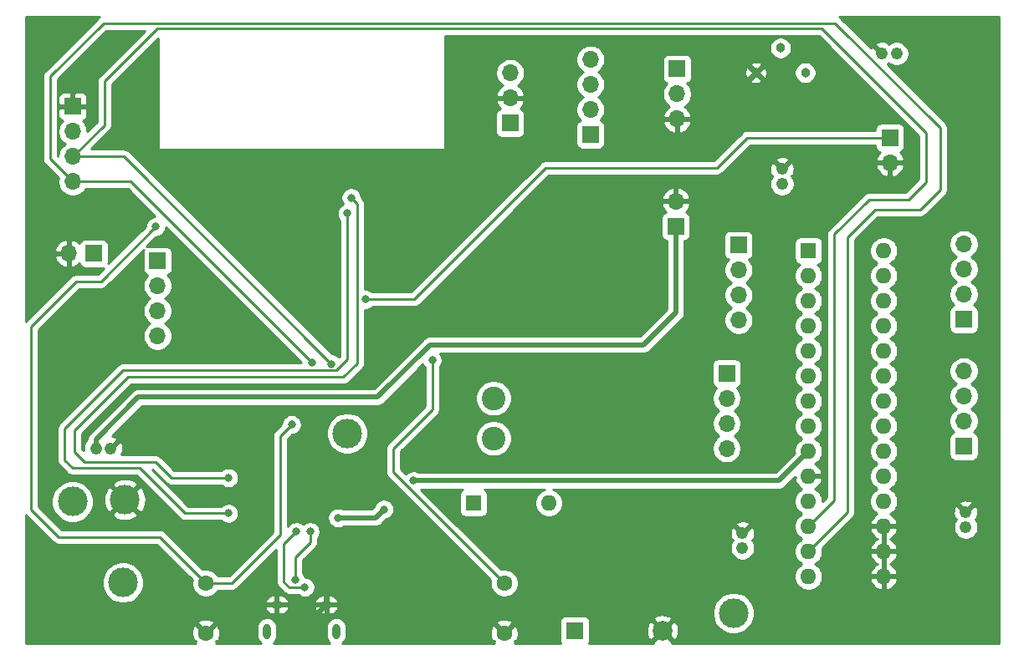
<source format=gbr>
%TF.GenerationSoftware,KiCad,Pcbnew,(5.1.10)-1*%
%TF.CreationDate,2022-02-13T15:12:39-05:00*%
%TF.ProjectId,dispenser,64697370-656e-4736-9572-2e6b69636164,rev?*%
%TF.SameCoordinates,Original*%
%TF.FileFunction,Copper,L2,Bot*%
%TF.FilePolarity,Positive*%
%FSLAX46Y46*%
G04 Gerber Fmt 4.6, Leading zero omitted, Abs format (unit mm)*
G04 Created by KiCad (PCBNEW (5.1.10)-1) date 2022-02-13 15:12:39*
%MOMM*%
%LPD*%
G01*
G04 APERTURE LIST*
%TA.AperFunction,ComponentPad*%
%ADD10O,1.700000X1.700000*%
%TD*%
%TA.AperFunction,ComponentPad*%
%ADD11R,1.700000X1.700000*%
%TD*%
%TA.AperFunction,ComponentPad*%
%ADD12C,3.000000*%
%TD*%
%TA.AperFunction,ComponentPad*%
%ADD13C,2.400000*%
%TD*%
%TA.AperFunction,ComponentPad*%
%ADD14R,1.800000X1.800000*%
%TD*%
%TA.AperFunction,ComponentPad*%
%ADD15C,2.000000*%
%TD*%
%TA.AperFunction,ComponentPad*%
%ADD16O,1.600000X1.600000*%
%TD*%
%TA.AperFunction,ComponentPad*%
%ADD17R,1.600000X1.600000*%
%TD*%
%TA.AperFunction,ComponentPad*%
%ADD18C,1.244600*%
%TD*%
%TA.AperFunction,ComponentPad*%
%ADD19O,0.775000X1.550000*%
%TD*%
%TA.AperFunction,ComponentPad*%
%ADD20O,1.300000X0.650000*%
%TD*%
%TA.AperFunction,ComponentPad*%
%ADD21C,0.965200*%
%TD*%
%TA.AperFunction,ComponentPad*%
%ADD22C,1.600000*%
%TD*%
%TA.AperFunction,ViaPad*%
%ADD23C,0.800000*%
%TD*%
%TA.AperFunction,Conductor*%
%ADD24C,0.500000*%
%TD*%
%TA.AperFunction,Conductor*%
%ADD25C,0.250000*%
%TD*%
%TA.AperFunction,Conductor*%
%ADD26C,0.254000*%
%TD*%
%TA.AperFunction,Conductor*%
%ADD27C,0.100000*%
%TD*%
G04 APERTURE END LIST*
D10*
%TO.P,J3,4*%
%TO.N,STEPPER_1_4*%
X154600000Y-89420000D03*
%TO.P,J3,3*%
%TO.N,STEPPER_1_3*%
X154600000Y-86880000D03*
%TO.P,J3,2*%
%TO.N,STEPPER_1_2*%
X154600000Y-84340000D03*
D11*
%TO.P,J3,1*%
%TO.N,STEPPER_1_1*%
X154600000Y-81800000D03*
%TD*%
D10*
%TO.P,J6,4*%
%TO.N,STEPPER_4_4*%
X177400000Y-81720000D03*
%TO.P,J6,3*%
%TO.N,STEPPER_4_3*%
X177400000Y-84260000D03*
%TO.P,J6,2*%
%TO.N,STEPPER_4_2*%
X177400000Y-86800000D03*
D11*
%TO.P,J6,1*%
%TO.N,STEPPER_4_1*%
X177400000Y-89340000D03*
%TD*%
D10*
%TO.P,J5,4*%
%TO.N,STEPPER_3_4*%
X177400000Y-94580000D03*
%TO.P,J5,3*%
%TO.N,STEPPER_3_3*%
X177400000Y-97120000D03*
%TO.P,J5,2*%
%TO.N,STEPPER_3_2*%
X177400000Y-99660000D03*
D11*
%TO.P,J5,1*%
%TO.N,STEPPER_3_1*%
X177400000Y-102200000D03*
%TD*%
D10*
%TO.P,J4,4*%
%TO.N,STEPPER_2_4*%
X153400000Y-102420000D03*
%TO.P,J4,3*%
%TO.N,STEPPER_2_3*%
X153400000Y-99880000D03*
%TO.P,J4,2*%
%TO.N,STEPPER_2_2*%
X153400000Y-97340000D03*
D11*
%TO.P,J4,1*%
%TO.N,STEPPER_2_1*%
X153400000Y-94800000D03*
%TD*%
D10*
%TO.P,J2,4*%
%TO.N,STEPPER_5_4*%
X95800000Y-91020000D03*
%TO.P,J2,3*%
%TO.N,STEPPER_5_3*%
X95800000Y-88480000D03*
%TO.P,J2,2*%
%TO.N,STEPPER_5_2*%
X95800000Y-85940000D03*
D11*
%TO.P,J2,1*%
%TO.N,STEPPER_5_1*%
X95800000Y-83400000D03*
%TD*%
D12*
%TO.P,TP5,1*%
%TO.N,+BATT*%
X154100000Y-119100000D03*
%TD*%
%TO.P,TP4,1*%
%TO.N,GND*%
X92500000Y-107600000D03*
%TD*%
%TO.P,TP3,1*%
%TO.N,+3V3*%
X92300000Y-116000000D03*
%TD*%
%TO.P,TP2,1*%
%TO.N,POWER*%
X115000000Y-100900000D03*
%TD*%
%TO.P,TP1,1*%
%TO.N,+5V*%
X87200000Y-107800000D03*
%TD*%
D13*
%TO.P,SW3,1*%
%TO.N,Net-(D2-Pad1)*%
X129819400Y-101396800D03*
%TO.P,SW3,2*%
%TO.N,POWER*%
X129819400Y-97332800D03*
%TD*%
D10*
%TO.P,J9,2*%
%TO.N,GND*%
X169926000Y-73456800D03*
D11*
%TO.P,J9,1*%
%TO.N,PB*%
X169926000Y-70916800D03*
%TD*%
D14*
%TO.P,BT1,1*%
%TO.N,Net-(BT1-Pad1)*%
X138023600Y-120878600D03*
D15*
%TO.P,BT1,2*%
%TO.N,GND*%
X146913600Y-120878600D03*
%TD*%
D16*
%TO.P,D2,2*%
%TO.N,/UART/VBUS*%
X135407400Y-107950000D03*
D17*
%TO.P,D2,1*%
%TO.N,Net-(D2-Pad1)*%
X127787400Y-107950000D03*
%TD*%
D10*
%TO.P,J1,2*%
%TO.N,GND*%
X86817200Y-82651600D03*
D11*
%TO.P,J1,1*%
%TO.N,Net-(J1-Pad1)*%
X89357200Y-82651600D03*
%TD*%
D18*
%TO.P,J7,2*%
%TO.N,GND*%
X91060401Y-102412800D03*
%TO.P,J7,1*%
%TO.N,+5V*%
X89560399Y-102412800D03*
%TD*%
%TO.P,J8,2*%
%TO.N,GND*%
X177600000Y-108899999D03*
%TO.P,J8,1*%
%TO.N,+5V*%
X177600000Y-110400001D03*
%TD*%
%TO.P,J10,2*%
%TO.N,GND*%
X169099999Y-62400000D03*
%TO.P,J10,1*%
%TO.N,+5V*%
X170600001Y-62400000D03*
%TD*%
%TO.P,J11,2*%
%TO.N,GND*%
X159000000Y-74099999D03*
%TO.P,J11,1*%
%TO.N,+5V*%
X159000000Y-75600001D03*
%TD*%
%TO.P,J12,2*%
%TO.N,GND*%
X155000000Y-110999999D03*
%TO.P,J12,1*%
%TO.N,+5V*%
X155000000Y-112500001D03*
%TD*%
D10*
%TO.P,J13,3*%
%TO.N,LCD_RS*%
X131495800Y-64363600D03*
%TO.P,J13,2*%
%TO.N,GND*%
X131495800Y-66903600D03*
D11*
%TO.P,J13,1*%
%TO.N,LCD_ENABLE*%
X131495800Y-69443600D03*
%TD*%
D10*
%TO.P,J14,4*%
%TO.N,LCD_D7*%
X139623800Y-62992000D03*
%TO.P,J14,3*%
%TO.N,LCD_D6*%
X139623800Y-65532000D03*
%TO.P,J14,2*%
%TO.N,LCD_D5*%
X139623800Y-68072000D03*
D11*
%TO.P,J14,1*%
%TO.N,LCD_D4*%
X139623800Y-70612000D03*
%TD*%
D10*
%TO.P,J15,2*%
%TO.N,GND*%
X148259800Y-77368400D03*
D11*
%TO.P,J15,1*%
%TO.N,+5V*%
X148259800Y-79908400D03*
%TD*%
D10*
%TO.P,J16,3*%
%TO.N,GND*%
X148386800Y-69037200D03*
%TO.P,J16,2*%
%TO.N,Net-(J16-Pad2)*%
X148386800Y-66497200D03*
D11*
%TO.P,J16,1*%
%TO.N,Net-(J16-Pad1)*%
X148386800Y-63957200D03*
%TD*%
D19*
%TO.P,J17,S6*%
%TO.N,N/C*%
X113888400Y-120954800D03*
%TO.P,J17,S3*%
X106888400Y-120954800D03*
D20*
%TO.P,J17,6*%
%TO.N,GND*%
X112888400Y-118254800D03*
X107888400Y-118254800D03*
%TD*%
D21*
%TO.P,RV1,3*%
%TO.N,+5V*%
X161362400Y-64338200D03*
%TO.P,RV1,2*%
%TO.N,Net-(J16-Pad1)*%
X158862400Y-61838200D03*
%TO.P,RV1,1*%
%TO.N,GND*%
X156362400Y-64338200D03*
%TD*%
D22*
%TO.P,SW1,2*%
%TO.N,IO_0*%
X130900000Y-116060000D03*
%TO.P,SW1,1*%
%TO.N,GND*%
X130900000Y-121140000D03*
%TD*%
%TO.P,SW2,2*%
%TO.N,EN*%
X100700000Y-116060000D03*
%TO.P,SW2,1*%
%TO.N,GND*%
X100700000Y-121140000D03*
%TD*%
D16*
%TO.P,U1,28*%
%TO.N,STEPPER_4_4*%
X169304800Y-82369000D03*
%TO.P,U1,14*%
%TO.N,N/C*%
X161684800Y-115389000D03*
%TO.P,U1,27*%
%TO.N,STEPPER_4_3*%
X169304800Y-84909000D03*
%TO.P,U1,13*%
%TO.N,SDA*%
X161684800Y-112849000D03*
%TO.P,U1,26*%
%TO.N,STEPPER_4_2*%
X169304800Y-87449000D03*
%TO.P,U1,12*%
%TO.N,SCL*%
X161684800Y-110309000D03*
%TO.P,U1,25*%
%TO.N,STEPPER_4_1*%
X169304800Y-89989000D03*
%TO.P,U1,11*%
%TO.N,N/C*%
X161684800Y-107769000D03*
%TO.P,U1,24*%
%TO.N,STEPPER_3_4*%
X169304800Y-92529000D03*
%TO.P,U1,10*%
%TO.N,GND*%
X161684800Y-105229000D03*
%TO.P,U1,23*%
%TO.N,STEPPER_3_3*%
X169304800Y-95069000D03*
%TO.P,U1,9*%
%TO.N,+3V3*%
X161684800Y-102689000D03*
%TO.P,U1,22*%
%TO.N,STEPPER_3_2*%
X169304800Y-97609000D03*
%TO.P,U1,8*%
%TO.N,STEPPER_2_4*%
X161684800Y-100149000D03*
%TO.P,U1,21*%
%TO.N,STEPPER_3_1*%
X169304800Y-100149000D03*
%TO.P,U1,7*%
%TO.N,STEPPER_2_3*%
X161684800Y-97609000D03*
%TO.P,U1,20*%
%TO.N,N/C*%
X169304800Y-102689000D03*
%TO.P,U1,6*%
%TO.N,STEPPER_2_2*%
X161684800Y-95069000D03*
%TO.P,U1,19*%
%TO.N,N/C*%
X169304800Y-105229000D03*
%TO.P,U1,5*%
%TO.N,STEPPER_2_1*%
X161684800Y-92529000D03*
%TO.P,U1,18*%
%TO.N,+3V3*%
X169304800Y-107769000D03*
%TO.P,U1,4*%
%TO.N,STEPPER_1_4*%
X161684800Y-89989000D03*
%TO.P,U1,17*%
%TO.N,GND*%
X169304800Y-110309000D03*
%TO.P,U1,3*%
%TO.N,STEPPER_1_3*%
X161684800Y-87449000D03*
%TO.P,U1,16*%
%TO.N,GND*%
X169304800Y-112849000D03*
%TO.P,U1,2*%
%TO.N,STEPPER_1_2*%
X161684800Y-84909000D03*
%TO.P,U1,15*%
%TO.N,GND*%
X169304800Y-115389000D03*
D17*
%TO.P,U1,1*%
%TO.N,STEPPER_1_1*%
X161684800Y-82369000D03*
%TD*%
D10*
%TO.P,J18,4*%
%TO.N,SDA*%
X87223600Y-75387200D03*
%TO.P,J18,3*%
%TO.N,SCL*%
X87223600Y-72847200D03*
%TO.P,J18,2*%
%TO.N,+3V3*%
X87223600Y-70307200D03*
D11*
%TO.P,J18,1*%
%TO.N,GND*%
X87223600Y-67767200D03*
%TD*%
D23*
%TO.N,TXD*%
X103000000Y-109000000D03*
%TO.N,RXD*%
X103000000Y-105400000D03*
X115400000Y-77000000D03*
%TO.N,TXD*%
X115000000Y-78600000D03*
%TO.N,GND*%
X92202000Y-68402200D03*
X111277400Y-120878600D03*
X111861600Y-105968800D03*
X109855000Y-106934000D03*
X111861600Y-107899200D03*
X110845600Y-106934000D03*
X111861600Y-106934000D03*
X109855000Y-105968800D03*
X109855000Y-107899200D03*
X110845600Y-107899200D03*
X110845600Y-105968800D03*
X135458200Y-87884000D03*
X133451600Y-87884000D03*
X134442200Y-87884000D03*
X140436600Y-87909400D03*
X136448800Y-87884000D03*
X137439400Y-87884000D03*
X141427200Y-87909400D03*
X142417800Y-87909400D03*
X138430000Y-87909400D03*
X139420600Y-87909400D03*
X143383000Y-87909400D03*
X135407400Y-86741000D03*
X133400800Y-86741000D03*
X134391400Y-86741000D03*
X140385800Y-86766400D03*
X136398000Y-86741000D03*
X137388600Y-86741000D03*
X141376400Y-86766400D03*
X142367000Y-86766400D03*
X138379200Y-86766400D03*
X139369800Y-86766400D03*
X143332200Y-86766400D03*
X135432800Y-85775800D03*
X133426200Y-85775800D03*
X134416800Y-85775800D03*
X140411200Y-85801200D03*
X136423400Y-85775800D03*
X137414000Y-85775800D03*
X141401800Y-85801200D03*
X142392400Y-85801200D03*
X138404600Y-85801200D03*
X139395200Y-85801200D03*
X143357600Y-85801200D03*
X135483600Y-84810600D03*
X133477000Y-84810600D03*
X134467600Y-84810600D03*
X140462000Y-84836000D03*
X136474200Y-84810600D03*
X137464800Y-84810600D03*
X141452600Y-84836000D03*
X142443200Y-84836000D03*
X138455400Y-84836000D03*
X139446000Y-84836000D03*
X143408400Y-84836000D03*
X135483600Y-83769200D03*
X133477000Y-83769200D03*
X134467600Y-83769200D03*
X140462000Y-83794600D03*
X136474200Y-83769200D03*
X137464800Y-83769200D03*
X141452600Y-83794600D03*
X142443200Y-83794600D03*
X138455400Y-83794600D03*
X139446000Y-83794600D03*
X143408400Y-83794600D03*
X135509000Y-82702400D03*
X133502400Y-82702400D03*
X134493000Y-82702400D03*
X140487400Y-82727800D03*
X136499600Y-82702400D03*
X137490200Y-82702400D03*
X141478000Y-82727800D03*
X142468600Y-82727800D03*
X138480800Y-82727800D03*
X139471400Y-82727800D03*
X143433800Y-82727800D03*
X135483600Y-81635600D03*
X133477000Y-81635600D03*
X134467600Y-81635600D03*
X140462000Y-81661000D03*
X136474200Y-81635600D03*
X137464800Y-81635600D03*
X141452600Y-81661000D03*
X142443200Y-81661000D03*
X138455400Y-81661000D03*
X139446000Y-81661000D03*
X143408400Y-81661000D03*
X135458200Y-80594200D03*
X133451600Y-80594200D03*
X134442200Y-80594200D03*
X140436600Y-80619600D03*
X136448800Y-80594200D03*
X137439400Y-80594200D03*
X141427200Y-80619600D03*
X142417800Y-80619600D03*
X138430000Y-80619600D03*
X139420600Y-80619600D03*
X143383000Y-80619600D03*
X143383000Y-79654400D03*
X140436600Y-79654400D03*
X141427200Y-79654400D03*
X142417800Y-79654400D03*
X138430000Y-79654400D03*
X139420600Y-79654400D03*
X135458200Y-79629000D03*
X136448800Y-79629000D03*
X137439400Y-79629000D03*
X133451600Y-79629000D03*
X134442200Y-79629000D03*
X109372400Y-82753200D03*
X110363000Y-82753200D03*
X111353600Y-82753200D03*
X107365800Y-82753200D03*
X108356400Y-82753200D03*
X109372400Y-81788000D03*
X110363000Y-81788000D03*
X111353600Y-81788000D03*
X107365800Y-81788000D03*
X108356400Y-81788000D03*
X109372400Y-80822800D03*
X110363000Y-80822800D03*
X111353600Y-80822800D03*
X107365800Y-80822800D03*
X108356400Y-80822800D03*
X109372400Y-79781400D03*
X110363000Y-79781400D03*
X111353600Y-79781400D03*
X107365800Y-79781400D03*
X108356400Y-79781400D03*
X111353600Y-78816200D03*
X109372400Y-78816200D03*
X108356400Y-78816200D03*
X107365800Y-78816200D03*
X110363000Y-78816200D03*
X94437200Y-64312800D03*
X97300000Y-115000000D03*
%TO.N,+3V3*%
X118719600Y-108585000D03*
X114046000Y-109448600D03*
X121713700Y-105686300D03*
%TO.N,IO_0*%
X123596400Y-93472000D03*
%TO.N,EN*%
X95605600Y-79959200D03*
X109372400Y-99999800D03*
%TO.N,PB*%
X116890800Y-87325200D03*
%TO.N,/UART/D-*%
X111252000Y-110845600D03*
X109778800Y-115773200D03*
%TO.N,/UART/D+*%
X109855000Y-110845600D03*
X110718600Y-116484400D03*
%TO.N,SCL*%
X113411000Y-93853000D03*
%TO.N,SDA*%
X111429800Y-93726000D03*
%TD*%
D24*
%TO.N,GND*%
X111277400Y-119865800D02*
X112888400Y-118254800D01*
X111277400Y-120878600D02*
X111277400Y-119865800D01*
X112888400Y-108926000D02*
X111861600Y-107899200D01*
X112888400Y-118254800D02*
X112888400Y-108926000D01*
X94437200Y-66167000D02*
X92202000Y-68402200D01*
X94437200Y-64312800D02*
X94437200Y-66167000D01*
%TO.N,+3V3*%
X117856000Y-109448600D02*
X118719600Y-108585000D01*
X114046000Y-109448600D02*
X117856000Y-109448600D01*
X158687500Y-105686300D02*
X161684800Y-102689000D01*
X121713700Y-105686300D02*
X158687500Y-105686300D01*
%TO.N,+5V*%
X148259800Y-88671400D02*
X148259800Y-79908400D01*
X145008600Y-91922600D02*
X148259800Y-88671400D01*
X123367800Y-91922600D02*
X145008600Y-91922600D01*
X118059200Y-97231200D02*
X123367800Y-91922600D01*
X93861934Y-97231200D02*
X118059200Y-97231200D01*
X89560399Y-101532735D02*
X93861934Y-97231200D01*
X89560399Y-102412800D02*
X89560399Y-101532735D01*
D25*
%TO.N,IO_0*%
X123596400Y-93472000D02*
X123596400Y-98475800D01*
X123596400Y-98475800D02*
X119659400Y-102412800D01*
X119659400Y-104819400D02*
X130900000Y-116060000D01*
X119659400Y-102412800D02*
X119659400Y-104819400D01*
%TO.N,EN*%
X90068400Y-85496400D02*
X95605600Y-79959200D01*
X87579200Y-85496400D02*
X90068400Y-85496400D01*
X83007200Y-108610400D02*
X83007200Y-90068400D01*
X83007200Y-90068400D02*
X87579200Y-85496400D01*
X83007200Y-108610400D02*
X83010400Y-108610400D01*
X83010400Y-108610400D02*
X85800000Y-111400000D01*
X96040000Y-111400000D02*
X100700000Y-116060000D01*
X85800000Y-111400000D02*
X96040000Y-111400000D01*
X108207990Y-101164210D02*
X109372400Y-99999800D01*
X108207990Y-111192010D02*
X108207990Y-101164210D01*
X103340000Y-116060000D02*
X108207990Y-111192010D01*
X100700000Y-116060000D02*
X103340000Y-116060000D01*
%TO.N,PB*%
X116890800Y-87325200D02*
X121767600Y-87325200D01*
X121767600Y-87325200D02*
X135102600Y-73990200D01*
X135102600Y-73990200D02*
X152425400Y-73990200D01*
X155498800Y-70916800D02*
X169926000Y-70916800D01*
X152425400Y-73990200D02*
X155498800Y-70916800D01*
%TO.N,/UART/D-*%
X109778800Y-115773200D02*
X109778800Y-113411000D01*
X111252000Y-111937800D02*
X111252000Y-110845600D01*
X109778800Y-113411000D02*
X111252000Y-111937800D01*
%TO.N,/UART/D+*%
X110718600Y-116484400D02*
X109118400Y-116484400D01*
X109118400Y-116484400D02*
X108585000Y-115951000D01*
X108585000Y-112115600D02*
X109855000Y-110845600D01*
X108585000Y-115951000D02*
X108585000Y-112115600D01*
%TO.N,RXD*%
X103000000Y-105400000D02*
X97200000Y-105400000D01*
X97200000Y-105400000D02*
X95600000Y-103800000D01*
X95600000Y-103800000D02*
X88400000Y-103800000D01*
X88400000Y-103800000D02*
X87400000Y-102800000D01*
X87400000Y-102800000D02*
X87400000Y-100600000D01*
X87400000Y-100600000D02*
X92800000Y-95200000D01*
X92800000Y-95200000D02*
X114600000Y-95200000D01*
X114600000Y-95200000D02*
X116000000Y-93800000D01*
X116000000Y-77600000D02*
X115400000Y-77000000D01*
X116000000Y-93800000D02*
X116000000Y-77600000D01*
%TO.N,TXD*%
X103000000Y-109000000D02*
X98600000Y-109000000D01*
X98600000Y-109000000D02*
X94000000Y-104400000D01*
X94000000Y-104400000D02*
X87200000Y-104400000D01*
X87200000Y-104400000D02*
X86400000Y-103600000D01*
X86400000Y-103600000D02*
X86400000Y-100400000D01*
X92294999Y-94505001D02*
X113894999Y-94505001D01*
X86400000Y-100400000D02*
X92294999Y-94505001D01*
X113894999Y-94505001D02*
X115000000Y-93400000D01*
X115000000Y-93400000D02*
X115000000Y-78600000D01*
%TO.N,SCL*%
X90424000Y-69646800D02*
X87223600Y-72847200D01*
X90424000Y-65227200D02*
X90424000Y-69646800D01*
X95758000Y-59893200D02*
X90424000Y-65227200D01*
X163042600Y-59893200D02*
X95758000Y-59893200D01*
X161684800Y-110309000D02*
X164301000Y-107692800D01*
X87223600Y-72847200D02*
X92405200Y-72847200D01*
X92405200Y-72847200D02*
X113411000Y-93853000D01*
X164301000Y-107692800D02*
X164301000Y-80699000D01*
X164301000Y-80699000D02*
X167800000Y-77200000D01*
X167800000Y-77200000D02*
X171800000Y-77200000D01*
X171800000Y-77200000D02*
X173600000Y-75400000D01*
X173600000Y-70450600D02*
X163042600Y-59893200D01*
X173600000Y-75400000D02*
X173600000Y-70450600D01*
%TO.N,SDA*%
X161684800Y-112849000D02*
X165621800Y-108912000D01*
X90322400Y-59309000D02*
X84937600Y-64693800D01*
X84937600Y-73101200D02*
X87223600Y-75387200D01*
X84937600Y-64693800D02*
X84937600Y-73101200D01*
X93091000Y-75387200D02*
X111429800Y-93726000D01*
X87223600Y-75387200D02*
X93091000Y-75387200D01*
X165621800Y-108912000D02*
X165621800Y-80978200D01*
X165621800Y-80978200D02*
X168400000Y-78200000D01*
X168400000Y-78200000D02*
X173000000Y-78200000D01*
X173000000Y-78200000D02*
X175000000Y-76200000D01*
X164388800Y-59309000D02*
X90322400Y-59309000D01*
X175000000Y-69920200D02*
X164388800Y-59309000D01*
X175000000Y-76200000D02*
X175000000Y-69920200D01*
%TD*%
D26*
%TO.N,GND*%
X180940001Y-122140000D02*
X147823776Y-122140000D01*
X147869408Y-122014013D01*
X146913600Y-121058205D01*
X145957792Y-122014013D01*
X146003424Y-122140000D01*
X139448469Y-122140000D01*
X139454137Y-122133094D01*
X139513102Y-122022780D01*
X139549412Y-121903082D01*
X139561672Y-121778600D01*
X139561672Y-120941195D01*
X145271882Y-120941195D01*
X145315639Y-121260275D01*
X145420805Y-121564688D01*
X145513786Y-121738644D01*
X145778187Y-121834408D01*
X146733995Y-120878600D01*
X147093205Y-120878600D01*
X148049013Y-121834408D01*
X148313414Y-121738644D01*
X148454304Y-121449029D01*
X148535984Y-121137492D01*
X148555318Y-120816005D01*
X148511561Y-120496925D01*
X148406395Y-120192512D01*
X148313414Y-120018556D01*
X148049013Y-119922792D01*
X147093205Y-120878600D01*
X146733995Y-120878600D01*
X145778187Y-119922792D01*
X145513786Y-120018556D01*
X145372896Y-120308171D01*
X145291216Y-120619708D01*
X145271882Y-120941195D01*
X139561672Y-120941195D01*
X139561672Y-119978600D01*
X139549412Y-119854118D01*
X139515762Y-119743187D01*
X145957792Y-119743187D01*
X146913600Y-120698995D01*
X147869408Y-119743187D01*
X147773644Y-119478786D01*
X147484029Y-119337896D01*
X147172492Y-119256216D01*
X146851005Y-119236882D01*
X146531925Y-119280639D01*
X146227512Y-119385805D01*
X146053556Y-119478786D01*
X145957792Y-119743187D01*
X139515762Y-119743187D01*
X139513102Y-119734420D01*
X139454137Y-119624106D01*
X139374785Y-119527415D01*
X139278094Y-119448063D01*
X139167780Y-119389098D01*
X139048082Y-119352788D01*
X138923600Y-119340528D01*
X137123600Y-119340528D01*
X136999118Y-119352788D01*
X136879420Y-119389098D01*
X136769106Y-119448063D01*
X136672415Y-119527415D01*
X136593063Y-119624106D01*
X136534098Y-119734420D01*
X136497788Y-119854118D01*
X136485528Y-119978600D01*
X136485528Y-121778600D01*
X136497788Y-121903082D01*
X136534098Y-122022780D01*
X136593063Y-122133094D01*
X136598731Y-122140000D01*
X131938347Y-122140000D01*
X132008977Y-122069370D01*
X131892704Y-121953097D01*
X132136671Y-121881514D01*
X132257571Y-121626004D01*
X132326300Y-121351816D01*
X132340217Y-121069488D01*
X132298787Y-120789870D01*
X132203603Y-120523708D01*
X132136671Y-120398486D01*
X131892702Y-120326903D01*
X131079605Y-121140000D01*
X131093748Y-121154143D01*
X130914143Y-121333748D01*
X130900000Y-121319605D01*
X130885858Y-121333748D01*
X130706253Y-121154143D01*
X130720395Y-121140000D01*
X129907298Y-120326903D01*
X129663329Y-120398486D01*
X129542429Y-120653996D01*
X129473700Y-120928184D01*
X129459783Y-121210512D01*
X129501213Y-121490130D01*
X129596397Y-121756292D01*
X129663329Y-121881514D01*
X129907296Y-121953097D01*
X129791023Y-122069370D01*
X129861653Y-122140000D01*
X114528176Y-122140000D01*
X114614915Y-122068815D01*
X114742691Y-121913119D01*
X114837637Y-121735487D01*
X114896105Y-121542744D01*
X114910900Y-121392527D01*
X114910900Y-120517072D01*
X114896105Y-120366855D01*
X114837637Y-120174113D01*
X114823305Y-120147298D01*
X130086903Y-120147298D01*
X130900000Y-120960395D01*
X131713097Y-120147298D01*
X131641514Y-119903329D01*
X131386004Y-119782429D01*
X131111816Y-119713700D01*
X130829488Y-119699783D01*
X130549870Y-119741213D01*
X130283708Y-119836397D01*
X130158486Y-119903329D01*
X130086903Y-120147298D01*
X114823305Y-120147298D01*
X114742691Y-119996481D01*
X114614915Y-119840785D01*
X114459219Y-119713009D01*
X114281586Y-119618063D01*
X114088844Y-119559595D01*
X113888400Y-119539853D01*
X113687955Y-119559595D01*
X113495213Y-119618063D01*
X113317581Y-119713009D01*
X113161885Y-119840785D01*
X113034109Y-119996481D01*
X112939163Y-120174114D01*
X112880695Y-120366856D01*
X112865900Y-120517073D01*
X112865900Y-121392528D01*
X112880696Y-121542745D01*
X112939164Y-121735487D01*
X113034110Y-121913119D01*
X113161886Y-122068815D01*
X113248625Y-122140000D01*
X107528176Y-122140000D01*
X107614915Y-122068815D01*
X107742691Y-121913119D01*
X107837637Y-121735487D01*
X107896105Y-121542744D01*
X107910900Y-121392527D01*
X107910900Y-120517072D01*
X107896105Y-120366855D01*
X107837637Y-120174113D01*
X107742691Y-119996481D01*
X107614915Y-119840785D01*
X107459219Y-119713009D01*
X107281586Y-119618063D01*
X107088844Y-119559595D01*
X106888400Y-119539853D01*
X106687955Y-119559595D01*
X106495213Y-119618063D01*
X106317581Y-119713009D01*
X106161885Y-119840785D01*
X106034109Y-119996481D01*
X105939163Y-120174114D01*
X105880695Y-120366856D01*
X105865900Y-120517073D01*
X105865900Y-121392528D01*
X105880696Y-121542745D01*
X105939164Y-121735487D01*
X106034110Y-121913119D01*
X106161886Y-122068815D01*
X106248625Y-122140000D01*
X101738347Y-122140000D01*
X101808977Y-122069370D01*
X101692704Y-121953097D01*
X101936671Y-121881514D01*
X102057571Y-121626004D01*
X102126300Y-121351816D01*
X102140217Y-121069488D01*
X102098787Y-120789870D01*
X102003603Y-120523708D01*
X101936671Y-120398486D01*
X101692702Y-120326903D01*
X100879605Y-121140000D01*
X100893748Y-121154143D01*
X100714143Y-121333748D01*
X100700000Y-121319605D01*
X100685858Y-121333748D01*
X100506253Y-121154143D01*
X100520395Y-121140000D01*
X99707298Y-120326903D01*
X99463329Y-120398486D01*
X99342429Y-120653996D01*
X99273700Y-120928184D01*
X99259783Y-121210512D01*
X99301213Y-121490130D01*
X99396397Y-121756292D01*
X99463329Y-121881514D01*
X99707296Y-121953097D01*
X99591023Y-122069370D01*
X99661653Y-122140000D01*
X82460000Y-122140000D01*
X82460000Y-120147298D01*
X99886903Y-120147298D01*
X100700000Y-120960395D01*
X101513097Y-120147298D01*
X101441514Y-119903329D01*
X101186004Y-119782429D01*
X100911816Y-119713700D01*
X100629488Y-119699783D01*
X100349870Y-119741213D01*
X100083708Y-119836397D01*
X99958486Y-119903329D01*
X99886903Y-120147298D01*
X82460000Y-120147298D01*
X82460000Y-118529094D01*
X106643420Y-118529094D01*
X106694633Y-118682551D01*
X106794776Y-118843820D01*
X106924457Y-118982453D01*
X107078692Y-119093123D01*
X107251554Y-119171577D01*
X107436400Y-119214800D01*
X107761400Y-119214800D01*
X107761400Y-118381800D01*
X108015400Y-118381800D01*
X108015400Y-119214800D01*
X108340400Y-119214800D01*
X108525246Y-119171577D01*
X108698108Y-119093123D01*
X108852343Y-118982453D01*
X108982024Y-118843820D01*
X109082167Y-118682551D01*
X109133380Y-118529094D01*
X111643420Y-118529094D01*
X111694633Y-118682551D01*
X111794776Y-118843820D01*
X111924457Y-118982453D01*
X112078692Y-119093123D01*
X112251554Y-119171577D01*
X112436400Y-119214800D01*
X112761400Y-119214800D01*
X112761400Y-118381800D01*
X113015400Y-118381800D01*
X113015400Y-119214800D01*
X113340400Y-119214800D01*
X113525246Y-119171577D01*
X113698108Y-119093123D01*
X113852343Y-118982453D01*
X113939086Y-118889721D01*
X151965000Y-118889721D01*
X151965000Y-119310279D01*
X152047047Y-119722756D01*
X152207988Y-120111302D01*
X152441637Y-120460983D01*
X152739017Y-120758363D01*
X153088698Y-120992012D01*
X153477244Y-121152953D01*
X153889721Y-121235000D01*
X154310279Y-121235000D01*
X154722756Y-121152953D01*
X155111302Y-120992012D01*
X155460983Y-120758363D01*
X155758363Y-120460983D01*
X155992012Y-120111302D01*
X156152953Y-119722756D01*
X156235000Y-119310279D01*
X156235000Y-118889721D01*
X156152953Y-118477244D01*
X155992012Y-118088698D01*
X155758363Y-117739017D01*
X155460983Y-117441637D01*
X155111302Y-117207988D01*
X154722756Y-117047047D01*
X154310279Y-116965000D01*
X153889721Y-116965000D01*
X153477244Y-117047047D01*
X153088698Y-117207988D01*
X152739017Y-117441637D01*
X152441637Y-117739017D01*
X152207988Y-118088698D01*
X152047047Y-118477244D01*
X151965000Y-118889721D01*
X113939086Y-118889721D01*
X113982024Y-118843820D01*
X114082167Y-118682551D01*
X114133380Y-118529094D01*
X114004521Y-118381800D01*
X113015400Y-118381800D01*
X112761400Y-118381800D01*
X111772279Y-118381800D01*
X111643420Y-118529094D01*
X109133380Y-118529094D01*
X109004521Y-118381800D01*
X108015400Y-118381800D01*
X107761400Y-118381800D01*
X106772279Y-118381800D01*
X106643420Y-118529094D01*
X82460000Y-118529094D01*
X82460000Y-115789721D01*
X90165000Y-115789721D01*
X90165000Y-116210279D01*
X90247047Y-116622756D01*
X90407988Y-117011302D01*
X90641637Y-117360983D01*
X90939017Y-117658363D01*
X91288698Y-117892012D01*
X91677244Y-118052953D01*
X92089721Y-118135000D01*
X92510279Y-118135000D01*
X92922756Y-118052953D01*
X93097658Y-117980506D01*
X106643420Y-117980506D01*
X106772279Y-118127800D01*
X107761400Y-118127800D01*
X107761400Y-117294800D01*
X108015400Y-117294800D01*
X108015400Y-118127800D01*
X109004521Y-118127800D01*
X109133380Y-117980506D01*
X111643420Y-117980506D01*
X111772279Y-118127800D01*
X112761400Y-118127800D01*
X112761400Y-117294800D01*
X113015400Y-117294800D01*
X113015400Y-118127800D01*
X114004521Y-118127800D01*
X114133380Y-117980506D01*
X114082167Y-117827049D01*
X113982024Y-117665780D01*
X113852343Y-117527147D01*
X113698108Y-117416477D01*
X113525246Y-117338023D01*
X113340400Y-117294800D01*
X113015400Y-117294800D01*
X112761400Y-117294800D01*
X112436400Y-117294800D01*
X112251554Y-117338023D01*
X112078692Y-117416477D01*
X111924457Y-117527147D01*
X111794776Y-117665780D01*
X111694633Y-117827049D01*
X111643420Y-117980506D01*
X109133380Y-117980506D01*
X109082167Y-117827049D01*
X108982024Y-117665780D01*
X108852343Y-117527147D01*
X108698108Y-117416477D01*
X108525246Y-117338023D01*
X108340400Y-117294800D01*
X108015400Y-117294800D01*
X107761400Y-117294800D01*
X107436400Y-117294800D01*
X107251554Y-117338023D01*
X107078692Y-117416477D01*
X106924457Y-117527147D01*
X106794776Y-117665780D01*
X106694633Y-117827049D01*
X106643420Y-117980506D01*
X93097658Y-117980506D01*
X93311302Y-117892012D01*
X93660983Y-117658363D01*
X93958363Y-117360983D01*
X94192012Y-117011302D01*
X94352953Y-116622756D01*
X94435000Y-116210279D01*
X94435000Y-115789721D01*
X94352953Y-115377244D01*
X94192012Y-114988698D01*
X93958363Y-114639017D01*
X93660983Y-114341637D01*
X93311302Y-114107988D01*
X92922756Y-113947047D01*
X92510279Y-113865000D01*
X92089721Y-113865000D01*
X91677244Y-113947047D01*
X91288698Y-114107988D01*
X90939017Y-114341637D01*
X90641637Y-114639017D01*
X90407988Y-114988698D01*
X90247047Y-115377244D01*
X90165000Y-115789721D01*
X82460000Y-115789721D01*
X82460000Y-109141629D01*
X82467199Y-109150401D01*
X82514048Y-109188849D01*
X85236200Y-111911002D01*
X85259999Y-111940001D01*
X85288997Y-111963799D01*
X85375723Y-112034974D01*
X85456718Y-112078267D01*
X85507753Y-112105546D01*
X85651014Y-112149003D01*
X85762667Y-112160000D01*
X85762676Y-112160000D01*
X85799999Y-112163676D01*
X85837322Y-112160000D01*
X95725199Y-112160000D01*
X99301312Y-115736114D01*
X99265000Y-115918665D01*
X99265000Y-116201335D01*
X99320147Y-116478574D01*
X99428320Y-116739727D01*
X99585363Y-116974759D01*
X99785241Y-117174637D01*
X100020273Y-117331680D01*
X100281426Y-117439853D01*
X100558665Y-117495000D01*
X100841335Y-117495000D01*
X101118574Y-117439853D01*
X101379727Y-117331680D01*
X101614759Y-117174637D01*
X101814637Y-116974759D01*
X101918043Y-116820000D01*
X103302678Y-116820000D01*
X103340000Y-116823676D01*
X103377322Y-116820000D01*
X103377333Y-116820000D01*
X103488986Y-116809003D01*
X103632247Y-116765546D01*
X103764276Y-116694974D01*
X103880001Y-116600001D01*
X103903804Y-116570997D01*
X107825001Y-112649802D01*
X107825000Y-115913677D01*
X107821324Y-115951000D01*
X107825000Y-115988322D01*
X107825000Y-115988332D01*
X107835997Y-116099985D01*
X107865570Y-116197475D01*
X107879454Y-116243246D01*
X107950026Y-116375276D01*
X107955923Y-116382461D01*
X108044999Y-116491001D01*
X108074002Y-116514803D01*
X108554600Y-116995402D01*
X108578399Y-117024401D01*
X108607397Y-117048199D01*
X108694124Y-117119374D01*
X108826153Y-117189946D01*
X108969414Y-117233403D01*
X109118400Y-117248077D01*
X109155733Y-117244400D01*
X110014889Y-117244400D01*
X110058826Y-117288337D01*
X110228344Y-117401605D01*
X110416702Y-117479626D01*
X110616661Y-117519400D01*
X110820539Y-117519400D01*
X111020498Y-117479626D01*
X111208856Y-117401605D01*
X111378374Y-117288337D01*
X111522537Y-117144174D01*
X111635805Y-116974656D01*
X111713826Y-116786298D01*
X111753600Y-116586339D01*
X111753600Y-116382461D01*
X111713826Y-116182502D01*
X111635805Y-115994144D01*
X111522537Y-115824626D01*
X111378374Y-115680463D01*
X111208856Y-115567195D01*
X111020498Y-115489174D01*
X110820539Y-115449400D01*
X110764954Y-115449400D01*
X110696005Y-115282944D01*
X110582737Y-115113426D01*
X110538800Y-115069489D01*
X110538800Y-113725801D01*
X111763009Y-112501594D01*
X111792001Y-112477801D01*
X111815795Y-112448808D01*
X111815799Y-112448804D01*
X111886973Y-112362077D01*
X111886974Y-112362076D01*
X111957546Y-112230047D01*
X112001003Y-112086786D01*
X112012000Y-111975133D01*
X112012000Y-111975124D01*
X112015676Y-111937801D01*
X112012000Y-111900478D01*
X112012000Y-111549311D01*
X112055937Y-111505374D01*
X112169205Y-111335856D01*
X112247226Y-111147498D01*
X112287000Y-110947539D01*
X112287000Y-110743661D01*
X112247226Y-110543702D01*
X112169205Y-110355344D01*
X112055937Y-110185826D01*
X111911774Y-110041663D01*
X111742256Y-109928395D01*
X111553898Y-109850374D01*
X111353939Y-109810600D01*
X111150061Y-109810600D01*
X110950102Y-109850374D01*
X110761744Y-109928395D01*
X110592226Y-110041663D01*
X110553500Y-110080389D01*
X110514774Y-110041663D01*
X110345256Y-109928395D01*
X110156898Y-109850374D01*
X109956939Y-109810600D01*
X109753061Y-109810600D01*
X109553102Y-109850374D01*
X109364744Y-109928395D01*
X109195226Y-110041663D01*
X109051063Y-110185826D01*
X108967990Y-110310154D01*
X108967990Y-109346661D01*
X113011000Y-109346661D01*
X113011000Y-109550539D01*
X113050774Y-109750498D01*
X113128795Y-109938856D01*
X113242063Y-110108374D01*
X113386226Y-110252537D01*
X113555744Y-110365805D01*
X113744102Y-110443826D01*
X113944061Y-110483600D01*
X114147939Y-110483600D01*
X114347898Y-110443826D01*
X114536256Y-110365805D01*
X114584454Y-110333600D01*
X117812531Y-110333600D01*
X117856000Y-110337881D01*
X117899469Y-110333600D01*
X117899477Y-110333600D01*
X118029490Y-110320795D01*
X118196313Y-110270189D01*
X118350059Y-110188011D01*
X118484817Y-110077417D01*
X118512534Y-110043644D01*
X118964644Y-109591535D01*
X119021498Y-109580226D01*
X119209856Y-109502205D01*
X119379374Y-109388937D01*
X119523537Y-109244774D01*
X119636805Y-109075256D01*
X119714826Y-108886898D01*
X119754600Y-108686939D01*
X119754600Y-108483061D01*
X119714826Y-108283102D01*
X119636805Y-108094744D01*
X119523537Y-107925226D01*
X119379374Y-107781063D01*
X119209856Y-107667795D01*
X119021498Y-107589774D01*
X118821539Y-107550000D01*
X118617661Y-107550000D01*
X118417702Y-107589774D01*
X118229344Y-107667795D01*
X118059826Y-107781063D01*
X117915663Y-107925226D01*
X117802395Y-108094744D01*
X117724374Y-108283102D01*
X117713065Y-108339956D01*
X117489422Y-108563600D01*
X114584454Y-108563600D01*
X114536256Y-108531395D01*
X114347898Y-108453374D01*
X114147939Y-108413600D01*
X113944061Y-108413600D01*
X113744102Y-108453374D01*
X113555744Y-108531395D01*
X113386226Y-108644663D01*
X113242063Y-108788826D01*
X113128795Y-108958344D01*
X113050774Y-109146702D01*
X113011000Y-109346661D01*
X108967990Y-109346661D01*
X108967990Y-101479011D01*
X109412202Y-101034800D01*
X109474339Y-101034800D01*
X109674298Y-100995026D01*
X109862656Y-100917005D01*
X110032174Y-100803737D01*
X110146190Y-100689721D01*
X112865000Y-100689721D01*
X112865000Y-101110279D01*
X112947047Y-101522756D01*
X113107988Y-101911302D01*
X113341637Y-102260983D01*
X113639017Y-102558363D01*
X113988698Y-102792012D01*
X114377244Y-102952953D01*
X114789721Y-103035000D01*
X115210279Y-103035000D01*
X115622756Y-102952953D01*
X116011302Y-102792012D01*
X116360983Y-102558363D01*
X116658363Y-102260983D01*
X116892012Y-101911302D01*
X117052953Y-101522756D01*
X117135000Y-101110279D01*
X117135000Y-100689721D01*
X117052953Y-100277244D01*
X116892012Y-99888698D01*
X116658363Y-99539017D01*
X116360983Y-99241637D01*
X116011302Y-99007988D01*
X115622756Y-98847047D01*
X115210279Y-98765000D01*
X114789721Y-98765000D01*
X114377244Y-98847047D01*
X113988698Y-99007988D01*
X113639017Y-99241637D01*
X113341637Y-99539017D01*
X113107988Y-99888698D01*
X112947047Y-100277244D01*
X112865000Y-100689721D01*
X110146190Y-100689721D01*
X110176337Y-100659574D01*
X110289605Y-100490056D01*
X110367626Y-100301698D01*
X110407400Y-100101739D01*
X110407400Y-99897861D01*
X110367626Y-99697902D01*
X110289605Y-99509544D01*
X110176337Y-99340026D01*
X110032174Y-99195863D01*
X109862656Y-99082595D01*
X109674298Y-99004574D01*
X109474339Y-98964800D01*
X109270461Y-98964800D01*
X109070502Y-99004574D01*
X108882144Y-99082595D01*
X108712626Y-99195863D01*
X108568463Y-99340026D01*
X108455195Y-99509544D01*
X108377174Y-99697902D01*
X108337400Y-99897861D01*
X108337400Y-99959998D01*
X107696988Y-100600411D01*
X107667990Y-100624209D01*
X107644192Y-100653207D01*
X107644191Y-100653208D01*
X107573016Y-100739934D01*
X107502444Y-100871964D01*
X107481806Y-100940001D01*
X107458988Y-101015224D01*
X107457060Y-101034800D01*
X107444314Y-101164210D01*
X107447991Y-101201542D01*
X107447990Y-110877207D01*
X103025199Y-115300000D01*
X101918043Y-115300000D01*
X101814637Y-115145241D01*
X101614759Y-114945363D01*
X101379727Y-114788320D01*
X101118574Y-114680147D01*
X100841335Y-114625000D01*
X100558665Y-114625000D01*
X100376114Y-114661312D01*
X96603804Y-110889003D01*
X96580001Y-110859999D01*
X96464276Y-110765026D01*
X96332247Y-110694454D01*
X96188986Y-110650997D01*
X96077333Y-110640000D01*
X96077322Y-110640000D01*
X96040000Y-110636324D01*
X96002678Y-110640000D01*
X86114802Y-110640000D01*
X83767200Y-108292399D01*
X83767200Y-107589721D01*
X85065000Y-107589721D01*
X85065000Y-108010279D01*
X85147047Y-108422756D01*
X85307988Y-108811302D01*
X85541637Y-109160983D01*
X85839017Y-109458363D01*
X86188698Y-109692012D01*
X86577244Y-109852953D01*
X86989721Y-109935000D01*
X87410279Y-109935000D01*
X87822756Y-109852953D01*
X88211302Y-109692012D01*
X88560983Y-109458363D01*
X88858363Y-109160983D01*
X88904687Y-109091653D01*
X91187952Y-109091653D01*
X91343962Y-109407214D01*
X91718745Y-109598020D01*
X92123551Y-109712044D01*
X92542824Y-109744902D01*
X92960451Y-109695334D01*
X93360383Y-109565243D01*
X93656038Y-109407214D01*
X93812048Y-109091653D01*
X92500000Y-107779605D01*
X91187952Y-109091653D01*
X88904687Y-109091653D01*
X89092012Y-108811302D01*
X89252953Y-108422756D01*
X89335000Y-108010279D01*
X89335000Y-107642824D01*
X90355098Y-107642824D01*
X90404666Y-108060451D01*
X90534757Y-108460383D01*
X90692786Y-108756038D01*
X91008347Y-108912048D01*
X92320395Y-107600000D01*
X92679605Y-107600000D01*
X93991653Y-108912048D01*
X94307214Y-108756038D01*
X94498020Y-108381255D01*
X94612044Y-107976449D01*
X94644902Y-107557176D01*
X94595334Y-107139549D01*
X94465243Y-106739617D01*
X94307214Y-106443962D01*
X93991653Y-106287952D01*
X92679605Y-107600000D01*
X92320395Y-107600000D01*
X91008347Y-106287952D01*
X90692786Y-106443962D01*
X90501980Y-106818745D01*
X90387956Y-107223551D01*
X90355098Y-107642824D01*
X89335000Y-107642824D01*
X89335000Y-107589721D01*
X89252953Y-107177244D01*
X89092012Y-106788698D01*
X88858363Y-106439017D01*
X88560983Y-106141637D01*
X88511161Y-106108347D01*
X91187952Y-106108347D01*
X92500000Y-107420395D01*
X93812048Y-106108347D01*
X93656038Y-105792786D01*
X93281255Y-105601980D01*
X92876449Y-105487956D01*
X92457176Y-105455098D01*
X92039549Y-105504666D01*
X91639617Y-105634757D01*
X91343962Y-105792786D01*
X91187952Y-106108347D01*
X88511161Y-106108347D01*
X88211302Y-105907988D01*
X87822756Y-105747047D01*
X87410279Y-105665000D01*
X86989721Y-105665000D01*
X86577244Y-105747047D01*
X86188698Y-105907988D01*
X85839017Y-106141637D01*
X85541637Y-106439017D01*
X85307988Y-106788698D01*
X85147047Y-107177244D01*
X85065000Y-107589721D01*
X83767200Y-107589721D01*
X83767200Y-90383201D01*
X87894003Y-86256400D01*
X90031078Y-86256400D01*
X90068400Y-86260076D01*
X90105722Y-86256400D01*
X90105733Y-86256400D01*
X90217386Y-86245403D01*
X90360647Y-86201946D01*
X90492676Y-86131374D01*
X90608401Y-86036401D01*
X90632204Y-86007397D01*
X94391177Y-82248425D01*
X94360498Y-82305820D01*
X94324188Y-82425518D01*
X94311928Y-82550000D01*
X94311928Y-84250000D01*
X94324188Y-84374482D01*
X94360498Y-84494180D01*
X94419463Y-84604494D01*
X94498815Y-84701185D01*
X94595506Y-84780537D01*
X94705820Y-84839502D01*
X94778380Y-84861513D01*
X94646525Y-84993368D01*
X94484010Y-85236589D01*
X94372068Y-85506842D01*
X94315000Y-85793740D01*
X94315000Y-86086260D01*
X94372068Y-86373158D01*
X94484010Y-86643411D01*
X94646525Y-86886632D01*
X94853368Y-87093475D01*
X95027760Y-87210000D01*
X94853368Y-87326525D01*
X94646525Y-87533368D01*
X94484010Y-87776589D01*
X94372068Y-88046842D01*
X94315000Y-88333740D01*
X94315000Y-88626260D01*
X94372068Y-88913158D01*
X94484010Y-89183411D01*
X94646525Y-89426632D01*
X94853368Y-89633475D01*
X95027760Y-89750000D01*
X94853368Y-89866525D01*
X94646525Y-90073368D01*
X94484010Y-90316589D01*
X94372068Y-90586842D01*
X94315000Y-90873740D01*
X94315000Y-91166260D01*
X94372068Y-91453158D01*
X94484010Y-91723411D01*
X94646525Y-91966632D01*
X94853368Y-92173475D01*
X95096589Y-92335990D01*
X95366842Y-92447932D01*
X95653740Y-92505000D01*
X95946260Y-92505000D01*
X96233158Y-92447932D01*
X96503411Y-92335990D01*
X96746632Y-92173475D01*
X96953475Y-91966632D01*
X97115990Y-91723411D01*
X97227932Y-91453158D01*
X97285000Y-91166260D01*
X97285000Y-90873740D01*
X97227932Y-90586842D01*
X97115990Y-90316589D01*
X96953475Y-90073368D01*
X96746632Y-89866525D01*
X96572240Y-89750000D01*
X96746632Y-89633475D01*
X96953475Y-89426632D01*
X97115990Y-89183411D01*
X97227932Y-88913158D01*
X97285000Y-88626260D01*
X97285000Y-88333740D01*
X97227932Y-88046842D01*
X97115990Y-87776589D01*
X96953475Y-87533368D01*
X96746632Y-87326525D01*
X96572240Y-87210000D01*
X96746632Y-87093475D01*
X96953475Y-86886632D01*
X97115990Y-86643411D01*
X97227932Y-86373158D01*
X97285000Y-86086260D01*
X97285000Y-85793740D01*
X97227932Y-85506842D01*
X97115990Y-85236589D01*
X96953475Y-84993368D01*
X96821620Y-84861513D01*
X96894180Y-84839502D01*
X97004494Y-84780537D01*
X97101185Y-84701185D01*
X97180537Y-84604494D01*
X97239502Y-84494180D01*
X97275812Y-84374482D01*
X97288072Y-84250000D01*
X97288072Y-82550000D01*
X97275812Y-82425518D01*
X97239502Y-82305820D01*
X97180537Y-82195506D01*
X97101185Y-82098815D01*
X97004494Y-82019463D01*
X96894180Y-81960498D01*
X96774482Y-81924188D01*
X96650000Y-81911928D01*
X94950000Y-81911928D01*
X94825518Y-81924188D01*
X94705820Y-81960498D01*
X94648425Y-81991177D01*
X95645402Y-80994200D01*
X95707539Y-80994200D01*
X95907498Y-80954426D01*
X96095856Y-80876405D01*
X96265374Y-80763137D01*
X96409537Y-80618974D01*
X96522805Y-80449456D01*
X96600826Y-80261098D01*
X96640600Y-80061139D01*
X96640600Y-80011601D01*
X110373999Y-93745001D01*
X92332332Y-93745001D01*
X92294999Y-93741324D01*
X92257666Y-93745001D01*
X92146013Y-93755998D01*
X92002752Y-93799455D01*
X91870723Y-93870027D01*
X91754998Y-93965000D01*
X91731200Y-93993998D01*
X85888998Y-99836201D01*
X85860000Y-99859999D01*
X85836202Y-99888997D01*
X85836201Y-99888998D01*
X85765026Y-99975724D01*
X85694454Y-100107754D01*
X85664180Y-100207558D01*
X85658266Y-100227056D01*
X85650998Y-100251015D01*
X85636324Y-100400000D01*
X85640001Y-100437332D01*
X85640000Y-103562677D01*
X85636324Y-103600000D01*
X85640000Y-103637322D01*
X85640000Y-103637332D01*
X85650997Y-103748985D01*
X85684672Y-103859999D01*
X85694454Y-103892246D01*
X85765026Y-104024276D01*
X85790835Y-104055724D01*
X85859999Y-104140001D01*
X85889002Y-104163803D01*
X86636201Y-104911002D01*
X86659999Y-104940001D01*
X86775724Y-105034974D01*
X86907753Y-105105546D01*
X87051014Y-105149003D01*
X87162667Y-105160000D01*
X87162677Y-105160000D01*
X87200000Y-105163676D01*
X87237323Y-105160000D01*
X93685199Y-105160000D01*
X98036205Y-109511008D01*
X98059999Y-109540001D01*
X98088992Y-109563795D01*
X98088996Y-109563799D01*
X98109013Y-109580226D01*
X98175724Y-109634974D01*
X98307753Y-109705546D01*
X98451014Y-109749003D01*
X98562667Y-109760000D01*
X98562676Y-109760000D01*
X98599999Y-109763676D01*
X98637322Y-109760000D01*
X102296289Y-109760000D01*
X102340226Y-109803937D01*
X102509744Y-109917205D01*
X102698102Y-109995226D01*
X102898061Y-110035000D01*
X103101939Y-110035000D01*
X103301898Y-109995226D01*
X103490256Y-109917205D01*
X103659774Y-109803937D01*
X103803937Y-109659774D01*
X103917205Y-109490256D01*
X103995226Y-109301898D01*
X104035000Y-109101939D01*
X104035000Y-108898061D01*
X103995226Y-108698102D01*
X103917205Y-108509744D01*
X103803937Y-108340226D01*
X103659774Y-108196063D01*
X103490256Y-108082795D01*
X103301898Y-108004774D01*
X103101939Y-107965000D01*
X102898061Y-107965000D01*
X102698102Y-108004774D01*
X102509744Y-108082795D01*
X102340226Y-108196063D01*
X102296289Y-108240000D01*
X98914803Y-108240000D01*
X95234801Y-104560000D01*
X95285199Y-104560000D01*
X96636201Y-105911003D01*
X96659999Y-105940001D01*
X96775724Y-106034974D01*
X96907753Y-106105546D01*
X97051014Y-106149003D01*
X97162667Y-106160000D01*
X97162675Y-106160000D01*
X97200000Y-106163676D01*
X97237325Y-106160000D01*
X102296289Y-106160000D01*
X102340226Y-106203937D01*
X102509744Y-106317205D01*
X102698102Y-106395226D01*
X102898061Y-106435000D01*
X103101939Y-106435000D01*
X103301898Y-106395226D01*
X103490256Y-106317205D01*
X103659774Y-106203937D01*
X103803937Y-106059774D01*
X103917205Y-105890256D01*
X103995226Y-105701898D01*
X104035000Y-105501939D01*
X104035000Y-105298061D01*
X103995226Y-105098102D01*
X103917205Y-104909744D01*
X103803937Y-104740226D01*
X103659774Y-104596063D01*
X103490256Y-104482795D01*
X103301898Y-104404774D01*
X103101939Y-104365000D01*
X102898061Y-104365000D01*
X102698102Y-104404774D01*
X102509744Y-104482795D01*
X102340226Y-104596063D01*
X102296289Y-104640000D01*
X97514802Y-104640000D01*
X96163804Y-103289003D01*
X96140001Y-103259999D01*
X96024276Y-103165026D01*
X95892247Y-103094454D01*
X95748986Y-103050997D01*
X95637333Y-103040000D01*
X95637322Y-103040000D01*
X95600000Y-103036324D01*
X95562678Y-103040000D01*
X92156044Y-103040000D01*
X92255093Y-102823715D01*
X92312302Y-102582746D01*
X92321402Y-102335247D01*
X92282043Y-102090727D01*
X92195736Y-101858585D01*
X92151972Y-101776708D01*
X91926118Y-101726688D01*
X91240006Y-102412800D01*
X91254149Y-102426943D01*
X91074544Y-102606548D01*
X91060401Y-102592405D01*
X91046259Y-102606548D01*
X90866654Y-102426943D01*
X90880796Y-102412800D01*
X90866654Y-102398658D01*
X91046259Y-102219053D01*
X91060401Y-102233195D01*
X91746513Y-101547083D01*
X91696493Y-101321229D01*
X91471316Y-101218108D01*
X91230347Y-101160899D01*
X91185464Y-101159249D01*
X94228513Y-98116200D01*
X118015731Y-98116200D01*
X118059200Y-98120481D01*
X118102669Y-98116200D01*
X118102677Y-98116200D01*
X118232690Y-98103395D01*
X118399513Y-98052789D01*
X118553259Y-97970611D01*
X118688017Y-97860017D01*
X118715734Y-97826244D01*
X122650060Y-93891919D01*
X122679195Y-93962256D01*
X122792463Y-94131774D01*
X122836400Y-94175711D01*
X122836401Y-98160997D01*
X119148403Y-101848996D01*
X119119399Y-101872799D01*
X119064271Y-101939974D01*
X119024426Y-101988524D01*
X118993673Y-102046059D01*
X118953854Y-102120554D01*
X118910397Y-102263815D01*
X118899400Y-102375468D01*
X118899400Y-102375478D01*
X118895724Y-102412800D01*
X118899400Y-102450123D01*
X118899401Y-104782068D01*
X118895724Y-104819400D01*
X118910398Y-104968385D01*
X118953854Y-105111646D01*
X119024426Y-105243676D01*
X119095601Y-105330402D01*
X119119400Y-105359401D01*
X119148398Y-105383199D01*
X129501312Y-115736114D01*
X129465000Y-115918665D01*
X129465000Y-116201335D01*
X129520147Y-116478574D01*
X129628320Y-116739727D01*
X129785363Y-116974759D01*
X129985241Y-117174637D01*
X130220273Y-117331680D01*
X130481426Y-117439853D01*
X130758665Y-117495000D01*
X131041335Y-117495000D01*
X131318574Y-117439853D01*
X131579727Y-117331680D01*
X131814759Y-117174637D01*
X132014637Y-116974759D01*
X132171680Y-116739727D01*
X132279853Y-116478574D01*
X132335000Y-116201335D01*
X132335000Y-115918665D01*
X132279853Y-115641426D01*
X132171680Y-115380273D01*
X132014637Y-115145241D01*
X131814759Y-114945363D01*
X131579727Y-114788320D01*
X131318574Y-114680147D01*
X131041335Y-114625000D01*
X130758665Y-114625000D01*
X130576114Y-114661312D01*
X126992354Y-111077552D01*
X153738999Y-111077552D01*
X153778358Y-111322072D01*
X153864665Y-111554214D01*
X153908429Y-111636091D01*
X154053656Y-111668254D01*
X154023391Y-111698519D01*
X153885795Y-111904446D01*
X153791017Y-112133260D01*
X153742700Y-112376168D01*
X153742700Y-112623834D01*
X153791017Y-112866742D01*
X153885795Y-113095556D01*
X154023391Y-113301483D01*
X154198518Y-113476610D01*
X154404445Y-113614206D01*
X154633259Y-113708984D01*
X154876167Y-113757301D01*
X155123833Y-113757301D01*
X155366741Y-113708984D01*
X155595555Y-113614206D01*
X155801482Y-113476610D01*
X155976609Y-113301483D01*
X156114205Y-113095556D01*
X156208983Y-112866742D01*
X156257300Y-112623834D01*
X156257300Y-112376168D01*
X156208983Y-112133260D01*
X156114205Y-111904446D01*
X155976609Y-111698519D01*
X155946344Y-111668254D01*
X156091571Y-111636091D01*
X156194692Y-111410914D01*
X156251901Y-111169945D01*
X156261001Y-110922446D01*
X156221642Y-110677926D01*
X156135335Y-110445784D01*
X156091571Y-110363907D01*
X155865717Y-110313887D01*
X155179605Y-110999999D01*
X155193748Y-111014142D01*
X155014143Y-111193747D01*
X155000000Y-111179604D01*
X154985858Y-111193747D01*
X154806253Y-111014142D01*
X154820395Y-110999999D01*
X154134283Y-110313887D01*
X153908429Y-110363907D01*
X153805308Y-110589084D01*
X153748099Y-110830053D01*
X153738999Y-111077552D01*
X126992354Y-111077552D01*
X126049084Y-110134282D01*
X154313888Y-110134282D01*
X155000000Y-110820394D01*
X155686112Y-110134282D01*
X155636092Y-109908428D01*
X155410915Y-109805307D01*
X155169946Y-109748098D01*
X154922447Y-109738998D01*
X154677927Y-109778357D01*
X154445785Y-109864664D01*
X154363908Y-109908428D01*
X154313888Y-110134282D01*
X126049084Y-110134282D01*
X122486101Y-106571300D01*
X126723011Y-106571300D01*
X126632906Y-106619463D01*
X126536215Y-106698815D01*
X126456863Y-106795506D01*
X126397898Y-106905820D01*
X126361588Y-107025518D01*
X126349328Y-107150000D01*
X126349328Y-108750000D01*
X126361588Y-108874482D01*
X126397898Y-108994180D01*
X126456863Y-109104494D01*
X126536215Y-109201185D01*
X126632906Y-109280537D01*
X126743220Y-109339502D01*
X126862918Y-109375812D01*
X126987400Y-109388072D01*
X128587400Y-109388072D01*
X128711882Y-109375812D01*
X128831580Y-109339502D01*
X128941894Y-109280537D01*
X129038585Y-109201185D01*
X129117937Y-109104494D01*
X129176902Y-108994180D01*
X129213212Y-108874482D01*
X129225472Y-108750000D01*
X129225472Y-107150000D01*
X129213212Y-107025518D01*
X129176902Y-106905820D01*
X129117937Y-106795506D01*
X129038585Y-106698815D01*
X128941894Y-106619463D01*
X128851789Y-106571300D01*
X134986042Y-106571300D01*
X134727673Y-106678320D01*
X134492641Y-106835363D01*
X134292763Y-107035241D01*
X134135720Y-107270273D01*
X134027547Y-107531426D01*
X133972400Y-107808665D01*
X133972400Y-108091335D01*
X134027547Y-108368574D01*
X134135720Y-108629727D01*
X134292763Y-108864759D01*
X134492641Y-109064637D01*
X134727673Y-109221680D01*
X134988826Y-109329853D01*
X135266065Y-109385000D01*
X135548735Y-109385000D01*
X135825974Y-109329853D01*
X136087127Y-109221680D01*
X136322159Y-109064637D01*
X136522037Y-108864759D01*
X136679080Y-108629727D01*
X136787253Y-108368574D01*
X136842400Y-108091335D01*
X136842400Y-107808665D01*
X136787253Y-107531426D01*
X136679080Y-107270273D01*
X136522037Y-107035241D01*
X136322159Y-106835363D01*
X136087127Y-106678320D01*
X135828758Y-106571300D01*
X158644031Y-106571300D01*
X158687500Y-106575581D01*
X158730969Y-106571300D01*
X158730977Y-106571300D01*
X158860990Y-106558495D01*
X159027813Y-106507889D01*
X159181559Y-106425711D01*
X159316317Y-106315117D01*
X159344034Y-106281344D01*
X160269376Y-105356002D01*
X160414884Y-105356002D01*
X160292896Y-105578039D01*
X160333554Y-105712087D01*
X160453763Y-105966420D01*
X160621281Y-106192414D01*
X160829669Y-106381385D01*
X161015665Y-106492933D01*
X161005073Y-106497320D01*
X160770041Y-106654363D01*
X160570163Y-106854241D01*
X160413120Y-107089273D01*
X160304947Y-107350426D01*
X160249800Y-107627665D01*
X160249800Y-107910335D01*
X160304947Y-108187574D01*
X160413120Y-108448727D01*
X160570163Y-108683759D01*
X160770041Y-108883637D01*
X161002559Y-109039000D01*
X160770041Y-109194363D01*
X160570163Y-109394241D01*
X160413120Y-109629273D01*
X160304947Y-109890426D01*
X160249800Y-110167665D01*
X160249800Y-110450335D01*
X160304947Y-110727574D01*
X160413120Y-110988727D01*
X160570163Y-111223759D01*
X160770041Y-111423637D01*
X161002559Y-111579000D01*
X160770041Y-111734363D01*
X160570163Y-111934241D01*
X160413120Y-112169273D01*
X160304947Y-112430426D01*
X160249800Y-112707665D01*
X160249800Y-112990335D01*
X160304947Y-113267574D01*
X160413120Y-113528727D01*
X160570163Y-113763759D01*
X160770041Y-113963637D01*
X161002559Y-114119000D01*
X160770041Y-114274363D01*
X160570163Y-114474241D01*
X160413120Y-114709273D01*
X160304947Y-114970426D01*
X160249800Y-115247665D01*
X160249800Y-115530335D01*
X160304947Y-115807574D01*
X160413120Y-116068727D01*
X160570163Y-116303759D01*
X160770041Y-116503637D01*
X161005073Y-116660680D01*
X161266226Y-116768853D01*
X161543465Y-116824000D01*
X161826135Y-116824000D01*
X162103374Y-116768853D01*
X162364527Y-116660680D01*
X162599559Y-116503637D01*
X162799437Y-116303759D01*
X162956480Y-116068727D01*
X163064653Y-115807574D01*
X163078484Y-115738039D01*
X167912896Y-115738039D01*
X167953554Y-115872087D01*
X168073763Y-116126420D01*
X168241281Y-116352414D01*
X168449669Y-116541385D01*
X168690919Y-116686070D01*
X168955760Y-116780909D01*
X169177800Y-116659624D01*
X169177800Y-115516000D01*
X169431800Y-115516000D01*
X169431800Y-116659624D01*
X169653840Y-116780909D01*
X169918681Y-116686070D01*
X170159931Y-116541385D01*
X170368319Y-116352414D01*
X170535837Y-116126420D01*
X170656046Y-115872087D01*
X170696704Y-115738039D01*
X170574715Y-115516000D01*
X169431800Y-115516000D01*
X169177800Y-115516000D01*
X168034885Y-115516000D01*
X167912896Y-115738039D01*
X163078484Y-115738039D01*
X163119800Y-115530335D01*
X163119800Y-115247665D01*
X163064653Y-114970426D01*
X162956480Y-114709273D01*
X162799437Y-114474241D01*
X162599559Y-114274363D01*
X162367041Y-114119000D01*
X162599559Y-113963637D01*
X162799437Y-113763759D01*
X162956480Y-113528727D01*
X163064653Y-113267574D01*
X163078484Y-113198039D01*
X167912896Y-113198039D01*
X167953554Y-113332087D01*
X168073763Y-113586420D01*
X168241281Y-113812414D01*
X168449669Y-114001385D01*
X168645782Y-114119000D01*
X168449669Y-114236615D01*
X168241281Y-114425586D01*
X168073763Y-114651580D01*
X167953554Y-114905913D01*
X167912896Y-115039961D01*
X168034885Y-115262000D01*
X169177800Y-115262000D01*
X169177800Y-112976000D01*
X169431800Y-112976000D01*
X169431800Y-115262000D01*
X170574715Y-115262000D01*
X170696704Y-115039961D01*
X170656046Y-114905913D01*
X170535837Y-114651580D01*
X170368319Y-114425586D01*
X170159931Y-114236615D01*
X169963818Y-114119000D01*
X170159931Y-114001385D01*
X170368319Y-113812414D01*
X170535837Y-113586420D01*
X170656046Y-113332087D01*
X170696704Y-113198039D01*
X170574715Y-112976000D01*
X169431800Y-112976000D01*
X169177800Y-112976000D01*
X168034885Y-112976000D01*
X167912896Y-113198039D01*
X163078484Y-113198039D01*
X163119800Y-112990335D01*
X163119800Y-112707665D01*
X163083488Y-112525113D01*
X164950562Y-110658039D01*
X167912896Y-110658039D01*
X167953554Y-110792087D01*
X168073763Y-111046420D01*
X168241281Y-111272414D01*
X168449669Y-111461385D01*
X168645782Y-111579000D01*
X168449669Y-111696615D01*
X168241281Y-111885586D01*
X168073763Y-112111580D01*
X167953554Y-112365913D01*
X167912896Y-112499961D01*
X168034885Y-112722000D01*
X169177800Y-112722000D01*
X169177800Y-110436000D01*
X169431800Y-110436000D01*
X169431800Y-112722000D01*
X170574715Y-112722000D01*
X170696704Y-112499961D01*
X170656046Y-112365913D01*
X170535837Y-112111580D01*
X170368319Y-111885586D01*
X170159931Y-111696615D01*
X169963818Y-111579000D01*
X170159931Y-111461385D01*
X170368319Y-111272414D01*
X170535837Y-111046420D01*
X170656046Y-110792087D01*
X170696704Y-110658039D01*
X170574715Y-110436000D01*
X169431800Y-110436000D01*
X169177800Y-110436000D01*
X168034885Y-110436000D01*
X167912896Y-110658039D01*
X164950562Y-110658039D01*
X166132804Y-109475798D01*
X166161801Y-109452001D01*
X166256774Y-109336276D01*
X166327346Y-109204247D01*
X166370803Y-109060986D01*
X166381800Y-108949333D01*
X166381800Y-108949325D01*
X166385476Y-108912000D01*
X166381800Y-108874675D01*
X166381800Y-82227665D01*
X167869800Y-82227665D01*
X167869800Y-82510335D01*
X167924947Y-82787574D01*
X168033120Y-83048727D01*
X168190163Y-83283759D01*
X168390041Y-83483637D01*
X168622559Y-83639000D01*
X168390041Y-83794363D01*
X168190163Y-83994241D01*
X168033120Y-84229273D01*
X167924947Y-84490426D01*
X167869800Y-84767665D01*
X167869800Y-85050335D01*
X167924947Y-85327574D01*
X168033120Y-85588727D01*
X168190163Y-85823759D01*
X168390041Y-86023637D01*
X168622559Y-86179000D01*
X168390041Y-86334363D01*
X168190163Y-86534241D01*
X168033120Y-86769273D01*
X167924947Y-87030426D01*
X167869800Y-87307665D01*
X167869800Y-87590335D01*
X167924947Y-87867574D01*
X168033120Y-88128727D01*
X168190163Y-88363759D01*
X168390041Y-88563637D01*
X168622559Y-88719000D01*
X168390041Y-88874363D01*
X168190163Y-89074241D01*
X168033120Y-89309273D01*
X167924947Y-89570426D01*
X167869800Y-89847665D01*
X167869800Y-90130335D01*
X167924947Y-90407574D01*
X168033120Y-90668727D01*
X168190163Y-90903759D01*
X168390041Y-91103637D01*
X168622559Y-91259000D01*
X168390041Y-91414363D01*
X168190163Y-91614241D01*
X168033120Y-91849273D01*
X167924947Y-92110426D01*
X167869800Y-92387665D01*
X167869800Y-92670335D01*
X167924947Y-92947574D01*
X168033120Y-93208727D01*
X168190163Y-93443759D01*
X168390041Y-93643637D01*
X168622559Y-93799000D01*
X168390041Y-93954363D01*
X168190163Y-94154241D01*
X168033120Y-94389273D01*
X167924947Y-94650426D01*
X167869800Y-94927665D01*
X167869800Y-95210335D01*
X167924947Y-95487574D01*
X168033120Y-95748727D01*
X168190163Y-95983759D01*
X168390041Y-96183637D01*
X168622559Y-96339000D01*
X168390041Y-96494363D01*
X168190163Y-96694241D01*
X168033120Y-96929273D01*
X167924947Y-97190426D01*
X167869800Y-97467665D01*
X167869800Y-97750335D01*
X167924947Y-98027574D01*
X168033120Y-98288727D01*
X168190163Y-98523759D01*
X168390041Y-98723637D01*
X168622559Y-98879000D01*
X168390041Y-99034363D01*
X168190163Y-99234241D01*
X168033120Y-99469273D01*
X167924947Y-99730426D01*
X167869800Y-100007665D01*
X167869800Y-100290335D01*
X167924947Y-100567574D01*
X168033120Y-100828727D01*
X168190163Y-101063759D01*
X168390041Y-101263637D01*
X168622559Y-101419000D01*
X168390041Y-101574363D01*
X168190163Y-101774241D01*
X168033120Y-102009273D01*
X167924947Y-102270426D01*
X167869800Y-102547665D01*
X167869800Y-102830335D01*
X167924947Y-103107574D01*
X168033120Y-103368727D01*
X168190163Y-103603759D01*
X168390041Y-103803637D01*
X168622559Y-103959000D01*
X168390041Y-104114363D01*
X168190163Y-104314241D01*
X168033120Y-104549273D01*
X167924947Y-104810426D01*
X167869800Y-105087665D01*
X167869800Y-105370335D01*
X167924947Y-105647574D01*
X168033120Y-105908727D01*
X168190163Y-106143759D01*
X168390041Y-106343637D01*
X168622559Y-106499000D01*
X168390041Y-106654363D01*
X168190163Y-106854241D01*
X168033120Y-107089273D01*
X167924947Y-107350426D01*
X167869800Y-107627665D01*
X167869800Y-107910335D01*
X167924947Y-108187574D01*
X168033120Y-108448727D01*
X168190163Y-108683759D01*
X168390041Y-108883637D01*
X168625073Y-109040680D01*
X168635665Y-109045067D01*
X168449669Y-109156615D01*
X168241281Y-109345586D01*
X168073763Y-109571580D01*
X167953554Y-109825913D01*
X167912896Y-109959961D01*
X168034885Y-110182000D01*
X169177800Y-110182000D01*
X169177800Y-110162000D01*
X169431800Y-110162000D01*
X169431800Y-110182000D01*
X170574715Y-110182000D01*
X170696704Y-109959961D01*
X170656046Y-109825913D01*
X170535837Y-109571580D01*
X170368319Y-109345586D01*
X170159931Y-109156615D01*
X169973935Y-109045067D01*
X169984527Y-109040680D01*
X170079004Y-108977552D01*
X176338999Y-108977552D01*
X176378358Y-109222072D01*
X176464665Y-109454214D01*
X176508429Y-109536091D01*
X176653656Y-109568254D01*
X176623391Y-109598519D01*
X176485795Y-109804446D01*
X176391017Y-110033260D01*
X176342700Y-110276168D01*
X176342700Y-110523834D01*
X176391017Y-110766742D01*
X176485795Y-110995556D01*
X176623391Y-111201483D01*
X176798518Y-111376610D01*
X177004445Y-111514206D01*
X177233259Y-111608984D01*
X177476167Y-111657301D01*
X177723833Y-111657301D01*
X177966741Y-111608984D01*
X178195555Y-111514206D01*
X178401482Y-111376610D01*
X178576609Y-111201483D01*
X178714205Y-110995556D01*
X178808983Y-110766742D01*
X178857300Y-110523834D01*
X178857300Y-110276168D01*
X178808983Y-110033260D01*
X178714205Y-109804446D01*
X178576609Y-109598519D01*
X178546344Y-109568254D01*
X178691571Y-109536091D01*
X178794692Y-109310914D01*
X178851901Y-109069945D01*
X178861001Y-108822446D01*
X178821642Y-108577926D01*
X178735335Y-108345784D01*
X178691571Y-108263907D01*
X178465717Y-108213887D01*
X177779605Y-108899999D01*
X177793748Y-108914142D01*
X177614143Y-109093747D01*
X177600000Y-109079604D01*
X177585858Y-109093747D01*
X177406253Y-108914142D01*
X177420395Y-108899999D01*
X176734283Y-108213887D01*
X176508429Y-108263907D01*
X176405308Y-108489084D01*
X176348099Y-108730053D01*
X176338999Y-108977552D01*
X170079004Y-108977552D01*
X170219559Y-108883637D01*
X170419437Y-108683759D01*
X170576480Y-108448727D01*
X170684653Y-108187574D01*
X170715145Y-108034282D01*
X176913888Y-108034282D01*
X177600000Y-108720394D01*
X178286112Y-108034282D01*
X178236092Y-107808428D01*
X178010915Y-107705307D01*
X177769946Y-107648098D01*
X177522447Y-107638998D01*
X177277927Y-107678357D01*
X177045785Y-107764664D01*
X176963908Y-107808428D01*
X176913888Y-108034282D01*
X170715145Y-108034282D01*
X170739800Y-107910335D01*
X170739800Y-107627665D01*
X170684653Y-107350426D01*
X170576480Y-107089273D01*
X170419437Y-106854241D01*
X170219559Y-106654363D01*
X169987041Y-106499000D01*
X170219559Y-106343637D01*
X170419437Y-106143759D01*
X170576480Y-105908727D01*
X170684653Y-105647574D01*
X170739800Y-105370335D01*
X170739800Y-105087665D01*
X170684653Y-104810426D01*
X170576480Y-104549273D01*
X170419437Y-104314241D01*
X170219559Y-104114363D01*
X169987041Y-103959000D01*
X170219559Y-103803637D01*
X170419437Y-103603759D01*
X170576480Y-103368727D01*
X170684653Y-103107574D01*
X170739800Y-102830335D01*
X170739800Y-102547665D01*
X170684653Y-102270426D01*
X170576480Y-102009273D01*
X170419437Y-101774241D01*
X170219559Y-101574363D01*
X169987041Y-101419000D01*
X170090307Y-101350000D01*
X175911928Y-101350000D01*
X175911928Y-103050000D01*
X175924188Y-103174482D01*
X175960498Y-103294180D01*
X176019463Y-103404494D01*
X176098815Y-103501185D01*
X176195506Y-103580537D01*
X176305820Y-103639502D01*
X176425518Y-103675812D01*
X176550000Y-103688072D01*
X178250000Y-103688072D01*
X178374482Y-103675812D01*
X178494180Y-103639502D01*
X178604494Y-103580537D01*
X178701185Y-103501185D01*
X178780537Y-103404494D01*
X178839502Y-103294180D01*
X178875812Y-103174482D01*
X178888072Y-103050000D01*
X178888072Y-101350000D01*
X178875812Y-101225518D01*
X178839502Y-101105820D01*
X178780537Y-100995506D01*
X178701185Y-100898815D01*
X178604494Y-100819463D01*
X178494180Y-100760498D01*
X178421620Y-100738487D01*
X178553475Y-100606632D01*
X178715990Y-100363411D01*
X178827932Y-100093158D01*
X178885000Y-99806260D01*
X178885000Y-99513740D01*
X178827932Y-99226842D01*
X178715990Y-98956589D01*
X178553475Y-98713368D01*
X178346632Y-98506525D01*
X178172240Y-98390000D01*
X178346632Y-98273475D01*
X178553475Y-98066632D01*
X178715990Y-97823411D01*
X178827932Y-97553158D01*
X178885000Y-97266260D01*
X178885000Y-96973740D01*
X178827932Y-96686842D01*
X178715990Y-96416589D01*
X178553475Y-96173368D01*
X178346632Y-95966525D01*
X178172240Y-95850000D01*
X178346632Y-95733475D01*
X178553475Y-95526632D01*
X178715990Y-95283411D01*
X178827932Y-95013158D01*
X178885000Y-94726260D01*
X178885000Y-94433740D01*
X178827932Y-94146842D01*
X178715990Y-93876589D01*
X178553475Y-93633368D01*
X178346632Y-93426525D01*
X178103411Y-93264010D01*
X177833158Y-93152068D01*
X177546260Y-93095000D01*
X177253740Y-93095000D01*
X176966842Y-93152068D01*
X176696589Y-93264010D01*
X176453368Y-93426525D01*
X176246525Y-93633368D01*
X176084010Y-93876589D01*
X175972068Y-94146842D01*
X175915000Y-94433740D01*
X175915000Y-94726260D01*
X175972068Y-95013158D01*
X176084010Y-95283411D01*
X176246525Y-95526632D01*
X176453368Y-95733475D01*
X176627760Y-95850000D01*
X176453368Y-95966525D01*
X176246525Y-96173368D01*
X176084010Y-96416589D01*
X175972068Y-96686842D01*
X175915000Y-96973740D01*
X175915000Y-97266260D01*
X175972068Y-97553158D01*
X176084010Y-97823411D01*
X176246525Y-98066632D01*
X176453368Y-98273475D01*
X176627760Y-98390000D01*
X176453368Y-98506525D01*
X176246525Y-98713368D01*
X176084010Y-98956589D01*
X175972068Y-99226842D01*
X175915000Y-99513740D01*
X175915000Y-99806260D01*
X175972068Y-100093158D01*
X176084010Y-100363411D01*
X176246525Y-100606632D01*
X176378380Y-100738487D01*
X176305820Y-100760498D01*
X176195506Y-100819463D01*
X176098815Y-100898815D01*
X176019463Y-100995506D01*
X175960498Y-101105820D01*
X175924188Y-101225518D01*
X175911928Y-101350000D01*
X170090307Y-101350000D01*
X170219559Y-101263637D01*
X170419437Y-101063759D01*
X170576480Y-100828727D01*
X170684653Y-100567574D01*
X170739800Y-100290335D01*
X170739800Y-100007665D01*
X170684653Y-99730426D01*
X170576480Y-99469273D01*
X170419437Y-99234241D01*
X170219559Y-99034363D01*
X169987041Y-98879000D01*
X170219559Y-98723637D01*
X170419437Y-98523759D01*
X170576480Y-98288727D01*
X170684653Y-98027574D01*
X170739800Y-97750335D01*
X170739800Y-97467665D01*
X170684653Y-97190426D01*
X170576480Y-96929273D01*
X170419437Y-96694241D01*
X170219559Y-96494363D01*
X169987041Y-96339000D01*
X170219559Y-96183637D01*
X170419437Y-95983759D01*
X170576480Y-95748727D01*
X170684653Y-95487574D01*
X170739800Y-95210335D01*
X170739800Y-94927665D01*
X170684653Y-94650426D01*
X170576480Y-94389273D01*
X170419437Y-94154241D01*
X170219559Y-93954363D01*
X169987041Y-93799000D01*
X170219559Y-93643637D01*
X170419437Y-93443759D01*
X170576480Y-93208727D01*
X170684653Y-92947574D01*
X170739800Y-92670335D01*
X170739800Y-92387665D01*
X170684653Y-92110426D01*
X170576480Y-91849273D01*
X170419437Y-91614241D01*
X170219559Y-91414363D01*
X169987041Y-91259000D01*
X170219559Y-91103637D01*
X170419437Y-90903759D01*
X170576480Y-90668727D01*
X170684653Y-90407574D01*
X170739800Y-90130335D01*
X170739800Y-89847665D01*
X170684653Y-89570426D01*
X170576480Y-89309273D01*
X170419437Y-89074241D01*
X170219559Y-88874363D01*
X169987041Y-88719000D01*
X170219559Y-88563637D01*
X170293196Y-88490000D01*
X175911928Y-88490000D01*
X175911928Y-90190000D01*
X175924188Y-90314482D01*
X175960498Y-90434180D01*
X176019463Y-90544494D01*
X176098815Y-90641185D01*
X176195506Y-90720537D01*
X176305820Y-90779502D01*
X176425518Y-90815812D01*
X176550000Y-90828072D01*
X178250000Y-90828072D01*
X178374482Y-90815812D01*
X178494180Y-90779502D01*
X178604494Y-90720537D01*
X178701185Y-90641185D01*
X178780537Y-90544494D01*
X178839502Y-90434180D01*
X178875812Y-90314482D01*
X178888072Y-90190000D01*
X178888072Y-88490000D01*
X178875812Y-88365518D01*
X178839502Y-88245820D01*
X178780537Y-88135506D01*
X178701185Y-88038815D01*
X178604494Y-87959463D01*
X178494180Y-87900498D01*
X178421620Y-87878487D01*
X178553475Y-87746632D01*
X178715990Y-87503411D01*
X178827932Y-87233158D01*
X178885000Y-86946260D01*
X178885000Y-86653740D01*
X178827932Y-86366842D01*
X178715990Y-86096589D01*
X178553475Y-85853368D01*
X178346632Y-85646525D01*
X178172240Y-85530000D01*
X178346632Y-85413475D01*
X178553475Y-85206632D01*
X178715990Y-84963411D01*
X178827932Y-84693158D01*
X178885000Y-84406260D01*
X178885000Y-84113740D01*
X178827932Y-83826842D01*
X178715990Y-83556589D01*
X178553475Y-83313368D01*
X178346632Y-83106525D01*
X178172240Y-82990000D01*
X178346632Y-82873475D01*
X178553475Y-82666632D01*
X178715990Y-82423411D01*
X178827932Y-82153158D01*
X178885000Y-81866260D01*
X178885000Y-81573740D01*
X178827932Y-81286842D01*
X178715990Y-81016589D01*
X178553475Y-80773368D01*
X178346632Y-80566525D01*
X178103411Y-80404010D01*
X177833158Y-80292068D01*
X177546260Y-80235000D01*
X177253740Y-80235000D01*
X176966842Y-80292068D01*
X176696589Y-80404010D01*
X176453368Y-80566525D01*
X176246525Y-80773368D01*
X176084010Y-81016589D01*
X175972068Y-81286842D01*
X175915000Y-81573740D01*
X175915000Y-81866260D01*
X175972068Y-82153158D01*
X176084010Y-82423411D01*
X176246525Y-82666632D01*
X176453368Y-82873475D01*
X176627760Y-82990000D01*
X176453368Y-83106525D01*
X176246525Y-83313368D01*
X176084010Y-83556589D01*
X175972068Y-83826842D01*
X175915000Y-84113740D01*
X175915000Y-84406260D01*
X175972068Y-84693158D01*
X176084010Y-84963411D01*
X176246525Y-85206632D01*
X176453368Y-85413475D01*
X176627760Y-85530000D01*
X176453368Y-85646525D01*
X176246525Y-85853368D01*
X176084010Y-86096589D01*
X175972068Y-86366842D01*
X175915000Y-86653740D01*
X175915000Y-86946260D01*
X175972068Y-87233158D01*
X176084010Y-87503411D01*
X176246525Y-87746632D01*
X176378380Y-87878487D01*
X176305820Y-87900498D01*
X176195506Y-87959463D01*
X176098815Y-88038815D01*
X176019463Y-88135506D01*
X175960498Y-88245820D01*
X175924188Y-88365518D01*
X175911928Y-88490000D01*
X170293196Y-88490000D01*
X170419437Y-88363759D01*
X170576480Y-88128727D01*
X170684653Y-87867574D01*
X170739800Y-87590335D01*
X170739800Y-87307665D01*
X170684653Y-87030426D01*
X170576480Y-86769273D01*
X170419437Y-86534241D01*
X170219559Y-86334363D01*
X169987041Y-86179000D01*
X170219559Y-86023637D01*
X170419437Y-85823759D01*
X170576480Y-85588727D01*
X170684653Y-85327574D01*
X170739800Y-85050335D01*
X170739800Y-84767665D01*
X170684653Y-84490426D01*
X170576480Y-84229273D01*
X170419437Y-83994241D01*
X170219559Y-83794363D01*
X169987041Y-83639000D01*
X170219559Y-83483637D01*
X170419437Y-83283759D01*
X170576480Y-83048727D01*
X170684653Y-82787574D01*
X170739800Y-82510335D01*
X170739800Y-82227665D01*
X170684653Y-81950426D01*
X170576480Y-81689273D01*
X170419437Y-81454241D01*
X170219559Y-81254363D01*
X169984527Y-81097320D01*
X169723374Y-80989147D01*
X169446135Y-80934000D01*
X169163465Y-80934000D01*
X168886226Y-80989147D01*
X168625073Y-81097320D01*
X168390041Y-81254363D01*
X168190163Y-81454241D01*
X168033120Y-81689273D01*
X167924947Y-81950426D01*
X167869800Y-82227665D01*
X166381800Y-82227665D01*
X166381800Y-81293001D01*
X168714802Y-78960000D01*
X172962678Y-78960000D01*
X173000000Y-78963676D01*
X173037322Y-78960000D01*
X173037333Y-78960000D01*
X173148986Y-78949003D01*
X173292247Y-78905546D01*
X173424276Y-78834974D01*
X173540001Y-78740001D01*
X173563804Y-78710997D01*
X175511004Y-76763798D01*
X175540001Y-76740001D01*
X175605657Y-76659999D01*
X175634974Y-76624277D01*
X175705546Y-76492247D01*
X175715328Y-76459999D01*
X175749003Y-76348986D01*
X175760000Y-76237333D01*
X175760000Y-76237324D01*
X175763676Y-76200001D01*
X175760000Y-76162678D01*
X175760000Y-69957523D01*
X175763676Y-69920200D01*
X175760000Y-69882877D01*
X175760000Y-69882867D01*
X175749003Y-69771214D01*
X175705546Y-69627953D01*
X175692630Y-69603789D01*
X175634974Y-69495923D01*
X175563799Y-69409197D01*
X175540001Y-69380199D01*
X175511003Y-69356401D01*
X169677493Y-63522892D01*
X169736091Y-63491571D01*
X169768254Y-63346344D01*
X169798519Y-63376609D01*
X170004446Y-63514205D01*
X170233260Y-63608983D01*
X170476168Y-63657300D01*
X170723834Y-63657300D01*
X170966742Y-63608983D01*
X171195556Y-63514205D01*
X171401483Y-63376609D01*
X171576610Y-63201482D01*
X171714206Y-62995555D01*
X171808984Y-62766741D01*
X171857301Y-62523833D01*
X171857301Y-62276167D01*
X171808984Y-62033259D01*
X171714206Y-61804445D01*
X171576610Y-61598518D01*
X171401483Y-61423391D01*
X171195556Y-61285795D01*
X170966742Y-61191017D01*
X170723834Y-61142700D01*
X170476168Y-61142700D01*
X170233260Y-61191017D01*
X170004446Y-61285795D01*
X169798519Y-61423391D01*
X169768254Y-61453656D01*
X169736091Y-61308429D01*
X169510914Y-61205308D01*
X169269945Y-61148099D01*
X169022446Y-61138999D01*
X168777926Y-61178358D01*
X168545784Y-61264665D01*
X168463907Y-61308429D01*
X168413887Y-61534283D01*
X169099999Y-62220395D01*
X169114142Y-62206253D01*
X169293747Y-62385858D01*
X169279604Y-62400000D01*
X169293747Y-62414143D01*
X169114142Y-62593748D01*
X169099999Y-62579605D01*
X169085857Y-62593748D01*
X168906252Y-62414143D01*
X168920394Y-62400000D01*
X168234282Y-61713888D01*
X168008428Y-61763908D01*
X167980184Y-61825583D01*
X164952604Y-58798003D01*
X164928801Y-58768999D01*
X164813076Y-58674026D01*
X164786836Y-58660000D01*
X180940000Y-58660000D01*
X180940001Y-122140000D01*
%TA.AperFunction,Conductor*%
D27*
G36*
X180940001Y-122140000D02*
G01*
X147823776Y-122140000D01*
X147869408Y-122014013D01*
X146913600Y-121058205D01*
X145957792Y-122014013D01*
X146003424Y-122140000D01*
X139448469Y-122140000D01*
X139454137Y-122133094D01*
X139513102Y-122022780D01*
X139549412Y-121903082D01*
X139561672Y-121778600D01*
X139561672Y-120941195D01*
X145271882Y-120941195D01*
X145315639Y-121260275D01*
X145420805Y-121564688D01*
X145513786Y-121738644D01*
X145778187Y-121834408D01*
X146733995Y-120878600D01*
X147093205Y-120878600D01*
X148049013Y-121834408D01*
X148313414Y-121738644D01*
X148454304Y-121449029D01*
X148535984Y-121137492D01*
X148555318Y-120816005D01*
X148511561Y-120496925D01*
X148406395Y-120192512D01*
X148313414Y-120018556D01*
X148049013Y-119922792D01*
X147093205Y-120878600D01*
X146733995Y-120878600D01*
X145778187Y-119922792D01*
X145513786Y-120018556D01*
X145372896Y-120308171D01*
X145291216Y-120619708D01*
X145271882Y-120941195D01*
X139561672Y-120941195D01*
X139561672Y-119978600D01*
X139549412Y-119854118D01*
X139515762Y-119743187D01*
X145957792Y-119743187D01*
X146913600Y-120698995D01*
X147869408Y-119743187D01*
X147773644Y-119478786D01*
X147484029Y-119337896D01*
X147172492Y-119256216D01*
X146851005Y-119236882D01*
X146531925Y-119280639D01*
X146227512Y-119385805D01*
X146053556Y-119478786D01*
X145957792Y-119743187D01*
X139515762Y-119743187D01*
X139513102Y-119734420D01*
X139454137Y-119624106D01*
X139374785Y-119527415D01*
X139278094Y-119448063D01*
X139167780Y-119389098D01*
X139048082Y-119352788D01*
X138923600Y-119340528D01*
X137123600Y-119340528D01*
X136999118Y-119352788D01*
X136879420Y-119389098D01*
X136769106Y-119448063D01*
X136672415Y-119527415D01*
X136593063Y-119624106D01*
X136534098Y-119734420D01*
X136497788Y-119854118D01*
X136485528Y-119978600D01*
X136485528Y-121778600D01*
X136497788Y-121903082D01*
X136534098Y-122022780D01*
X136593063Y-122133094D01*
X136598731Y-122140000D01*
X131938347Y-122140000D01*
X132008977Y-122069370D01*
X131892704Y-121953097D01*
X132136671Y-121881514D01*
X132257571Y-121626004D01*
X132326300Y-121351816D01*
X132340217Y-121069488D01*
X132298787Y-120789870D01*
X132203603Y-120523708D01*
X132136671Y-120398486D01*
X131892702Y-120326903D01*
X131079605Y-121140000D01*
X131093748Y-121154143D01*
X130914143Y-121333748D01*
X130900000Y-121319605D01*
X130885858Y-121333748D01*
X130706253Y-121154143D01*
X130720395Y-121140000D01*
X129907298Y-120326903D01*
X129663329Y-120398486D01*
X129542429Y-120653996D01*
X129473700Y-120928184D01*
X129459783Y-121210512D01*
X129501213Y-121490130D01*
X129596397Y-121756292D01*
X129663329Y-121881514D01*
X129907296Y-121953097D01*
X129791023Y-122069370D01*
X129861653Y-122140000D01*
X114528176Y-122140000D01*
X114614915Y-122068815D01*
X114742691Y-121913119D01*
X114837637Y-121735487D01*
X114896105Y-121542744D01*
X114910900Y-121392527D01*
X114910900Y-120517072D01*
X114896105Y-120366855D01*
X114837637Y-120174113D01*
X114823305Y-120147298D01*
X130086903Y-120147298D01*
X130900000Y-120960395D01*
X131713097Y-120147298D01*
X131641514Y-119903329D01*
X131386004Y-119782429D01*
X131111816Y-119713700D01*
X130829488Y-119699783D01*
X130549870Y-119741213D01*
X130283708Y-119836397D01*
X130158486Y-119903329D01*
X130086903Y-120147298D01*
X114823305Y-120147298D01*
X114742691Y-119996481D01*
X114614915Y-119840785D01*
X114459219Y-119713009D01*
X114281586Y-119618063D01*
X114088844Y-119559595D01*
X113888400Y-119539853D01*
X113687955Y-119559595D01*
X113495213Y-119618063D01*
X113317581Y-119713009D01*
X113161885Y-119840785D01*
X113034109Y-119996481D01*
X112939163Y-120174114D01*
X112880695Y-120366856D01*
X112865900Y-120517073D01*
X112865900Y-121392528D01*
X112880696Y-121542745D01*
X112939164Y-121735487D01*
X113034110Y-121913119D01*
X113161886Y-122068815D01*
X113248625Y-122140000D01*
X107528176Y-122140000D01*
X107614915Y-122068815D01*
X107742691Y-121913119D01*
X107837637Y-121735487D01*
X107896105Y-121542744D01*
X107910900Y-121392527D01*
X107910900Y-120517072D01*
X107896105Y-120366855D01*
X107837637Y-120174113D01*
X107742691Y-119996481D01*
X107614915Y-119840785D01*
X107459219Y-119713009D01*
X107281586Y-119618063D01*
X107088844Y-119559595D01*
X106888400Y-119539853D01*
X106687955Y-119559595D01*
X106495213Y-119618063D01*
X106317581Y-119713009D01*
X106161885Y-119840785D01*
X106034109Y-119996481D01*
X105939163Y-120174114D01*
X105880695Y-120366856D01*
X105865900Y-120517073D01*
X105865900Y-121392528D01*
X105880696Y-121542745D01*
X105939164Y-121735487D01*
X106034110Y-121913119D01*
X106161886Y-122068815D01*
X106248625Y-122140000D01*
X101738347Y-122140000D01*
X101808977Y-122069370D01*
X101692704Y-121953097D01*
X101936671Y-121881514D01*
X102057571Y-121626004D01*
X102126300Y-121351816D01*
X102140217Y-121069488D01*
X102098787Y-120789870D01*
X102003603Y-120523708D01*
X101936671Y-120398486D01*
X101692702Y-120326903D01*
X100879605Y-121140000D01*
X100893748Y-121154143D01*
X100714143Y-121333748D01*
X100700000Y-121319605D01*
X100685858Y-121333748D01*
X100506253Y-121154143D01*
X100520395Y-121140000D01*
X99707298Y-120326903D01*
X99463329Y-120398486D01*
X99342429Y-120653996D01*
X99273700Y-120928184D01*
X99259783Y-121210512D01*
X99301213Y-121490130D01*
X99396397Y-121756292D01*
X99463329Y-121881514D01*
X99707296Y-121953097D01*
X99591023Y-122069370D01*
X99661653Y-122140000D01*
X82460000Y-122140000D01*
X82460000Y-120147298D01*
X99886903Y-120147298D01*
X100700000Y-120960395D01*
X101513097Y-120147298D01*
X101441514Y-119903329D01*
X101186004Y-119782429D01*
X100911816Y-119713700D01*
X100629488Y-119699783D01*
X100349870Y-119741213D01*
X100083708Y-119836397D01*
X99958486Y-119903329D01*
X99886903Y-120147298D01*
X82460000Y-120147298D01*
X82460000Y-118529094D01*
X106643420Y-118529094D01*
X106694633Y-118682551D01*
X106794776Y-118843820D01*
X106924457Y-118982453D01*
X107078692Y-119093123D01*
X107251554Y-119171577D01*
X107436400Y-119214800D01*
X107761400Y-119214800D01*
X107761400Y-118381800D01*
X108015400Y-118381800D01*
X108015400Y-119214800D01*
X108340400Y-119214800D01*
X108525246Y-119171577D01*
X108698108Y-119093123D01*
X108852343Y-118982453D01*
X108982024Y-118843820D01*
X109082167Y-118682551D01*
X109133380Y-118529094D01*
X111643420Y-118529094D01*
X111694633Y-118682551D01*
X111794776Y-118843820D01*
X111924457Y-118982453D01*
X112078692Y-119093123D01*
X112251554Y-119171577D01*
X112436400Y-119214800D01*
X112761400Y-119214800D01*
X112761400Y-118381800D01*
X113015400Y-118381800D01*
X113015400Y-119214800D01*
X113340400Y-119214800D01*
X113525246Y-119171577D01*
X113698108Y-119093123D01*
X113852343Y-118982453D01*
X113939086Y-118889721D01*
X151965000Y-118889721D01*
X151965000Y-119310279D01*
X152047047Y-119722756D01*
X152207988Y-120111302D01*
X152441637Y-120460983D01*
X152739017Y-120758363D01*
X153088698Y-120992012D01*
X153477244Y-121152953D01*
X153889721Y-121235000D01*
X154310279Y-121235000D01*
X154722756Y-121152953D01*
X155111302Y-120992012D01*
X155460983Y-120758363D01*
X155758363Y-120460983D01*
X155992012Y-120111302D01*
X156152953Y-119722756D01*
X156235000Y-119310279D01*
X156235000Y-118889721D01*
X156152953Y-118477244D01*
X155992012Y-118088698D01*
X155758363Y-117739017D01*
X155460983Y-117441637D01*
X155111302Y-117207988D01*
X154722756Y-117047047D01*
X154310279Y-116965000D01*
X153889721Y-116965000D01*
X153477244Y-117047047D01*
X153088698Y-117207988D01*
X152739017Y-117441637D01*
X152441637Y-117739017D01*
X152207988Y-118088698D01*
X152047047Y-118477244D01*
X151965000Y-118889721D01*
X113939086Y-118889721D01*
X113982024Y-118843820D01*
X114082167Y-118682551D01*
X114133380Y-118529094D01*
X114004521Y-118381800D01*
X113015400Y-118381800D01*
X112761400Y-118381800D01*
X111772279Y-118381800D01*
X111643420Y-118529094D01*
X109133380Y-118529094D01*
X109004521Y-118381800D01*
X108015400Y-118381800D01*
X107761400Y-118381800D01*
X106772279Y-118381800D01*
X106643420Y-118529094D01*
X82460000Y-118529094D01*
X82460000Y-115789721D01*
X90165000Y-115789721D01*
X90165000Y-116210279D01*
X90247047Y-116622756D01*
X90407988Y-117011302D01*
X90641637Y-117360983D01*
X90939017Y-117658363D01*
X91288698Y-117892012D01*
X91677244Y-118052953D01*
X92089721Y-118135000D01*
X92510279Y-118135000D01*
X92922756Y-118052953D01*
X93097658Y-117980506D01*
X106643420Y-117980506D01*
X106772279Y-118127800D01*
X107761400Y-118127800D01*
X107761400Y-117294800D01*
X108015400Y-117294800D01*
X108015400Y-118127800D01*
X109004521Y-118127800D01*
X109133380Y-117980506D01*
X111643420Y-117980506D01*
X111772279Y-118127800D01*
X112761400Y-118127800D01*
X112761400Y-117294800D01*
X113015400Y-117294800D01*
X113015400Y-118127800D01*
X114004521Y-118127800D01*
X114133380Y-117980506D01*
X114082167Y-117827049D01*
X113982024Y-117665780D01*
X113852343Y-117527147D01*
X113698108Y-117416477D01*
X113525246Y-117338023D01*
X113340400Y-117294800D01*
X113015400Y-117294800D01*
X112761400Y-117294800D01*
X112436400Y-117294800D01*
X112251554Y-117338023D01*
X112078692Y-117416477D01*
X111924457Y-117527147D01*
X111794776Y-117665780D01*
X111694633Y-117827049D01*
X111643420Y-117980506D01*
X109133380Y-117980506D01*
X109082167Y-117827049D01*
X108982024Y-117665780D01*
X108852343Y-117527147D01*
X108698108Y-117416477D01*
X108525246Y-117338023D01*
X108340400Y-117294800D01*
X108015400Y-117294800D01*
X107761400Y-117294800D01*
X107436400Y-117294800D01*
X107251554Y-117338023D01*
X107078692Y-117416477D01*
X106924457Y-117527147D01*
X106794776Y-117665780D01*
X106694633Y-117827049D01*
X106643420Y-117980506D01*
X93097658Y-117980506D01*
X93311302Y-117892012D01*
X93660983Y-117658363D01*
X93958363Y-117360983D01*
X94192012Y-117011302D01*
X94352953Y-116622756D01*
X94435000Y-116210279D01*
X94435000Y-115789721D01*
X94352953Y-115377244D01*
X94192012Y-114988698D01*
X93958363Y-114639017D01*
X93660983Y-114341637D01*
X93311302Y-114107988D01*
X92922756Y-113947047D01*
X92510279Y-113865000D01*
X92089721Y-113865000D01*
X91677244Y-113947047D01*
X91288698Y-114107988D01*
X90939017Y-114341637D01*
X90641637Y-114639017D01*
X90407988Y-114988698D01*
X90247047Y-115377244D01*
X90165000Y-115789721D01*
X82460000Y-115789721D01*
X82460000Y-109141629D01*
X82467199Y-109150401D01*
X82514048Y-109188849D01*
X85236200Y-111911002D01*
X85259999Y-111940001D01*
X85288997Y-111963799D01*
X85375723Y-112034974D01*
X85456718Y-112078267D01*
X85507753Y-112105546D01*
X85651014Y-112149003D01*
X85762667Y-112160000D01*
X85762676Y-112160000D01*
X85799999Y-112163676D01*
X85837322Y-112160000D01*
X95725199Y-112160000D01*
X99301312Y-115736114D01*
X99265000Y-115918665D01*
X99265000Y-116201335D01*
X99320147Y-116478574D01*
X99428320Y-116739727D01*
X99585363Y-116974759D01*
X99785241Y-117174637D01*
X100020273Y-117331680D01*
X100281426Y-117439853D01*
X100558665Y-117495000D01*
X100841335Y-117495000D01*
X101118574Y-117439853D01*
X101379727Y-117331680D01*
X101614759Y-117174637D01*
X101814637Y-116974759D01*
X101918043Y-116820000D01*
X103302678Y-116820000D01*
X103340000Y-116823676D01*
X103377322Y-116820000D01*
X103377333Y-116820000D01*
X103488986Y-116809003D01*
X103632247Y-116765546D01*
X103764276Y-116694974D01*
X103880001Y-116600001D01*
X103903804Y-116570997D01*
X107825001Y-112649802D01*
X107825000Y-115913677D01*
X107821324Y-115951000D01*
X107825000Y-115988322D01*
X107825000Y-115988332D01*
X107835997Y-116099985D01*
X107865570Y-116197475D01*
X107879454Y-116243246D01*
X107950026Y-116375276D01*
X107955923Y-116382461D01*
X108044999Y-116491001D01*
X108074002Y-116514803D01*
X108554600Y-116995402D01*
X108578399Y-117024401D01*
X108607397Y-117048199D01*
X108694124Y-117119374D01*
X108826153Y-117189946D01*
X108969414Y-117233403D01*
X109118400Y-117248077D01*
X109155733Y-117244400D01*
X110014889Y-117244400D01*
X110058826Y-117288337D01*
X110228344Y-117401605D01*
X110416702Y-117479626D01*
X110616661Y-117519400D01*
X110820539Y-117519400D01*
X111020498Y-117479626D01*
X111208856Y-117401605D01*
X111378374Y-117288337D01*
X111522537Y-117144174D01*
X111635805Y-116974656D01*
X111713826Y-116786298D01*
X111753600Y-116586339D01*
X111753600Y-116382461D01*
X111713826Y-116182502D01*
X111635805Y-115994144D01*
X111522537Y-115824626D01*
X111378374Y-115680463D01*
X111208856Y-115567195D01*
X111020498Y-115489174D01*
X110820539Y-115449400D01*
X110764954Y-115449400D01*
X110696005Y-115282944D01*
X110582737Y-115113426D01*
X110538800Y-115069489D01*
X110538800Y-113725801D01*
X111763009Y-112501594D01*
X111792001Y-112477801D01*
X111815795Y-112448808D01*
X111815799Y-112448804D01*
X111886973Y-112362077D01*
X111886974Y-112362076D01*
X111957546Y-112230047D01*
X112001003Y-112086786D01*
X112012000Y-111975133D01*
X112012000Y-111975124D01*
X112015676Y-111937801D01*
X112012000Y-111900478D01*
X112012000Y-111549311D01*
X112055937Y-111505374D01*
X112169205Y-111335856D01*
X112247226Y-111147498D01*
X112287000Y-110947539D01*
X112287000Y-110743661D01*
X112247226Y-110543702D01*
X112169205Y-110355344D01*
X112055937Y-110185826D01*
X111911774Y-110041663D01*
X111742256Y-109928395D01*
X111553898Y-109850374D01*
X111353939Y-109810600D01*
X111150061Y-109810600D01*
X110950102Y-109850374D01*
X110761744Y-109928395D01*
X110592226Y-110041663D01*
X110553500Y-110080389D01*
X110514774Y-110041663D01*
X110345256Y-109928395D01*
X110156898Y-109850374D01*
X109956939Y-109810600D01*
X109753061Y-109810600D01*
X109553102Y-109850374D01*
X109364744Y-109928395D01*
X109195226Y-110041663D01*
X109051063Y-110185826D01*
X108967990Y-110310154D01*
X108967990Y-109346661D01*
X113011000Y-109346661D01*
X113011000Y-109550539D01*
X113050774Y-109750498D01*
X113128795Y-109938856D01*
X113242063Y-110108374D01*
X113386226Y-110252537D01*
X113555744Y-110365805D01*
X113744102Y-110443826D01*
X113944061Y-110483600D01*
X114147939Y-110483600D01*
X114347898Y-110443826D01*
X114536256Y-110365805D01*
X114584454Y-110333600D01*
X117812531Y-110333600D01*
X117856000Y-110337881D01*
X117899469Y-110333600D01*
X117899477Y-110333600D01*
X118029490Y-110320795D01*
X118196313Y-110270189D01*
X118350059Y-110188011D01*
X118484817Y-110077417D01*
X118512534Y-110043644D01*
X118964644Y-109591535D01*
X119021498Y-109580226D01*
X119209856Y-109502205D01*
X119379374Y-109388937D01*
X119523537Y-109244774D01*
X119636805Y-109075256D01*
X119714826Y-108886898D01*
X119754600Y-108686939D01*
X119754600Y-108483061D01*
X119714826Y-108283102D01*
X119636805Y-108094744D01*
X119523537Y-107925226D01*
X119379374Y-107781063D01*
X119209856Y-107667795D01*
X119021498Y-107589774D01*
X118821539Y-107550000D01*
X118617661Y-107550000D01*
X118417702Y-107589774D01*
X118229344Y-107667795D01*
X118059826Y-107781063D01*
X117915663Y-107925226D01*
X117802395Y-108094744D01*
X117724374Y-108283102D01*
X117713065Y-108339956D01*
X117489422Y-108563600D01*
X114584454Y-108563600D01*
X114536256Y-108531395D01*
X114347898Y-108453374D01*
X114147939Y-108413600D01*
X113944061Y-108413600D01*
X113744102Y-108453374D01*
X113555744Y-108531395D01*
X113386226Y-108644663D01*
X113242063Y-108788826D01*
X113128795Y-108958344D01*
X113050774Y-109146702D01*
X113011000Y-109346661D01*
X108967990Y-109346661D01*
X108967990Y-101479011D01*
X109412202Y-101034800D01*
X109474339Y-101034800D01*
X109674298Y-100995026D01*
X109862656Y-100917005D01*
X110032174Y-100803737D01*
X110146190Y-100689721D01*
X112865000Y-100689721D01*
X112865000Y-101110279D01*
X112947047Y-101522756D01*
X113107988Y-101911302D01*
X113341637Y-102260983D01*
X113639017Y-102558363D01*
X113988698Y-102792012D01*
X114377244Y-102952953D01*
X114789721Y-103035000D01*
X115210279Y-103035000D01*
X115622756Y-102952953D01*
X116011302Y-102792012D01*
X116360983Y-102558363D01*
X116658363Y-102260983D01*
X116892012Y-101911302D01*
X117052953Y-101522756D01*
X117135000Y-101110279D01*
X117135000Y-100689721D01*
X117052953Y-100277244D01*
X116892012Y-99888698D01*
X116658363Y-99539017D01*
X116360983Y-99241637D01*
X116011302Y-99007988D01*
X115622756Y-98847047D01*
X115210279Y-98765000D01*
X114789721Y-98765000D01*
X114377244Y-98847047D01*
X113988698Y-99007988D01*
X113639017Y-99241637D01*
X113341637Y-99539017D01*
X113107988Y-99888698D01*
X112947047Y-100277244D01*
X112865000Y-100689721D01*
X110146190Y-100689721D01*
X110176337Y-100659574D01*
X110289605Y-100490056D01*
X110367626Y-100301698D01*
X110407400Y-100101739D01*
X110407400Y-99897861D01*
X110367626Y-99697902D01*
X110289605Y-99509544D01*
X110176337Y-99340026D01*
X110032174Y-99195863D01*
X109862656Y-99082595D01*
X109674298Y-99004574D01*
X109474339Y-98964800D01*
X109270461Y-98964800D01*
X109070502Y-99004574D01*
X108882144Y-99082595D01*
X108712626Y-99195863D01*
X108568463Y-99340026D01*
X108455195Y-99509544D01*
X108377174Y-99697902D01*
X108337400Y-99897861D01*
X108337400Y-99959998D01*
X107696988Y-100600411D01*
X107667990Y-100624209D01*
X107644192Y-100653207D01*
X107644191Y-100653208D01*
X107573016Y-100739934D01*
X107502444Y-100871964D01*
X107481806Y-100940001D01*
X107458988Y-101015224D01*
X107457060Y-101034800D01*
X107444314Y-101164210D01*
X107447991Y-101201542D01*
X107447990Y-110877207D01*
X103025199Y-115300000D01*
X101918043Y-115300000D01*
X101814637Y-115145241D01*
X101614759Y-114945363D01*
X101379727Y-114788320D01*
X101118574Y-114680147D01*
X100841335Y-114625000D01*
X100558665Y-114625000D01*
X100376114Y-114661312D01*
X96603804Y-110889003D01*
X96580001Y-110859999D01*
X96464276Y-110765026D01*
X96332247Y-110694454D01*
X96188986Y-110650997D01*
X96077333Y-110640000D01*
X96077322Y-110640000D01*
X96040000Y-110636324D01*
X96002678Y-110640000D01*
X86114802Y-110640000D01*
X83767200Y-108292399D01*
X83767200Y-107589721D01*
X85065000Y-107589721D01*
X85065000Y-108010279D01*
X85147047Y-108422756D01*
X85307988Y-108811302D01*
X85541637Y-109160983D01*
X85839017Y-109458363D01*
X86188698Y-109692012D01*
X86577244Y-109852953D01*
X86989721Y-109935000D01*
X87410279Y-109935000D01*
X87822756Y-109852953D01*
X88211302Y-109692012D01*
X88560983Y-109458363D01*
X88858363Y-109160983D01*
X88904687Y-109091653D01*
X91187952Y-109091653D01*
X91343962Y-109407214D01*
X91718745Y-109598020D01*
X92123551Y-109712044D01*
X92542824Y-109744902D01*
X92960451Y-109695334D01*
X93360383Y-109565243D01*
X93656038Y-109407214D01*
X93812048Y-109091653D01*
X92500000Y-107779605D01*
X91187952Y-109091653D01*
X88904687Y-109091653D01*
X89092012Y-108811302D01*
X89252953Y-108422756D01*
X89335000Y-108010279D01*
X89335000Y-107642824D01*
X90355098Y-107642824D01*
X90404666Y-108060451D01*
X90534757Y-108460383D01*
X90692786Y-108756038D01*
X91008347Y-108912048D01*
X92320395Y-107600000D01*
X92679605Y-107600000D01*
X93991653Y-108912048D01*
X94307214Y-108756038D01*
X94498020Y-108381255D01*
X94612044Y-107976449D01*
X94644902Y-107557176D01*
X94595334Y-107139549D01*
X94465243Y-106739617D01*
X94307214Y-106443962D01*
X93991653Y-106287952D01*
X92679605Y-107600000D01*
X92320395Y-107600000D01*
X91008347Y-106287952D01*
X90692786Y-106443962D01*
X90501980Y-106818745D01*
X90387956Y-107223551D01*
X90355098Y-107642824D01*
X89335000Y-107642824D01*
X89335000Y-107589721D01*
X89252953Y-107177244D01*
X89092012Y-106788698D01*
X88858363Y-106439017D01*
X88560983Y-106141637D01*
X88511161Y-106108347D01*
X91187952Y-106108347D01*
X92500000Y-107420395D01*
X93812048Y-106108347D01*
X93656038Y-105792786D01*
X93281255Y-105601980D01*
X92876449Y-105487956D01*
X92457176Y-105455098D01*
X92039549Y-105504666D01*
X91639617Y-105634757D01*
X91343962Y-105792786D01*
X91187952Y-106108347D01*
X88511161Y-106108347D01*
X88211302Y-105907988D01*
X87822756Y-105747047D01*
X87410279Y-105665000D01*
X86989721Y-105665000D01*
X86577244Y-105747047D01*
X86188698Y-105907988D01*
X85839017Y-106141637D01*
X85541637Y-106439017D01*
X85307988Y-106788698D01*
X85147047Y-107177244D01*
X85065000Y-107589721D01*
X83767200Y-107589721D01*
X83767200Y-90383201D01*
X87894003Y-86256400D01*
X90031078Y-86256400D01*
X90068400Y-86260076D01*
X90105722Y-86256400D01*
X90105733Y-86256400D01*
X90217386Y-86245403D01*
X90360647Y-86201946D01*
X90492676Y-86131374D01*
X90608401Y-86036401D01*
X90632204Y-86007397D01*
X94391177Y-82248425D01*
X94360498Y-82305820D01*
X94324188Y-82425518D01*
X94311928Y-82550000D01*
X94311928Y-84250000D01*
X94324188Y-84374482D01*
X94360498Y-84494180D01*
X94419463Y-84604494D01*
X94498815Y-84701185D01*
X94595506Y-84780537D01*
X94705820Y-84839502D01*
X94778380Y-84861513D01*
X94646525Y-84993368D01*
X94484010Y-85236589D01*
X94372068Y-85506842D01*
X94315000Y-85793740D01*
X94315000Y-86086260D01*
X94372068Y-86373158D01*
X94484010Y-86643411D01*
X94646525Y-86886632D01*
X94853368Y-87093475D01*
X95027760Y-87210000D01*
X94853368Y-87326525D01*
X94646525Y-87533368D01*
X94484010Y-87776589D01*
X94372068Y-88046842D01*
X94315000Y-88333740D01*
X94315000Y-88626260D01*
X94372068Y-88913158D01*
X94484010Y-89183411D01*
X94646525Y-89426632D01*
X94853368Y-89633475D01*
X95027760Y-89750000D01*
X94853368Y-89866525D01*
X94646525Y-90073368D01*
X94484010Y-90316589D01*
X94372068Y-90586842D01*
X94315000Y-90873740D01*
X94315000Y-91166260D01*
X94372068Y-91453158D01*
X94484010Y-91723411D01*
X94646525Y-91966632D01*
X94853368Y-92173475D01*
X95096589Y-92335990D01*
X95366842Y-92447932D01*
X95653740Y-92505000D01*
X95946260Y-92505000D01*
X96233158Y-92447932D01*
X96503411Y-92335990D01*
X96746632Y-92173475D01*
X96953475Y-91966632D01*
X97115990Y-91723411D01*
X97227932Y-91453158D01*
X97285000Y-91166260D01*
X97285000Y-90873740D01*
X97227932Y-90586842D01*
X97115990Y-90316589D01*
X96953475Y-90073368D01*
X96746632Y-89866525D01*
X96572240Y-89750000D01*
X96746632Y-89633475D01*
X96953475Y-89426632D01*
X97115990Y-89183411D01*
X97227932Y-88913158D01*
X97285000Y-88626260D01*
X97285000Y-88333740D01*
X97227932Y-88046842D01*
X97115990Y-87776589D01*
X96953475Y-87533368D01*
X96746632Y-87326525D01*
X96572240Y-87210000D01*
X96746632Y-87093475D01*
X96953475Y-86886632D01*
X97115990Y-86643411D01*
X97227932Y-86373158D01*
X97285000Y-86086260D01*
X97285000Y-85793740D01*
X97227932Y-85506842D01*
X97115990Y-85236589D01*
X96953475Y-84993368D01*
X96821620Y-84861513D01*
X96894180Y-84839502D01*
X97004494Y-84780537D01*
X97101185Y-84701185D01*
X97180537Y-84604494D01*
X97239502Y-84494180D01*
X97275812Y-84374482D01*
X97288072Y-84250000D01*
X97288072Y-82550000D01*
X97275812Y-82425518D01*
X97239502Y-82305820D01*
X97180537Y-82195506D01*
X97101185Y-82098815D01*
X97004494Y-82019463D01*
X96894180Y-81960498D01*
X96774482Y-81924188D01*
X96650000Y-81911928D01*
X94950000Y-81911928D01*
X94825518Y-81924188D01*
X94705820Y-81960498D01*
X94648425Y-81991177D01*
X95645402Y-80994200D01*
X95707539Y-80994200D01*
X95907498Y-80954426D01*
X96095856Y-80876405D01*
X96265374Y-80763137D01*
X96409537Y-80618974D01*
X96522805Y-80449456D01*
X96600826Y-80261098D01*
X96640600Y-80061139D01*
X96640600Y-80011601D01*
X110373999Y-93745001D01*
X92332332Y-93745001D01*
X92294999Y-93741324D01*
X92257666Y-93745001D01*
X92146013Y-93755998D01*
X92002752Y-93799455D01*
X91870723Y-93870027D01*
X91754998Y-93965000D01*
X91731200Y-93993998D01*
X85888998Y-99836201D01*
X85860000Y-99859999D01*
X85836202Y-99888997D01*
X85836201Y-99888998D01*
X85765026Y-99975724D01*
X85694454Y-100107754D01*
X85664180Y-100207558D01*
X85658266Y-100227056D01*
X85650998Y-100251015D01*
X85636324Y-100400000D01*
X85640001Y-100437332D01*
X85640000Y-103562677D01*
X85636324Y-103600000D01*
X85640000Y-103637322D01*
X85640000Y-103637332D01*
X85650997Y-103748985D01*
X85684672Y-103859999D01*
X85694454Y-103892246D01*
X85765026Y-104024276D01*
X85790835Y-104055724D01*
X85859999Y-104140001D01*
X85889002Y-104163803D01*
X86636201Y-104911002D01*
X86659999Y-104940001D01*
X86775724Y-105034974D01*
X86907753Y-105105546D01*
X87051014Y-105149003D01*
X87162667Y-105160000D01*
X87162677Y-105160000D01*
X87200000Y-105163676D01*
X87237323Y-105160000D01*
X93685199Y-105160000D01*
X98036205Y-109511008D01*
X98059999Y-109540001D01*
X98088992Y-109563795D01*
X98088996Y-109563799D01*
X98109013Y-109580226D01*
X98175724Y-109634974D01*
X98307753Y-109705546D01*
X98451014Y-109749003D01*
X98562667Y-109760000D01*
X98562676Y-109760000D01*
X98599999Y-109763676D01*
X98637322Y-109760000D01*
X102296289Y-109760000D01*
X102340226Y-109803937D01*
X102509744Y-109917205D01*
X102698102Y-109995226D01*
X102898061Y-110035000D01*
X103101939Y-110035000D01*
X103301898Y-109995226D01*
X103490256Y-109917205D01*
X103659774Y-109803937D01*
X103803937Y-109659774D01*
X103917205Y-109490256D01*
X103995226Y-109301898D01*
X104035000Y-109101939D01*
X104035000Y-108898061D01*
X103995226Y-108698102D01*
X103917205Y-108509744D01*
X103803937Y-108340226D01*
X103659774Y-108196063D01*
X103490256Y-108082795D01*
X103301898Y-108004774D01*
X103101939Y-107965000D01*
X102898061Y-107965000D01*
X102698102Y-108004774D01*
X102509744Y-108082795D01*
X102340226Y-108196063D01*
X102296289Y-108240000D01*
X98914803Y-108240000D01*
X95234801Y-104560000D01*
X95285199Y-104560000D01*
X96636201Y-105911003D01*
X96659999Y-105940001D01*
X96775724Y-106034974D01*
X96907753Y-106105546D01*
X97051014Y-106149003D01*
X97162667Y-106160000D01*
X97162675Y-106160000D01*
X97200000Y-106163676D01*
X97237325Y-106160000D01*
X102296289Y-106160000D01*
X102340226Y-106203937D01*
X102509744Y-106317205D01*
X102698102Y-106395226D01*
X102898061Y-106435000D01*
X103101939Y-106435000D01*
X103301898Y-106395226D01*
X103490256Y-106317205D01*
X103659774Y-106203937D01*
X103803937Y-106059774D01*
X103917205Y-105890256D01*
X103995226Y-105701898D01*
X104035000Y-105501939D01*
X104035000Y-105298061D01*
X103995226Y-105098102D01*
X103917205Y-104909744D01*
X103803937Y-104740226D01*
X103659774Y-104596063D01*
X103490256Y-104482795D01*
X103301898Y-104404774D01*
X103101939Y-104365000D01*
X102898061Y-104365000D01*
X102698102Y-104404774D01*
X102509744Y-104482795D01*
X102340226Y-104596063D01*
X102296289Y-104640000D01*
X97514802Y-104640000D01*
X96163804Y-103289003D01*
X96140001Y-103259999D01*
X96024276Y-103165026D01*
X95892247Y-103094454D01*
X95748986Y-103050997D01*
X95637333Y-103040000D01*
X95637322Y-103040000D01*
X95600000Y-103036324D01*
X95562678Y-103040000D01*
X92156044Y-103040000D01*
X92255093Y-102823715D01*
X92312302Y-102582746D01*
X92321402Y-102335247D01*
X92282043Y-102090727D01*
X92195736Y-101858585D01*
X92151972Y-101776708D01*
X91926118Y-101726688D01*
X91240006Y-102412800D01*
X91254149Y-102426943D01*
X91074544Y-102606548D01*
X91060401Y-102592405D01*
X91046259Y-102606548D01*
X90866654Y-102426943D01*
X90880796Y-102412800D01*
X90866654Y-102398658D01*
X91046259Y-102219053D01*
X91060401Y-102233195D01*
X91746513Y-101547083D01*
X91696493Y-101321229D01*
X91471316Y-101218108D01*
X91230347Y-101160899D01*
X91185464Y-101159249D01*
X94228513Y-98116200D01*
X118015731Y-98116200D01*
X118059200Y-98120481D01*
X118102669Y-98116200D01*
X118102677Y-98116200D01*
X118232690Y-98103395D01*
X118399513Y-98052789D01*
X118553259Y-97970611D01*
X118688017Y-97860017D01*
X118715734Y-97826244D01*
X122650060Y-93891919D01*
X122679195Y-93962256D01*
X122792463Y-94131774D01*
X122836400Y-94175711D01*
X122836401Y-98160997D01*
X119148403Y-101848996D01*
X119119399Y-101872799D01*
X119064271Y-101939974D01*
X119024426Y-101988524D01*
X118993673Y-102046059D01*
X118953854Y-102120554D01*
X118910397Y-102263815D01*
X118899400Y-102375468D01*
X118899400Y-102375478D01*
X118895724Y-102412800D01*
X118899400Y-102450123D01*
X118899401Y-104782068D01*
X118895724Y-104819400D01*
X118910398Y-104968385D01*
X118953854Y-105111646D01*
X119024426Y-105243676D01*
X119095601Y-105330402D01*
X119119400Y-105359401D01*
X119148398Y-105383199D01*
X129501312Y-115736114D01*
X129465000Y-115918665D01*
X129465000Y-116201335D01*
X129520147Y-116478574D01*
X129628320Y-116739727D01*
X129785363Y-116974759D01*
X129985241Y-117174637D01*
X130220273Y-117331680D01*
X130481426Y-117439853D01*
X130758665Y-117495000D01*
X131041335Y-117495000D01*
X131318574Y-117439853D01*
X131579727Y-117331680D01*
X131814759Y-117174637D01*
X132014637Y-116974759D01*
X132171680Y-116739727D01*
X132279853Y-116478574D01*
X132335000Y-116201335D01*
X132335000Y-115918665D01*
X132279853Y-115641426D01*
X132171680Y-115380273D01*
X132014637Y-115145241D01*
X131814759Y-114945363D01*
X131579727Y-114788320D01*
X131318574Y-114680147D01*
X131041335Y-114625000D01*
X130758665Y-114625000D01*
X130576114Y-114661312D01*
X126992354Y-111077552D01*
X153738999Y-111077552D01*
X153778358Y-111322072D01*
X153864665Y-111554214D01*
X153908429Y-111636091D01*
X154053656Y-111668254D01*
X154023391Y-111698519D01*
X153885795Y-111904446D01*
X153791017Y-112133260D01*
X153742700Y-112376168D01*
X153742700Y-112623834D01*
X153791017Y-112866742D01*
X153885795Y-113095556D01*
X154023391Y-113301483D01*
X154198518Y-113476610D01*
X154404445Y-113614206D01*
X154633259Y-113708984D01*
X154876167Y-113757301D01*
X155123833Y-113757301D01*
X155366741Y-113708984D01*
X155595555Y-113614206D01*
X155801482Y-113476610D01*
X155976609Y-113301483D01*
X156114205Y-113095556D01*
X156208983Y-112866742D01*
X156257300Y-112623834D01*
X156257300Y-112376168D01*
X156208983Y-112133260D01*
X156114205Y-111904446D01*
X155976609Y-111698519D01*
X155946344Y-111668254D01*
X156091571Y-111636091D01*
X156194692Y-111410914D01*
X156251901Y-111169945D01*
X156261001Y-110922446D01*
X156221642Y-110677926D01*
X156135335Y-110445784D01*
X156091571Y-110363907D01*
X155865717Y-110313887D01*
X155179605Y-110999999D01*
X155193748Y-111014142D01*
X155014143Y-111193747D01*
X155000000Y-111179604D01*
X154985858Y-111193747D01*
X154806253Y-111014142D01*
X154820395Y-110999999D01*
X154134283Y-110313887D01*
X153908429Y-110363907D01*
X153805308Y-110589084D01*
X153748099Y-110830053D01*
X153738999Y-111077552D01*
X126992354Y-111077552D01*
X126049084Y-110134282D01*
X154313888Y-110134282D01*
X155000000Y-110820394D01*
X155686112Y-110134282D01*
X155636092Y-109908428D01*
X155410915Y-109805307D01*
X155169946Y-109748098D01*
X154922447Y-109738998D01*
X154677927Y-109778357D01*
X154445785Y-109864664D01*
X154363908Y-109908428D01*
X154313888Y-110134282D01*
X126049084Y-110134282D01*
X122486101Y-106571300D01*
X126723011Y-106571300D01*
X126632906Y-106619463D01*
X126536215Y-106698815D01*
X126456863Y-106795506D01*
X126397898Y-106905820D01*
X126361588Y-107025518D01*
X126349328Y-107150000D01*
X126349328Y-108750000D01*
X126361588Y-108874482D01*
X126397898Y-108994180D01*
X126456863Y-109104494D01*
X126536215Y-109201185D01*
X126632906Y-109280537D01*
X126743220Y-109339502D01*
X126862918Y-109375812D01*
X126987400Y-109388072D01*
X128587400Y-109388072D01*
X128711882Y-109375812D01*
X128831580Y-109339502D01*
X128941894Y-109280537D01*
X129038585Y-109201185D01*
X129117937Y-109104494D01*
X129176902Y-108994180D01*
X129213212Y-108874482D01*
X129225472Y-108750000D01*
X129225472Y-107150000D01*
X129213212Y-107025518D01*
X129176902Y-106905820D01*
X129117937Y-106795506D01*
X129038585Y-106698815D01*
X128941894Y-106619463D01*
X128851789Y-106571300D01*
X134986042Y-106571300D01*
X134727673Y-106678320D01*
X134492641Y-106835363D01*
X134292763Y-107035241D01*
X134135720Y-107270273D01*
X134027547Y-107531426D01*
X133972400Y-107808665D01*
X133972400Y-108091335D01*
X134027547Y-108368574D01*
X134135720Y-108629727D01*
X134292763Y-108864759D01*
X134492641Y-109064637D01*
X134727673Y-109221680D01*
X134988826Y-109329853D01*
X135266065Y-109385000D01*
X135548735Y-109385000D01*
X135825974Y-109329853D01*
X136087127Y-109221680D01*
X136322159Y-109064637D01*
X136522037Y-108864759D01*
X136679080Y-108629727D01*
X136787253Y-108368574D01*
X136842400Y-108091335D01*
X136842400Y-107808665D01*
X136787253Y-107531426D01*
X136679080Y-107270273D01*
X136522037Y-107035241D01*
X136322159Y-106835363D01*
X136087127Y-106678320D01*
X135828758Y-106571300D01*
X158644031Y-106571300D01*
X158687500Y-106575581D01*
X158730969Y-106571300D01*
X158730977Y-106571300D01*
X158860990Y-106558495D01*
X159027813Y-106507889D01*
X159181559Y-106425711D01*
X159316317Y-106315117D01*
X159344034Y-106281344D01*
X160269376Y-105356002D01*
X160414884Y-105356002D01*
X160292896Y-105578039D01*
X160333554Y-105712087D01*
X160453763Y-105966420D01*
X160621281Y-106192414D01*
X160829669Y-106381385D01*
X161015665Y-106492933D01*
X161005073Y-106497320D01*
X160770041Y-106654363D01*
X160570163Y-106854241D01*
X160413120Y-107089273D01*
X160304947Y-107350426D01*
X160249800Y-107627665D01*
X160249800Y-107910335D01*
X160304947Y-108187574D01*
X160413120Y-108448727D01*
X160570163Y-108683759D01*
X160770041Y-108883637D01*
X161002559Y-109039000D01*
X160770041Y-109194363D01*
X160570163Y-109394241D01*
X160413120Y-109629273D01*
X160304947Y-109890426D01*
X160249800Y-110167665D01*
X160249800Y-110450335D01*
X160304947Y-110727574D01*
X160413120Y-110988727D01*
X160570163Y-111223759D01*
X160770041Y-111423637D01*
X161002559Y-111579000D01*
X160770041Y-111734363D01*
X160570163Y-111934241D01*
X160413120Y-112169273D01*
X160304947Y-112430426D01*
X160249800Y-112707665D01*
X160249800Y-112990335D01*
X160304947Y-113267574D01*
X160413120Y-113528727D01*
X160570163Y-113763759D01*
X160770041Y-113963637D01*
X161002559Y-114119000D01*
X160770041Y-114274363D01*
X160570163Y-114474241D01*
X160413120Y-114709273D01*
X160304947Y-114970426D01*
X160249800Y-115247665D01*
X160249800Y-115530335D01*
X160304947Y-115807574D01*
X160413120Y-116068727D01*
X160570163Y-116303759D01*
X160770041Y-116503637D01*
X161005073Y-116660680D01*
X161266226Y-116768853D01*
X161543465Y-116824000D01*
X161826135Y-116824000D01*
X162103374Y-116768853D01*
X162364527Y-116660680D01*
X162599559Y-116503637D01*
X162799437Y-116303759D01*
X162956480Y-116068727D01*
X163064653Y-115807574D01*
X163078484Y-115738039D01*
X167912896Y-115738039D01*
X167953554Y-115872087D01*
X168073763Y-116126420D01*
X168241281Y-116352414D01*
X168449669Y-116541385D01*
X168690919Y-116686070D01*
X168955760Y-116780909D01*
X169177800Y-116659624D01*
X169177800Y-115516000D01*
X169431800Y-115516000D01*
X169431800Y-116659624D01*
X169653840Y-116780909D01*
X169918681Y-116686070D01*
X170159931Y-116541385D01*
X170368319Y-116352414D01*
X170535837Y-116126420D01*
X170656046Y-115872087D01*
X170696704Y-115738039D01*
X170574715Y-115516000D01*
X169431800Y-115516000D01*
X169177800Y-115516000D01*
X168034885Y-115516000D01*
X167912896Y-115738039D01*
X163078484Y-115738039D01*
X163119800Y-115530335D01*
X163119800Y-115247665D01*
X163064653Y-114970426D01*
X162956480Y-114709273D01*
X162799437Y-114474241D01*
X162599559Y-114274363D01*
X162367041Y-114119000D01*
X162599559Y-113963637D01*
X162799437Y-113763759D01*
X162956480Y-113528727D01*
X163064653Y-113267574D01*
X163078484Y-113198039D01*
X167912896Y-113198039D01*
X167953554Y-113332087D01*
X168073763Y-113586420D01*
X168241281Y-113812414D01*
X168449669Y-114001385D01*
X168645782Y-114119000D01*
X168449669Y-114236615D01*
X168241281Y-114425586D01*
X168073763Y-114651580D01*
X167953554Y-114905913D01*
X167912896Y-115039961D01*
X168034885Y-115262000D01*
X169177800Y-115262000D01*
X169177800Y-112976000D01*
X169431800Y-112976000D01*
X169431800Y-115262000D01*
X170574715Y-115262000D01*
X170696704Y-115039961D01*
X170656046Y-114905913D01*
X170535837Y-114651580D01*
X170368319Y-114425586D01*
X170159931Y-114236615D01*
X169963818Y-114119000D01*
X170159931Y-114001385D01*
X170368319Y-113812414D01*
X170535837Y-113586420D01*
X170656046Y-113332087D01*
X170696704Y-113198039D01*
X170574715Y-112976000D01*
X169431800Y-112976000D01*
X169177800Y-112976000D01*
X168034885Y-112976000D01*
X167912896Y-113198039D01*
X163078484Y-113198039D01*
X163119800Y-112990335D01*
X163119800Y-112707665D01*
X163083488Y-112525113D01*
X164950562Y-110658039D01*
X167912896Y-110658039D01*
X167953554Y-110792087D01*
X168073763Y-111046420D01*
X168241281Y-111272414D01*
X168449669Y-111461385D01*
X168645782Y-111579000D01*
X168449669Y-111696615D01*
X168241281Y-111885586D01*
X168073763Y-112111580D01*
X167953554Y-112365913D01*
X167912896Y-112499961D01*
X168034885Y-112722000D01*
X169177800Y-112722000D01*
X169177800Y-110436000D01*
X169431800Y-110436000D01*
X169431800Y-112722000D01*
X170574715Y-112722000D01*
X170696704Y-112499961D01*
X170656046Y-112365913D01*
X170535837Y-112111580D01*
X170368319Y-111885586D01*
X170159931Y-111696615D01*
X169963818Y-111579000D01*
X170159931Y-111461385D01*
X170368319Y-111272414D01*
X170535837Y-111046420D01*
X170656046Y-110792087D01*
X170696704Y-110658039D01*
X170574715Y-110436000D01*
X169431800Y-110436000D01*
X169177800Y-110436000D01*
X168034885Y-110436000D01*
X167912896Y-110658039D01*
X164950562Y-110658039D01*
X166132804Y-109475798D01*
X166161801Y-109452001D01*
X166256774Y-109336276D01*
X166327346Y-109204247D01*
X166370803Y-109060986D01*
X166381800Y-108949333D01*
X166381800Y-108949325D01*
X166385476Y-108912000D01*
X166381800Y-108874675D01*
X166381800Y-82227665D01*
X167869800Y-82227665D01*
X167869800Y-82510335D01*
X167924947Y-82787574D01*
X168033120Y-83048727D01*
X168190163Y-83283759D01*
X168390041Y-83483637D01*
X168622559Y-83639000D01*
X168390041Y-83794363D01*
X168190163Y-83994241D01*
X168033120Y-84229273D01*
X167924947Y-84490426D01*
X167869800Y-84767665D01*
X167869800Y-85050335D01*
X167924947Y-85327574D01*
X168033120Y-85588727D01*
X168190163Y-85823759D01*
X168390041Y-86023637D01*
X168622559Y-86179000D01*
X168390041Y-86334363D01*
X168190163Y-86534241D01*
X168033120Y-86769273D01*
X167924947Y-87030426D01*
X167869800Y-87307665D01*
X167869800Y-87590335D01*
X167924947Y-87867574D01*
X168033120Y-88128727D01*
X168190163Y-88363759D01*
X168390041Y-88563637D01*
X168622559Y-88719000D01*
X168390041Y-88874363D01*
X168190163Y-89074241D01*
X168033120Y-89309273D01*
X167924947Y-89570426D01*
X167869800Y-89847665D01*
X167869800Y-90130335D01*
X167924947Y-90407574D01*
X168033120Y-90668727D01*
X168190163Y-90903759D01*
X168390041Y-91103637D01*
X168622559Y-91259000D01*
X168390041Y-91414363D01*
X168190163Y-91614241D01*
X168033120Y-91849273D01*
X167924947Y-92110426D01*
X167869800Y-92387665D01*
X167869800Y-92670335D01*
X167924947Y-92947574D01*
X168033120Y-93208727D01*
X168190163Y-93443759D01*
X168390041Y-93643637D01*
X168622559Y-93799000D01*
X168390041Y-93954363D01*
X168190163Y-94154241D01*
X168033120Y-94389273D01*
X167924947Y-94650426D01*
X167869800Y-94927665D01*
X167869800Y-95210335D01*
X167924947Y-95487574D01*
X168033120Y-95748727D01*
X168190163Y-95983759D01*
X168390041Y-96183637D01*
X168622559Y-96339000D01*
X168390041Y-96494363D01*
X168190163Y-96694241D01*
X168033120Y-96929273D01*
X167924947Y-97190426D01*
X167869800Y-97467665D01*
X167869800Y-97750335D01*
X167924947Y-98027574D01*
X168033120Y-98288727D01*
X168190163Y-98523759D01*
X168390041Y-98723637D01*
X168622559Y-98879000D01*
X168390041Y-99034363D01*
X168190163Y-99234241D01*
X168033120Y-99469273D01*
X167924947Y-99730426D01*
X167869800Y-100007665D01*
X167869800Y-100290335D01*
X167924947Y-100567574D01*
X168033120Y-100828727D01*
X168190163Y-101063759D01*
X168390041Y-101263637D01*
X168622559Y-101419000D01*
X168390041Y-101574363D01*
X168190163Y-101774241D01*
X168033120Y-102009273D01*
X167924947Y-102270426D01*
X167869800Y-102547665D01*
X167869800Y-102830335D01*
X167924947Y-103107574D01*
X168033120Y-103368727D01*
X168190163Y-103603759D01*
X168390041Y-103803637D01*
X168622559Y-103959000D01*
X168390041Y-104114363D01*
X168190163Y-104314241D01*
X168033120Y-104549273D01*
X167924947Y-104810426D01*
X167869800Y-105087665D01*
X167869800Y-105370335D01*
X167924947Y-105647574D01*
X168033120Y-105908727D01*
X168190163Y-106143759D01*
X168390041Y-106343637D01*
X168622559Y-106499000D01*
X168390041Y-106654363D01*
X168190163Y-106854241D01*
X168033120Y-107089273D01*
X167924947Y-107350426D01*
X167869800Y-107627665D01*
X167869800Y-107910335D01*
X167924947Y-108187574D01*
X168033120Y-108448727D01*
X168190163Y-108683759D01*
X168390041Y-108883637D01*
X168625073Y-109040680D01*
X168635665Y-109045067D01*
X168449669Y-109156615D01*
X168241281Y-109345586D01*
X168073763Y-109571580D01*
X167953554Y-109825913D01*
X167912896Y-109959961D01*
X168034885Y-110182000D01*
X169177800Y-110182000D01*
X169177800Y-110162000D01*
X169431800Y-110162000D01*
X169431800Y-110182000D01*
X170574715Y-110182000D01*
X170696704Y-109959961D01*
X170656046Y-109825913D01*
X170535837Y-109571580D01*
X170368319Y-109345586D01*
X170159931Y-109156615D01*
X169973935Y-109045067D01*
X169984527Y-109040680D01*
X170079004Y-108977552D01*
X176338999Y-108977552D01*
X176378358Y-109222072D01*
X176464665Y-109454214D01*
X176508429Y-109536091D01*
X176653656Y-109568254D01*
X176623391Y-109598519D01*
X176485795Y-109804446D01*
X176391017Y-110033260D01*
X176342700Y-110276168D01*
X176342700Y-110523834D01*
X176391017Y-110766742D01*
X176485795Y-110995556D01*
X176623391Y-111201483D01*
X176798518Y-111376610D01*
X177004445Y-111514206D01*
X177233259Y-111608984D01*
X177476167Y-111657301D01*
X177723833Y-111657301D01*
X177966741Y-111608984D01*
X178195555Y-111514206D01*
X178401482Y-111376610D01*
X178576609Y-111201483D01*
X178714205Y-110995556D01*
X178808983Y-110766742D01*
X178857300Y-110523834D01*
X178857300Y-110276168D01*
X178808983Y-110033260D01*
X178714205Y-109804446D01*
X178576609Y-109598519D01*
X178546344Y-109568254D01*
X178691571Y-109536091D01*
X178794692Y-109310914D01*
X178851901Y-109069945D01*
X178861001Y-108822446D01*
X178821642Y-108577926D01*
X178735335Y-108345784D01*
X178691571Y-108263907D01*
X178465717Y-108213887D01*
X177779605Y-108899999D01*
X177793748Y-108914142D01*
X177614143Y-109093747D01*
X177600000Y-109079604D01*
X177585858Y-109093747D01*
X177406253Y-108914142D01*
X177420395Y-108899999D01*
X176734283Y-108213887D01*
X176508429Y-108263907D01*
X176405308Y-108489084D01*
X176348099Y-108730053D01*
X176338999Y-108977552D01*
X170079004Y-108977552D01*
X170219559Y-108883637D01*
X170419437Y-108683759D01*
X170576480Y-108448727D01*
X170684653Y-108187574D01*
X170715145Y-108034282D01*
X176913888Y-108034282D01*
X177600000Y-108720394D01*
X178286112Y-108034282D01*
X178236092Y-107808428D01*
X178010915Y-107705307D01*
X177769946Y-107648098D01*
X177522447Y-107638998D01*
X177277927Y-107678357D01*
X177045785Y-107764664D01*
X176963908Y-107808428D01*
X176913888Y-108034282D01*
X170715145Y-108034282D01*
X170739800Y-107910335D01*
X170739800Y-107627665D01*
X170684653Y-107350426D01*
X170576480Y-107089273D01*
X170419437Y-106854241D01*
X170219559Y-106654363D01*
X169987041Y-106499000D01*
X170219559Y-106343637D01*
X170419437Y-106143759D01*
X170576480Y-105908727D01*
X170684653Y-105647574D01*
X170739800Y-105370335D01*
X170739800Y-105087665D01*
X170684653Y-104810426D01*
X170576480Y-104549273D01*
X170419437Y-104314241D01*
X170219559Y-104114363D01*
X169987041Y-103959000D01*
X170219559Y-103803637D01*
X170419437Y-103603759D01*
X170576480Y-103368727D01*
X170684653Y-103107574D01*
X170739800Y-102830335D01*
X170739800Y-102547665D01*
X170684653Y-102270426D01*
X170576480Y-102009273D01*
X170419437Y-101774241D01*
X170219559Y-101574363D01*
X169987041Y-101419000D01*
X170090307Y-101350000D01*
X175911928Y-101350000D01*
X175911928Y-103050000D01*
X175924188Y-103174482D01*
X175960498Y-103294180D01*
X176019463Y-103404494D01*
X176098815Y-103501185D01*
X176195506Y-103580537D01*
X176305820Y-103639502D01*
X176425518Y-103675812D01*
X176550000Y-103688072D01*
X178250000Y-103688072D01*
X178374482Y-103675812D01*
X178494180Y-103639502D01*
X178604494Y-103580537D01*
X178701185Y-103501185D01*
X178780537Y-103404494D01*
X178839502Y-103294180D01*
X178875812Y-103174482D01*
X178888072Y-103050000D01*
X178888072Y-101350000D01*
X178875812Y-101225518D01*
X178839502Y-101105820D01*
X178780537Y-100995506D01*
X178701185Y-100898815D01*
X178604494Y-100819463D01*
X178494180Y-100760498D01*
X178421620Y-100738487D01*
X178553475Y-100606632D01*
X178715990Y-100363411D01*
X178827932Y-100093158D01*
X178885000Y-99806260D01*
X178885000Y-99513740D01*
X178827932Y-99226842D01*
X178715990Y-98956589D01*
X178553475Y-98713368D01*
X178346632Y-98506525D01*
X178172240Y-98390000D01*
X178346632Y-98273475D01*
X178553475Y-98066632D01*
X178715990Y-97823411D01*
X178827932Y-97553158D01*
X178885000Y-97266260D01*
X178885000Y-96973740D01*
X178827932Y-96686842D01*
X178715990Y-96416589D01*
X178553475Y-96173368D01*
X178346632Y-95966525D01*
X178172240Y-95850000D01*
X178346632Y-95733475D01*
X178553475Y-95526632D01*
X178715990Y-95283411D01*
X178827932Y-95013158D01*
X178885000Y-94726260D01*
X178885000Y-94433740D01*
X178827932Y-94146842D01*
X178715990Y-93876589D01*
X178553475Y-93633368D01*
X178346632Y-93426525D01*
X178103411Y-93264010D01*
X177833158Y-93152068D01*
X177546260Y-93095000D01*
X177253740Y-93095000D01*
X176966842Y-93152068D01*
X176696589Y-93264010D01*
X176453368Y-93426525D01*
X176246525Y-93633368D01*
X176084010Y-93876589D01*
X175972068Y-94146842D01*
X175915000Y-94433740D01*
X175915000Y-94726260D01*
X175972068Y-95013158D01*
X176084010Y-95283411D01*
X176246525Y-95526632D01*
X176453368Y-95733475D01*
X176627760Y-95850000D01*
X176453368Y-95966525D01*
X176246525Y-96173368D01*
X176084010Y-96416589D01*
X175972068Y-96686842D01*
X175915000Y-96973740D01*
X175915000Y-97266260D01*
X175972068Y-97553158D01*
X176084010Y-97823411D01*
X176246525Y-98066632D01*
X176453368Y-98273475D01*
X176627760Y-98390000D01*
X176453368Y-98506525D01*
X176246525Y-98713368D01*
X176084010Y-98956589D01*
X175972068Y-99226842D01*
X175915000Y-99513740D01*
X175915000Y-99806260D01*
X175972068Y-100093158D01*
X176084010Y-100363411D01*
X176246525Y-100606632D01*
X176378380Y-100738487D01*
X176305820Y-100760498D01*
X176195506Y-100819463D01*
X176098815Y-100898815D01*
X176019463Y-100995506D01*
X175960498Y-101105820D01*
X175924188Y-101225518D01*
X175911928Y-101350000D01*
X170090307Y-101350000D01*
X170219559Y-101263637D01*
X170419437Y-101063759D01*
X170576480Y-100828727D01*
X170684653Y-100567574D01*
X170739800Y-100290335D01*
X170739800Y-100007665D01*
X170684653Y-99730426D01*
X170576480Y-99469273D01*
X170419437Y-99234241D01*
X170219559Y-99034363D01*
X169987041Y-98879000D01*
X170219559Y-98723637D01*
X170419437Y-98523759D01*
X170576480Y-98288727D01*
X170684653Y-98027574D01*
X170739800Y-97750335D01*
X170739800Y-97467665D01*
X170684653Y-97190426D01*
X170576480Y-96929273D01*
X170419437Y-96694241D01*
X170219559Y-96494363D01*
X169987041Y-96339000D01*
X170219559Y-96183637D01*
X170419437Y-95983759D01*
X170576480Y-95748727D01*
X170684653Y-95487574D01*
X170739800Y-95210335D01*
X170739800Y-94927665D01*
X170684653Y-94650426D01*
X170576480Y-94389273D01*
X170419437Y-94154241D01*
X170219559Y-93954363D01*
X169987041Y-93799000D01*
X170219559Y-93643637D01*
X170419437Y-93443759D01*
X170576480Y-93208727D01*
X170684653Y-92947574D01*
X170739800Y-92670335D01*
X170739800Y-92387665D01*
X170684653Y-92110426D01*
X170576480Y-91849273D01*
X170419437Y-91614241D01*
X170219559Y-91414363D01*
X169987041Y-91259000D01*
X170219559Y-91103637D01*
X170419437Y-90903759D01*
X170576480Y-90668727D01*
X170684653Y-90407574D01*
X170739800Y-90130335D01*
X170739800Y-89847665D01*
X170684653Y-89570426D01*
X170576480Y-89309273D01*
X170419437Y-89074241D01*
X170219559Y-88874363D01*
X169987041Y-88719000D01*
X170219559Y-88563637D01*
X170293196Y-88490000D01*
X175911928Y-88490000D01*
X175911928Y-90190000D01*
X175924188Y-90314482D01*
X175960498Y-90434180D01*
X176019463Y-90544494D01*
X176098815Y-90641185D01*
X176195506Y-90720537D01*
X176305820Y-90779502D01*
X176425518Y-90815812D01*
X176550000Y-90828072D01*
X178250000Y-90828072D01*
X178374482Y-90815812D01*
X178494180Y-90779502D01*
X178604494Y-90720537D01*
X178701185Y-90641185D01*
X178780537Y-90544494D01*
X178839502Y-90434180D01*
X178875812Y-90314482D01*
X178888072Y-90190000D01*
X178888072Y-88490000D01*
X178875812Y-88365518D01*
X178839502Y-88245820D01*
X178780537Y-88135506D01*
X178701185Y-88038815D01*
X178604494Y-87959463D01*
X178494180Y-87900498D01*
X178421620Y-87878487D01*
X178553475Y-87746632D01*
X178715990Y-87503411D01*
X178827932Y-87233158D01*
X178885000Y-86946260D01*
X178885000Y-86653740D01*
X178827932Y-86366842D01*
X178715990Y-86096589D01*
X178553475Y-85853368D01*
X178346632Y-85646525D01*
X178172240Y-85530000D01*
X178346632Y-85413475D01*
X178553475Y-85206632D01*
X178715990Y-84963411D01*
X178827932Y-84693158D01*
X178885000Y-84406260D01*
X178885000Y-84113740D01*
X178827932Y-83826842D01*
X178715990Y-83556589D01*
X178553475Y-83313368D01*
X178346632Y-83106525D01*
X178172240Y-82990000D01*
X178346632Y-82873475D01*
X178553475Y-82666632D01*
X178715990Y-82423411D01*
X178827932Y-82153158D01*
X178885000Y-81866260D01*
X178885000Y-81573740D01*
X178827932Y-81286842D01*
X178715990Y-81016589D01*
X178553475Y-80773368D01*
X178346632Y-80566525D01*
X178103411Y-80404010D01*
X177833158Y-80292068D01*
X177546260Y-80235000D01*
X177253740Y-80235000D01*
X176966842Y-80292068D01*
X176696589Y-80404010D01*
X176453368Y-80566525D01*
X176246525Y-80773368D01*
X176084010Y-81016589D01*
X175972068Y-81286842D01*
X175915000Y-81573740D01*
X175915000Y-81866260D01*
X175972068Y-82153158D01*
X176084010Y-82423411D01*
X176246525Y-82666632D01*
X176453368Y-82873475D01*
X176627760Y-82990000D01*
X176453368Y-83106525D01*
X176246525Y-83313368D01*
X176084010Y-83556589D01*
X175972068Y-83826842D01*
X175915000Y-84113740D01*
X175915000Y-84406260D01*
X175972068Y-84693158D01*
X176084010Y-84963411D01*
X176246525Y-85206632D01*
X176453368Y-85413475D01*
X176627760Y-85530000D01*
X176453368Y-85646525D01*
X176246525Y-85853368D01*
X176084010Y-86096589D01*
X175972068Y-86366842D01*
X175915000Y-86653740D01*
X175915000Y-86946260D01*
X175972068Y-87233158D01*
X176084010Y-87503411D01*
X176246525Y-87746632D01*
X176378380Y-87878487D01*
X176305820Y-87900498D01*
X176195506Y-87959463D01*
X176098815Y-88038815D01*
X176019463Y-88135506D01*
X175960498Y-88245820D01*
X175924188Y-88365518D01*
X175911928Y-88490000D01*
X170293196Y-88490000D01*
X170419437Y-88363759D01*
X170576480Y-88128727D01*
X170684653Y-87867574D01*
X170739800Y-87590335D01*
X170739800Y-87307665D01*
X170684653Y-87030426D01*
X170576480Y-86769273D01*
X170419437Y-86534241D01*
X170219559Y-86334363D01*
X169987041Y-86179000D01*
X170219559Y-86023637D01*
X170419437Y-85823759D01*
X170576480Y-85588727D01*
X170684653Y-85327574D01*
X170739800Y-85050335D01*
X170739800Y-84767665D01*
X170684653Y-84490426D01*
X170576480Y-84229273D01*
X170419437Y-83994241D01*
X170219559Y-83794363D01*
X169987041Y-83639000D01*
X170219559Y-83483637D01*
X170419437Y-83283759D01*
X170576480Y-83048727D01*
X170684653Y-82787574D01*
X170739800Y-82510335D01*
X170739800Y-82227665D01*
X170684653Y-81950426D01*
X170576480Y-81689273D01*
X170419437Y-81454241D01*
X170219559Y-81254363D01*
X169984527Y-81097320D01*
X169723374Y-80989147D01*
X169446135Y-80934000D01*
X169163465Y-80934000D01*
X168886226Y-80989147D01*
X168625073Y-81097320D01*
X168390041Y-81254363D01*
X168190163Y-81454241D01*
X168033120Y-81689273D01*
X167924947Y-81950426D01*
X167869800Y-82227665D01*
X166381800Y-82227665D01*
X166381800Y-81293001D01*
X168714802Y-78960000D01*
X172962678Y-78960000D01*
X173000000Y-78963676D01*
X173037322Y-78960000D01*
X173037333Y-78960000D01*
X173148986Y-78949003D01*
X173292247Y-78905546D01*
X173424276Y-78834974D01*
X173540001Y-78740001D01*
X173563804Y-78710997D01*
X175511004Y-76763798D01*
X175540001Y-76740001D01*
X175605657Y-76659999D01*
X175634974Y-76624277D01*
X175705546Y-76492247D01*
X175715328Y-76459999D01*
X175749003Y-76348986D01*
X175760000Y-76237333D01*
X175760000Y-76237324D01*
X175763676Y-76200001D01*
X175760000Y-76162678D01*
X175760000Y-69957523D01*
X175763676Y-69920200D01*
X175760000Y-69882877D01*
X175760000Y-69882867D01*
X175749003Y-69771214D01*
X175705546Y-69627953D01*
X175692630Y-69603789D01*
X175634974Y-69495923D01*
X175563799Y-69409197D01*
X175540001Y-69380199D01*
X175511003Y-69356401D01*
X169677493Y-63522892D01*
X169736091Y-63491571D01*
X169768254Y-63346344D01*
X169798519Y-63376609D01*
X170004446Y-63514205D01*
X170233260Y-63608983D01*
X170476168Y-63657300D01*
X170723834Y-63657300D01*
X170966742Y-63608983D01*
X171195556Y-63514205D01*
X171401483Y-63376609D01*
X171576610Y-63201482D01*
X171714206Y-62995555D01*
X171808984Y-62766741D01*
X171857301Y-62523833D01*
X171857301Y-62276167D01*
X171808984Y-62033259D01*
X171714206Y-61804445D01*
X171576610Y-61598518D01*
X171401483Y-61423391D01*
X171195556Y-61285795D01*
X170966742Y-61191017D01*
X170723834Y-61142700D01*
X170476168Y-61142700D01*
X170233260Y-61191017D01*
X170004446Y-61285795D01*
X169798519Y-61423391D01*
X169768254Y-61453656D01*
X169736091Y-61308429D01*
X169510914Y-61205308D01*
X169269945Y-61148099D01*
X169022446Y-61138999D01*
X168777926Y-61178358D01*
X168545784Y-61264665D01*
X168463907Y-61308429D01*
X168413887Y-61534283D01*
X169099999Y-62220395D01*
X169114142Y-62206253D01*
X169293747Y-62385858D01*
X169279604Y-62400000D01*
X169293747Y-62414143D01*
X169114142Y-62593748D01*
X169099999Y-62579605D01*
X169085857Y-62593748D01*
X168906252Y-62414143D01*
X168920394Y-62400000D01*
X168234282Y-61713888D01*
X168008428Y-61763908D01*
X167980184Y-61825583D01*
X164952604Y-58798003D01*
X164928801Y-58768999D01*
X164813076Y-58674026D01*
X164786836Y-58660000D01*
X180940000Y-58660000D01*
X180940001Y-122140000D01*
G37*
%TD.AperFunction*%
D26*
X172840001Y-70765403D02*
X172840000Y-75085197D01*
X171485199Y-76440000D01*
X167837322Y-76440000D01*
X167799999Y-76436324D01*
X167762676Y-76440000D01*
X167762667Y-76440000D01*
X167651014Y-76450997D01*
X167507753Y-76494454D01*
X167375724Y-76565026D01*
X167259999Y-76659999D01*
X167236201Y-76688997D01*
X163789998Y-80135201D01*
X163761000Y-80158999D01*
X163737202Y-80187997D01*
X163737201Y-80187998D01*
X163666026Y-80274724D01*
X163595454Y-80406754D01*
X163551998Y-80550015D01*
X163537324Y-80699000D01*
X163541001Y-80736333D01*
X163541000Y-107377998D01*
X163119800Y-107799198D01*
X163119800Y-107627665D01*
X163064653Y-107350426D01*
X162956480Y-107089273D01*
X162799437Y-106854241D01*
X162599559Y-106654363D01*
X162364527Y-106497320D01*
X162353935Y-106492933D01*
X162539931Y-106381385D01*
X162748319Y-106192414D01*
X162915837Y-105966420D01*
X163036046Y-105712087D01*
X163076704Y-105578039D01*
X162954715Y-105356000D01*
X161811800Y-105356000D01*
X161811800Y-105376000D01*
X161557800Y-105376000D01*
X161557800Y-105356000D01*
X161537800Y-105356000D01*
X161537800Y-105102000D01*
X161557800Y-105102000D01*
X161557800Y-105082000D01*
X161811800Y-105082000D01*
X161811800Y-105102000D01*
X162954715Y-105102000D01*
X163076704Y-104879961D01*
X163036046Y-104745913D01*
X162915837Y-104491580D01*
X162748319Y-104265586D01*
X162539931Y-104076615D01*
X162353935Y-103965067D01*
X162364527Y-103960680D01*
X162599559Y-103803637D01*
X162799437Y-103603759D01*
X162956480Y-103368727D01*
X163064653Y-103107574D01*
X163119800Y-102830335D01*
X163119800Y-102547665D01*
X163064653Y-102270426D01*
X162956480Y-102009273D01*
X162799437Y-101774241D01*
X162599559Y-101574363D01*
X162367041Y-101419000D01*
X162599559Y-101263637D01*
X162799437Y-101063759D01*
X162956480Y-100828727D01*
X163064653Y-100567574D01*
X163119800Y-100290335D01*
X163119800Y-100007665D01*
X163064653Y-99730426D01*
X162956480Y-99469273D01*
X162799437Y-99234241D01*
X162599559Y-99034363D01*
X162367041Y-98879000D01*
X162599559Y-98723637D01*
X162799437Y-98523759D01*
X162956480Y-98288727D01*
X163064653Y-98027574D01*
X163119800Y-97750335D01*
X163119800Y-97467665D01*
X163064653Y-97190426D01*
X162956480Y-96929273D01*
X162799437Y-96694241D01*
X162599559Y-96494363D01*
X162367041Y-96339000D01*
X162599559Y-96183637D01*
X162799437Y-95983759D01*
X162956480Y-95748727D01*
X163064653Y-95487574D01*
X163119800Y-95210335D01*
X163119800Y-94927665D01*
X163064653Y-94650426D01*
X162956480Y-94389273D01*
X162799437Y-94154241D01*
X162599559Y-93954363D01*
X162367041Y-93799000D01*
X162599559Y-93643637D01*
X162799437Y-93443759D01*
X162956480Y-93208727D01*
X163064653Y-92947574D01*
X163119800Y-92670335D01*
X163119800Y-92387665D01*
X163064653Y-92110426D01*
X162956480Y-91849273D01*
X162799437Y-91614241D01*
X162599559Y-91414363D01*
X162367041Y-91259000D01*
X162599559Y-91103637D01*
X162799437Y-90903759D01*
X162956480Y-90668727D01*
X163064653Y-90407574D01*
X163119800Y-90130335D01*
X163119800Y-89847665D01*
X163064653Y-89570426D01*
X162956480Y-89309273D01*
X162799437Y-89074241D01*
X162599559Y-88874363D01*
X162367041Y-88719000D01*
X162599559Y-88563637D01*
X162799437Y-88363759D01*
X162956480Y-88128727D01*
X163064653Y-87867574D01*
X163119800Y-87590335D01*
X163119800Y-87307665D01*
X163064653Y-87030426D01*
X162956480Y-86769273D01*
X162799437Y-86534241D01*
X162599559Y-86334363D01*
X162367041Y-86179000D01*
X162599559Y-86023637D01*
X162799437Y-85823759D01*
X162956480Y-85588727D01*
X163064653Y-85327574D01*
X163119800Y-85050335D01*
X163119800Y-84767665D01*
X163064653Y-84490426D01*
X162956480Y-84229273D01*
X162799437Y-83994241D01*
X162600839Y-83795643D01*
X162609282Y-83794812D01*
X162728980Y-83758502D01*
X162839294Y-83699537D01*
X162935985Y-83620185D01*
X163015337Y-83523494D01*
X163074302Y-83413180D01*
X163110612Y-83293482D01*
X163122872Y-83169000D01*
X163122872Y-81569000D01*
X163110612Y-81444518D01*
X163074302Y-81324820D01*
X163015337Y-81214506D01*
X162935985Y-81117815D01*
X162839294Y-81038463D01*
X162728980Y-80979498D01*
X162609282Y-80943188D01*
X162484800Y-80930928D01*
X160884800Y-80930928D01*
X160760318Y-80943188D01*
X160640620Y-80979498D01*
X160530306Y-81038463D01*
X160433615Y-81117815D01*
X160354263Y-81214506D01*
X160295298Y-81324820D01*
X160258988Y-81444518D01*
X160246728Y-81569000D01*
X160246728Y-83169000D01*
X160258988Y-83293482D01*
X160295298Y-83413180D01*
X160354263Y-83523494D01*
X160433615Y-83620185D01*
X160530306Y-83699537D01*
X160640620Y-83758502D01*
X160760318Y-83794812D01*
X160768761Y-83795643D01*
X160570163Y-83994241D01*
X160413120Y-84229273D01*
X160304947Y-84490426D01*
X160249800Y-84767665D01*
X160249800Y-85050335D01*
X160304947Y-85327574D01*
X160413120Y-85588727D01*
X160570163Y-85823759D01*
X160770041Y-86023637D01*
X161002559Y-86179000D01*
X160770041Y-86334363D01*
X160570163Y-86534241D01*
X160413120Y-86769273D01*
X160304947Y-87030426D01*
X160249800Y-87307665D01*
X160249800Y-87590335D01*
X160304947Y-87867574D01*
X160413120Y-88128727D01*
X160570163Y-88363759D01*
X160770041Y-88563637D01*
X161002559Y-88719000D01*
X160770041Y-88874363D01*
X160570163Y-89074241D01*
X160413120Y-89309273D01*
X160304947Y-89570426D01*
X160249800Y-89847665D01*
X160249800Y-90130335D01*
X160304947Y-90407574D01*
X160413120Y-90668727D01*
X160570163Y-90903759D01*
X160770041Y-91103637D01*
X161002559Y-91259000D01*
X160770041Y-91414363D01*
X160570163Y-91614241D01*
X160413120Y-91849273D01*
X160304947Y-92110426D01*
X160249800Y-92387665D01*
X160249800Y-92670335D01*
X160304947Y-92947574D01*
X160413120Y-93208727D01*
X160570163Y-93443759D01*
X160770041Y-93643637D01*
X161002559Y-93799000D01*
X160770041Y-93954363D01*
X160570163Y-94154241D01*
X160413120Y-94389273D01*
X160304947Y-94650426D01*
X160249800Y-94927665D01*
X160249800Y-95210335D01*
X160304947Y-95487574D01*
X160413120Y-95748727D01*
X160570163Y-95983759D01*
X160770041Y-96183637D01*
X161002559Y-96339000D01*
X160770041Y-96494363D01*
X160570163Y-96694241D01*
X160413120Y-96929273D01*
X160304947Y-97190426D01*
X160249800Y-97467665D01*
X160249800Y-97750335D01*
X160304947Y-98027574D01*
X160413120Y-98288727D01*
X160570163Y-98523759D01*
X160770041Y-98723637D01*
X161002559Y-98879000D01*
X160770041Y-99034363D01*
X160570163Y-99234241D01*
X160413120Y-99469273D01*
X160304947Y-99730426D01*
X160249800Y-100007665D01*
X160249800Y-100290335D01*
X160304947Y-100567574D01*
X160413120Y-100828727D01*
X160570163Y-101063759D01*
X160770041Y-101263637D01*
X161002559Y-101419000D01*
X160770041Y-101574363D01*
X160570163Y-101774241D01*
X160413120Y-102009273D01*
X160304947Y-102270426D01*
X160249800Y-102547665D01*
X160249800Y-102830335D01*
X160256783Y-102865439D01*
X158320922Y-104801300D01*
X122252154Y-104801300D01*
X122203956Y-104769095D01*
X122015598Y-104691074D01*
X121815639Y-104651300D01*
X121611761Y-104651300D01*
X121411802Y-104691074D01*
X121223444Y-104769095D01*
X121053926Y-104882363D01*
X120925545Y-105010744D01*
X120419400Y-104504599D01*
X120419400Y-102727601D01*
X121930933Y-101216068D01*
X127984400Y-101216068D01*
X127984400Y-101577532D01*
X128054918Y-101932050D01*
X128193244Y-102265999D01*
X128394062Y-102566544D01*
X128649656Y-102822138D01*
X128950201Y-103022956D01*
X129284150Y-103161282D01*
X129638668Y-103231800D01*
X130000132Y-103231800D01*
X130354650Y-103161282D01*
X130688599Y-103022956D01*
X130989144Y-102822138D01*
X131244738Y-102566544D01*
X131445556Y-102265999D01*
X131583882Y-101932050D01*
X131654400Y-101577532D01*
X131654400Y-101216068D01*
X131583882Y-100861550D01*
X131445556Y-100527601D01*
X131244738Y-100227056D01*
X130989144Y-99971462D01*
X130688599Y-99770644D01*
X130354650Y-99632318D01*
X130000132Y-99561800D01*
X129638668Y-99561800D01*
X129284150Y-99632318D01*
X128950201Y-99770644D01*
X128649656Y-99971462D01*
X128394062Y-100227056D01*
X128193244Y-100527601D01*
X128054918Y-100861550D01*
X127984400Y-101216068D01*
X121930933Y-101216068D01*
X124107403Y-99039599D01*
X124136401Y-99015801D01*
X124231374Y-98900076D01*
X124301946Y-98768047D01*
X124345403Y-98624786D01*
X124356400Y-98513133D01*
X124356400Y-98513125D01*
X124360076Y-98475800D01*
X124356400Y-98438475D01*
X124356400Y-97152068D01*
X127984400Y-97152068D01*
X127984400Y-97513532D01*
X128054918Y-97868050D01*
X128193244Y-98201999D01*
X128394062Y-98502544D01*
X128649656Y-98758138D01*
X128950201Y-98958956D01*
X129284150Y-99097282D01*
X129638668Y-99167800D01*
X130000132Y-99167800D01*
X130354650Y-99097282D01*
X130688599Y-98958956D01*
X130989144Y-98758138D01*
X131244738Y-98502544D01*
X131445556Y-98201999D01*
X131583882Y-97868050D01*
X131654400Y-97513532D01*
X131654400Y-97152068D01*
X131583882Y-96797550D01*
X131445556Y-96463601D01*
X131244738Y-96163056D01*
X130989144Y-95907462D01*
X130688599Y-95706644D01*
X130354650Y-95568318D01*
X130000132Y-95497800D01*
X129638668Y-95497800D01*
X129284150Y-95568318D01*
X128950201Y-95706644D01*
X128649656Y-95907462D01*
X128394062Y-96163056D01*
X128193244Y-96463601D01*
X128054918Y-96797550D01*
X127984400Y-97152068D01*
X124356400Y-97152068D01*
X124356400Y-94175711D01*
X124400337Y-94131774D01*
X124513605Y-93962256D01*
X124518681Y-93950000D01*
X151911928Y-93950000D01*
X151911928Y-95650000D01*
X151924188Y-95774482D01*
X151960498Y-95894180D01*
X152019463Y-96004494D01*
X152098815Y-96101185D01*
X152195506Y-96180537D01*
X152305820Y-96239502D01*
X152378380Y-96261513D01*
X152246525Y-96393368D01*
X152084010Y-96636589D01*
X151972068Y-96906842D01*
X151915000Y-97193740D01*
X151915000Y-97486260D01*
X151972068Y-97773158D01*
X152084010Y-98043411D01*
X152246525Y-98286632D01*
X152453368Y-98493475D01*
X152627760Y-98610000D01*
X152453368Y-98726525D01*
X152246525Y-98933368D01*
X152084010Y-99176589D01*
X151972068Y-99446842D01*
X151915000Y-99733740D01*
X151915000Y-100026260D01*
X151972068Y-100313158D01*
X152084010Y-100583411D01*
X152246525Y-100826632D01*
X152453368Y-101033475D01*
X152627760Y-101150000D01*
X152453368Y-101266525D01*
X152246525Y-101473368D01*
X152084010Y-101716589D01*
X151972068Y-101986842D01*
X151915000Y-102273740D01*
X151915000Y-102566260D01*
X151972068Y-102853158D01*
X152084010Y-103123411D01*
X152246525Y-103366632D01*
X152453368Y-103573475D01*
X152696589Y-103735990D01*
X152966842Y-103847932D01*
X153253740Y-103905000D01*
X153546260Y-103905000D01*
X153833158Y-103847932D01*
X154103411Y-103735990D01*
X154346632Y-103573475D01*
X154553475Y-103366632D01*
X154715990Y-103123411D01*
X154827932Y-102853158D01*
X154885000Y-102566260D01*
X154885000Y-102273740D01*
X154827932Y-101986842D01*
X154715990Y-101716589D01*
X154553475Y-101473368D01*
X154346632Y-101266525D01*
X154172240Y-101150000D01*
X154346632Y-101033475D01*
X154553475Y-100826632D01*
X154715990Y-100583411D01*
X154827932Y-100313158D01*
X154885000Y-100026260D01*
X154885000Y-99733740D01*
X154827932Y-99446842D01*
X154715990Y-99176589D01*
X154553475Y-98933368D01*
X154346632Y-98726525D01*
X154172240Y-98610000D01*
X154346632Y-98493475D01*
X154553475Y-98286632D01*
X154715990Y-98043411D01*
X154827932Y-97773158D01*
X154885000Y-97486260D01*
X154885000Y-97193740D01*
X154827932Y-96906842D01*
X154715990Y-96636589D01*
X154553475Y-96393368D01*
X154421620Y-96261513D01*
X154494180Y-96239502D01*
X154604494Y-96180537D01*
X154701185Y-96101185D01*
X154780537Y-96004494D01*
X154839502Y-95894180D01*
X154875812Y-95774482D01*
X154888072Y-95650000D01*
X154888072Y-93950000D01*
X154875812Y-93825518D01*
X154839502Y-93705820D01*
X154780537Y-93595506D01*
X154701185Y-93498815D01*
X154604494Y-93419463D01*
X154494180Y-93360498D01*
X154374482Y-93324188D01*
X154250000Y-93311928D01*
X152550000Y-93311928D01*
X152425518Y-93324188D01*
X152305820Y-93360498D01*
X152195506Y-93419463D01*
X152098815Y-93498815D01*
X152019463Y-93595506D01*
X151960498Y-93705820D01*
X151924188Y-93825518D01*
X151911928Y-93950000D01*
X124518681Y-93950000D01*
X124591626Y-93773898D01*
X124631400Y-93573939D01*
X124631400Y-93370061D01*
X124591626Y-93170102D01*
X124513605Y-92981744D01*
X124400337Y-92812226D01*
X124395711Y-92807600D01*
X144965131Y-92807600D01*
X145008600Y-92811881D01*
X145052069Y-92807600D01*
X145052077Y-92807600D01*
X145182090Y-92794795D01*
X145348913Y-92744189D01*
X145502659Y-92662011D01*
X145637417Y-92551417D01*
X145665134Y-92517644D01*
X148854850Y-89327929D01*
X148888617Y-89300217D01*
X148999211Y-89165459D01*
X149081389Y-89011713D01*
X149131995Y-88844890D01*
X149144800Y-88714877D01*
X149144800Y-88714867D01*
X149149081Y-88671401D01*
X149144800Y-88627935D01*
X149144800Y-81393025D01*
X149234282Y-81384212D01*
X149353980Y-81347902D01*
X149464294Y-81288937D01*
X149560985Y-81209585D01*
X149640337Y-81112894D01*
X149699302Y-81002580D01*
X149715251Y-80950000D01*
X153111928Y-80950000D01*
X153111928Y-82650000D01*
X153124188Y-82774482D01*
X153160498Y-82894180D01*
X153219463Y-83004494D01*
X153298815Y-83101185D01*
X153395506Y-83180537D01*
X153505820Y-83239502D01*
X153578380Y-83261513D01*
X153446525Y-83393368D01*
X153284010Y-83636589D01*
X153172068Y-83906842D01*
X153115000Y-84193740D01*
X153115000Y-84486260D01*
X153172068Y-84773158D01*
X153284010Y-85043411D01*
X153446525Y-85286632D01*
X153653368Y-85493475D01*
X153827760Y-85610000D01*
X153653368Y-85726525D01*
X153446525Y-85933368D01*
X153284010Y-86176589D01*
X153172068Y-86446842D01*
X153115000Y-86733740D01*
X153115000Y-87026260D01*
X153172068Y-87313158D01*
X153284010Y-87583411D01*
X153446525Y-87826632D01*
X153653368Y-88033475D01*
X153827760Y-88150000D01*
X153653368Y-88266525D01*
X153446525Y-88473368D01*
X153284010Y-88716589D01*
X153172068Y-88986842D01*
X153115000Y-89273740D01*
X153115000Y-89566260D01*
X153172068Y-89853158D01*
X153284010Y-90123411D01*
X153446525Y-90366632D01*
X153653368Y-90573475D01*
X153896589Y-90735990D01*
X154166842Y-90847932D01*
X154453740Y-90905000D01*
X154746260Y-90905000D01*
X155033158Y-90847932D01*
X155303411Y-90735990D01*
X155546632Y-90573475D01*
X155753475Y-90366632D01*
X155915990Y-90123411D01*
X156027932Y-89853158D01*
X156085000Y-89566260D01*
X156085000Y-89273740D01*
X156027932Y-88986842D01*
X155915990Y-88716589D01*
X155753475Y-88473368D01*
X155546632Y-88266525D01*
X155372240Y-88150000D01*
X155546632Y-88033475D01*
X155753475Y-87826632D01*
X155915990Y-87583411D01*
X156027932Y-87313158D01*
X156085000Y-87026260D01*
X156085000Y-86733740D01*
X156027932Y-86446842D01*
X155915990Y-86176589D01*
X155753475Y-85933368D01*
X155546632Y-85726525D01*
X155372240Y-85610000D01*
X155546632Y-85493475D01*
X155753475Y-85286632D01*
X155915990Y-85043411D01*
X156027932Y-84773158D01*
X156085000Y-84486260D01*
X156085000Y-84193740D01*
X156027932Y-83906842D01*
X155915990Y-83636589D01*
X155753475Y-83393368D01*
X155621620Y-83261513D01*
X155694180Y-83239502D01*
X155804494Y-83180537D01*
X155901185Y-83101185D01*
X155980537Y-83004494D01*
X156039502Y-82894180D01*
X156075812Y-82774482D01*
X156088072Y-82650000D01*
X156088072Y-80950000D01*
X156075812Y-80825518D01*
X156039502Y-80705820D01*
X155980537Y-80595506D01*
X155901185Y-80498815D01*
X155804494Y-80419463D01*
X155694180Y-80360498D01*
X155574482Y-80324188D01*
X155450000Y-80311928D01*
X153750000Y-80311928D01*
X153625518Y-80324188D01*
X153505820Y-80360498D01*
X153395506Y-80419463D01*
X153298815Y-80498815D01*
X153219463Y-80595506D01*
X153160498Y-80705820D01*
X153124188Y-80825518D01*
X153111928Y-80950000D01*
X149715251Y-80950000D01*
X149735612Y-80882882D01*
X149747872Y-80758400D01*
X149747872Y-79058400D01*
X149735612Y-78933918D01*
X149699302Y-78814220D01*
X149640337Y-78703906D01*
X149560985Y-78607215D01*
X149464294Y-78527863D01*
X149353980Y-78468898D01*
X149273334Y-78444434D01*
X149357388Y-78368669D01*
X149531441Y-78135320D01*
X149656625Y-77872499D01*
X149701276Y-77725290D01*
X149579955Y-77495400D01*
X148386800Y-77495400D01*
X148386800Y-77515400D01*
X148132800Y-77515400D01*
X148132800Y-77495400D01*
X146939645Y-77495400D01*
X146818324Y-77725290D01*
X146862975Y-77872499D01*
X146988159Y-78135320D01*
X147162212Y-78368669D01*
X147246266Y-78444434D01*
X147165620Y-78468898D01*
X147055306Y-78527863D01*
X146958615Y-78607215D01*
X146879263Y-78703906D01*
X146820298Y-78814220D01*
X146783988Y-78933918D01*
X146771728Y-79058400D01*
X146771728Y-80758400D01*
X146783988Y-80882882D01*
X146820298Y-81002580D01*
X146879263Y-81112894D01*
X146958615Y-81209585D01*
X147055306Y-81288937D01*
X147165620Y-81347902D01*
X147285318Y-81384212D01*
X147374801Y-81393025D01*
X147374800Y-88304821D01*
X144642022Y-91037600D01*
X123411265Y-91037600D01*
X123367799Y-91033319D01*
X123324333Y-91037600D01*
X123324323Y-91037600D01*
X123194310Y-91050405D01*
X123027487Y-91101011D01*
X122873741Y-91183189D01*
X122873739Y-91183190D01*
X122873740Y-91183190D01*
X122772753Y-91266068D01*
X122772751Y-91266070D01*
X122738983Y-91293783D01*
X122711270Y-91327551D01*
X117692622Y-96346200D01*
X93905399Y-96346200D01*
X93861933Y-96341919D01*
X93818467Y-96346200D01*
X93818457Y-96346200D01*
X93688444Y-96359005D01*
X93521621Y-96409611D01*
X93367875Y-96491789D01*
X93367873Y-96491790D01*
X93367874Y-96491790D01*
X93266887Y-96574668D01*
X93266885Y-96574670D01*
X93233117Y-96602383D01*
X93205404Y-96636151D01*
X88965350Y-100876205D01*
X88931583Y-100903918D01*
X88903870Y-100937686D01*
X88903867Y-100937689D01*
X88820989Y-101038676D01*
X88738811Y-101192422D01*
X88688204Y-101359245D01*
X88682485Y-101417320D01*
X88675399Y-101489258D01*
X88675399Y-101489266D01*
X88672073Y-101523035D01*
X88583790Y-101611318D01*
X88446194Y-101817245D01*
X88351416Y-102046059D01*
X88303099Y-102288967D01*
X88303099Y-102536633D01*
X88325859Y-102651058D01*
X88160000Y-102485199D01*
X88160000Y-100914801D01*
X93114802Y-95960000D01*
X114562678Y-95960000D01*
X114600000Y-95963676D01*
X114637322Y-95960000D01*
X114637333Y-95960000D01*
X114748986Y-95949003D01*
X114892247Y-95905546D01*
X115024276Y-95834974D01*
X115140001Y-95740001D01*
X115163804Y-95710997D01*
X116511004Y-94363798D01*
X116540001Y-94340001D01*
X116592577Y-94275937D01*
X116634974Y-94224277D01*
X116705546Y-94092247D01*
X116722919Y-94034974D01*
X116749003Y-93948986D01*
X116760000Y-93837333D01*
X116760000Y-93837323D01*
X116763676Y-93800000D01*
X116760000Y-93762678D01*
X116760000Y-88354459D01*
X116788861Y-88360200D01*
X116992739Y-88360200D01*
X117192698Y-88320426D01*
X117381056Y-88242405D01*
X117550574Y-88129137D01*
X117594511Y-88085200D01*
X121730278Y-88085200D01*
X121767600Y-88088876D01*
X121804922Y-88085200D01*
X121804933Y-88085200D01*
X121916586Y-88074203D01*
X122059847Y-88030746D01*
X122191876Y-87960174D01*
X122307601Y-87865201D01*
X122331404Y-87836197D01*
X133156091Y-77011510D01*
X146818324Y-77011510D01*
X146939645Y-77241400D01*
X148132800Y-77241400D01*
X148132800Y-76047586D01*
X148386800Y-76047586D01*
X148386800Y-77241400D01*
X149579955Y-77241400D01*
X149701276Y-77011510D01*
X149656625Y-76864301D01*
X149531441Y-76601480D01*
X149357388Y-76368131D01*
X149141155Y-76173222D01*
X148891052Y-76024243D01*
X148616691Y-75926919D01*
X148386800Y-76047586D01*
X148132800Y-76047586D01*
X147902909Y-75926919D01*
X147628548Y-76024243D01*
X147378445Y-76173222D01*
X147162212Y-76368131D01*
X146988159Y-76601480D01*
X146862975Y-76864301D01*
X146818324Y-77011510D01*
X133156091Y-77011510D01*
X135417402Y-74750200D01*
X152388078Y-74750200D01*
X152425400Y-74753876D01*
X152462722Y-74750200D01*
X152462733Y-74750200D01*
X152574386Y-74739203D01*
X152717647Y-74695746D01*
X152849676Y-74625174D01*
X152965401Y-74530201D01*
X152989204Y-74501197D01*
X153312849Y-74177552D01*
X157738999Y-74177552D01*
X157778358Y-74422072D01*
X157864665Y-74654214D01*
X157908429Y-74736091D01*
X158053656Y-74768254D01*
X158023391Y-74798519D01*
X157885795Y-75004446D01*
X157791017Y-75233260D01*
X157742700Y-75476168D01*
X157742700Y-75723834D01*
X157791017Y-75966742D01*
X157885795Y-76195556D01*
X158023391Y-76401483D01*
X158198518Y-76576610D01*
X158404445Y-76714206D01*
X158633259Y-76808984D01*
X158876167Y-76857301D01*
X159123833Y-76857301D01*
X159366741Y-76808984D01*
X159595555Y-76714206D01*
X159801482Y-76576610D01*
X159976609Y-76401483D01*
X160114205Y-76195556D01*
X160208983Y-75966742D01*
X160257300Y-75723834D01*
X160257300Y-75476168D01*
X160208983Y-75233260D01*
X160114205Y-75004446D01*
X159976609Y-74798519D01*
X159946344Y-74768254D01*
X160091571Y-74736091D01*
X160194692Y-74510914D01*
X160251901Y-74269945D01*
X160261001Y-74022446D01*
X160227399Y-73813690D01*
X168484524Y-73813690D01*
X168529175Y-73960899D01*
X168654359Y-74223720D01*
X168828412Y-74457069D01*
X169044645Y-74651978D01*
X169294748Y-74800957D01*
X169569109Y-74898281D01*
X169799000Y-74777614D01*
X169799000Y-73583800D01*
X170053000Y-73583800D01*
X170053000Y-74777614D01*
X170282891Y-74898281D01*
X170557252Y-74800957D01*
X170807355Y-74651978D01*
X171023588Y-74457069D01*
X171197641Y-74223720D01*
X171322825Y-73960899D01*
X171367476Y-73813690D01*
X171246155Y-73583800D01*
X170053000Y-73583800D01*
X169799000Y-73583800D01*
X168605845Y-73583800D01*
X168484524Y-73813690D01*
X160227399Y-73813690D01*
X160221642Y-73777926D01*
X160135335Y-73545784D01*
X160091571Y-73463907D01*
X159865717Y-73413887D01*
X159179605Y-74099999D01*
X159193748Y-74114142D01*
X159014143Y-74293747D01*
X159000000Y-74279604D01*
X158985858Y-74293747D01*
X158806253Y-74114142D01*
X158820395Y-74099999D01*
X158134283Y-73413887D01*
X157908429Y-73463907D01*
X157805308Y-73689084D01*
X157748099Y-73930053D01*
X157738999Y-74177552D01*
X153312849Y-74177552D01*
X154256119Y-73234282D01*
X158313888Y-73234282D01*
X159000000Y-73920394D01*
X159686112Y-73234282D01*
X159636092Y-73008428D01*
X159410915Y-72905307D01*
X159169946Y-72848098D01*
X158922447Y-72838998D01*
X158677927Y-72878357D01*
X158445785Y-72964664D01*
X158363908Y-73008428D01*
X158313888Y-73234282D01*
X154256119Y-73234282D01*
X155813602Y-71676800D01*
X168437928Y-71676800D01*
X168437928Y-71766800D01*
X168450188Y-71891282D01*
X168486498Y-72010980D01*
X168545463Y-72121294D01*
X168624815Y-72217985D01*
X168721506Y-72297337D01*
X168831820Y-72356302D01*
X168912466Y-72380766D01*
X168828412Y-72456531D01*
X168654359Y-72689880D01*
X168529175Y-72952701D01*
X168484524Y-73099910D01*
X168605845Y-73329800D01*
X169799000Y-73329800D01*
X169799000Y-73309800D01*
X170053000Y-73309800D01*
X170053000Y-73329800D01*
X171246155Y-73329800D01*
X171367476Y-73099910D01*
X171322825Y-72952701D01*
X171197641Y-72689880D01*
X171023588Y-72456531D01*
X170939534Y-72380766D01*
X171020180Y-72356302D01*
X171130494Y-72297337D01*
X171227185Y-72217985D01*
X171306537Y-72121294D01*
X171365502Y-72010980D01*
X171401812Y-71891282D01*
X171414072Y-71766800D01*
X171414072Y-70066800D01*
X171401812Y-69942318D01*
X171365502Y-69822620D01*
X171306537Y-69712306D01*
X171227185Y-69615615D01*
X171130494Y-69536263D01*
X171020180Y-69477298D01*
X170900482Y-69440988D01*
X170776000Y-69428728D01*
X169076000Y-69428728D01*
X168951518Y-69440988D01*
X168831820Y-69477298D01*
X168721506Y-69536263D01*
X168624815Y-69615615D01*
X168545463Y-69712306D01*
X168486498Y-69822620D01*
X168450188Y-69942318D01*
X168437928Y-70066800D01*
X168437928Y-70156800D01*
X155536123Y-70156800D01*
X155498800Y-70153124D01*
X155461477Y-70156800D01*
X155461467Y-70156800D01*
X155349814Y-70167797D01*
X155206553Y-70211254D01*
X155074523Y-70281826D01*
X155060177Y-70293600D01*
X154958799Y-70376799D01*
X154935001Y-70405797D01*
X152110599Y-73230200D01*
X135139923Y-73230200D01*
X135102600Y-73226524D01*
X135065277Y-73230200D01*
X135065267Y-73230200D01*
X134953614Y-73241197D01*
X134810353Y-73284654D01*
X134678324Y-73355226D01*
X134562599Y-73450199D01*
X134538801Y-73479197D01*
X121452799Y-86565200D01*
X117594511Y-86565200D01*
X117550574Y-86521263D01*
X117381056Y-86407995D01*
X117192698Y-86329974D01*
X116992739Y-86290200D01*
X116788861Y-86290200D01*
X116760000Y-86295941D01*
X116760000Y-77637322D01*
X116763676Y-77599999D01*
X116760000Y-77562676D01*
X116760000Y-77562667D01*
X116749003Y-77451014D01*
X116705546Y-77307753D01*
X116647950Y-77200000D01*
X116634974Y-77175723D01*
X116563799Y-77088997D01*
X116540001Y-77059999D01*
X116511002Y-77036200D01*
X116435000Y-76960198D01*
X116435000Y-76898061D01*
X116395226Y-76698102D01*
X116317205Y-76509744D01*
X116203937Y-76340226D01*
X116059774Y-76196063D01*
X115890256Y-76082795D01*
X115701898Y-76004774D01*
X115501939Y-75965000D01*
X115298061Y-75965000D01*
X115098102Y-76004774D01*
X114909744Y-76082795D01*
X114740226Y-76196063D01*
X114596063Y-76340226D01*
X114482795Y-76509744D01*
X114404774Y-76698102D01*
X114365000Y-76898061D01*
X114365000Y-77101939D01*
X114404774Y-77301898D01*
X114482795Y-77490256D01*
X114589399Y-77649801D01*
X114509744Y-77682795D01*
X114340226Y-77796063D01*
X114196063Y-77940226D01*
X114082795Y-78109744D01*
X114004774Y-78298102D01*
X113965000Y-78498061D01*
X113965000Y-78701939D01*
X114004774Y-78901898D01*
X114082795Y-79090256D01*
X114196063Y-79259774D01*
X114240001Y-79303712D01*
X114240000Y-93085197D01*
X114173454Y-93151743D01*
X114070774Y-93049063D01*
X113901256Y-92935795D01*
X113712898Y-92857774D01*
X113512939Y-92818000D01*
X113450802Y-92818000D01*
X92969004Y-72336203D01*
X92945201Y-72307199D01*
X92829476Y-72212226D01*
X92697447Y-72141654D01*
X92554186Y-72098197D01*
X92442533Y-72087200D01*
X92442522Y-72087200D01*
X92405200Y-72083524D01*
X92367878Y-72087200D01*
X89058401Y-72087200D01*
X90935003Y-70210599D01*
X90964001Y-70186801D01*
X90991639Y-70153124D01*
X91058974Y-70071077D01*
X91129546Y-69939047D01*
X91138175Y-69910599D01*
X91173003Y-69795786D01*
X91184000Y-69684133D01*
X91184000Y-69684124D01*
X91187676Y-69646801D01*
X91184000Y-69609478D01*
X91184000Y-65542001D01*
X95873000Y-60853002D01*
X95873000Y-72000000D01*
X95875440Y-72024776D01*
X95882667Y-72048601D01*
X95894403Y-72070557D01*
X95910197Y-72089803D01*
X95929443Y-72105597D01*
X95951399Y-72117333D01*
X95975224Y-72124560D01*
X96000000Y-72127000D01*
X124800000Y-72127000D01*
X124824776Y-72124560D01*
X124848601Y-72117333D01*
X124870557Y-72105597D01*
X124889803Y-72089803D01*
X124905597Y-72070557D01*
X124917333Y-72048601D01*
X124924560Y-72024776D01*
X124927000Y-72000000D01*
X124927000Y-68593600D01*
X130007728Y-68593600D01*
X130007728Y-70293600D01*
X130019988Y-70418082D01*
X130056298Y-70537780D01*
X130115263Y-70648094D01*
X130194615Y-70744785D01*
X130291306Y-70824137D01*
X130401620Y-70883102D01*
X130521318Y-70919412D01*
X130645800Y-70931672D01*
X132345800Y-70931672D01*
X132470282Y-70919412D01*
X132589980Y-70883102D01*
X132700294Y-70824137D01*
X132796985Y-70744785D01*
X132876337Y-70648094D01*
X132935302Y-70537780D01*
X132971612Y-70418082D01*
X132983872Y-70293600D01*
X132983872Y-69762000D01*
X138135728Y-69762000D01*
X138135728Y-71462000D01*
X138147988Y-71586482D01*
X138184298Y-71706180D01*
X138243263Y-71816494D01*
X138322615Y-71913185D01*
X138419306Y-71992537D01*
X138529620Y-72051502D01*
X138649318Y-72087812D01*
X138773800Y-72100072D01*
X140473800Y-72100072D01*
X140598282Y-72087812D01*
X140717980Y-72051502D01*
X140828294Y-71992537D01*
X140924985Y-71913185D01*
X141004337Y-71816494D01*
X141063302Y-71706180D01*
X141099612Y-71586482D01*
X141111872Y-71462000D01*
X141111872Y-69762000D01*
X141099612Y-69637518D01*
X141063302Y-69517820D01*
X141004337Y-69407506D01*
X140993327Y-69394090D01*
X146945324Y-69394090D01*
X146989975Y-69541299D01*
X147115159Y-69804120D01*
X147289212Y-70037469D01*
X147505445Y-70232378D01*
X147755548Y-70381357D01*
X148029909Y-70478681D01*
X148259800Y-70358014D01*
X148259800Y-69164200D01*
X148513800Y-69164200D01*
X148513800Y-70358014D01*
X148743691Y-70478681D01*
X149018052Y-70381357D01*
X149268155Y-70232378D01*
X149484388Y-70037469D01*
X149658441Y-69804120D01*
X149783625Y-69541299D01*
X149828276Y-69394090D01*
X149706955Y-69164200D01*
X148513800Y-69164200D01*
X148259800Y-69164200D01*
X147066645Y-69164200D01*
X146945324Y-69394090D01*
X140993327Y-69394090D01*
X140924985Y-69310815D01*
X140828294Y-69231463D01*
X140717980Y-69172498D01*
X140645420Y-69150487D01*
X140777275Y-69018632D01*
X140939790Y-68775411D01*
X141051732Y-68505158D01*
X141108800Y-68218260D01*
X141108800Y-67925740D01*
X141051732Y-67638842D01*
X140939790Y-67368589D01*
X140777275Y-67125368D01*
X140570432Y-66918525D01*
X140396040Y-66802000D01*
X140570432Y-66685475D01*
X140777275Y-66478632D01*
X140939790Y-66235411D01*
X141051732Y-65965158D01*
X141108800Y-65678260D01*
X141108800Y-65385740D01*
X141051732Y-65098842D01*
X140939790Y-64828589D01*
X140777275Y-64585368D01*
X140570432Y-64378525D01*
X140396040Y-64262000D01*
X140570432Y-64145475D01*
X140777275Y-63938632D01*
X140939790Y-63695411D01*
X141051732Y-63425158D01*
X141108800Y-63138260D01*
X141108800Y-63107200D01*
X146898728Y-63107200D01*
X146898728Y-64807200D01*
X146910988Y-64931682D01*
X146947298Y-65051380D01*
X147006263Y-65161694D01*
X147085615Y-65258385D01*
X147182306Y-65337737D01*
X147292620Y-65396702D01*
X147365180Y-65418713D01*
X147233325Y-65550568D01*
X147070810Y-65793789D01*
X146958868Y-66064042D01*
X146901800Y-66350940D01*
X146901800Y-66643460D01*
X146958868Y-66930358D01*
X147070810Y-67200611D01*
X147233325Y-67443832D01*
X147440168Y-67650675D01*
X147622334Y-67772395D01*
X147505445Y-67842022D01*
X147289212Y-68036931D01*
X147115159Y-68270280D01*
X146989975Y-68533101D01*
X146945324Y-68680310D01*
X147066645Y-68910200D01*
X148259800Y-68910200D01*
X148259800Y-68890200D01*
X148513800Y-68890200D01*
X148513800Y-68910200D01*
X149706955Y-68910200D01*
X149828276Y-68680310D01*
X149783625Y-68533101D01*
X149658441Y-68270280D01*
X149484388Y-68036931D01*
X149268155Y-67842022D01*
X149151266Y-67772395D01*
X149333432Y-67650675D01*
X149540275Y-67443832D01*
X149702790Y-67200611D01*
X149814732Y-66930358D01*
X149871800Y-66643460D01*
X149871800Y-66350940D01*
X149814732Y-66064042D01*
X149702790Y-65793789D01*
X149540275Y-65550568D01*
X149408420Y-65418713D01*
X149480980Y-65396702D01*
X149591294Y-65337737D01*
X149687985Y-65258385D01*
X149767337Y-65161694D01*
X149798231Y-65103896D01*
X155776309Y-65103896D01*
X155809293Y-65315553D01*
X156010592Y-65404679D01*
X156225412Y-65452821D01*
X156445496Y-65458128D01*
X156662387Y-65420398D01*
X156867749Y-65341079D01*
X156915507Y-65315553D01*
X156948491Y-65103896D01*
X156362400Y-64517805D01*
X155776309Y-65103896D01*
X149798231Y-65103896D01*
X149826302Y-65051380D01*
X149862612Y-64931682D01*
X149874872Y-64807200D01*
X149874872Y-64421296D01*
X155242472Y-64421296D01*
X155280202Y-64638187D01*
X155359521Y-64843549D01*
X155385047Y-64891307D01*
X155596704Y-64924291D01*
X156182795Y-64338200D01*
X156542005Y-64338200D01*
X157128096Y-64924291D01*
X157339753Y-64891307D01*
X157428879Y-64690008D01*
X157477021Y-64475188D01*
X157482328Y-64255104D01*
X157477635Y-64228126D01*
X160244800Y-64228126D01*
X160244800Y-64448274D01*
X160287748Y-64664192D01*
X160371995Y-64867582D01*
X160494303Y-65050629D01*
X160649971Y-65206297D01*
X160833018Y-65328605D01*
X161036408Y-65412852D01*
X161252326Y-65455800D01*
X161472474Y-65455800D01*
X161688392Y-65412852D01*
X161891782Y-65328605D01*
X162074829Y-65206297D01*
X162230497Y-65050629D01*
X162352805Y-64867582D01*
X162437052Y-64664192D01*
X162480000Y-64448274D01*
X162480000Y-64228126D01*
X162437052Y-64012208D01*
X162352805Y-63808818D01*
X162230497Y-63625771D01*
X162074829Y-63470103D01*
X161891782Y-63347795D01*
X161688392Y-63263548D01*
X161472474Y-63220600D01*
X161252326Y-63220600D01*
X161036408Y-63263548D01*
X160833018Y-63347795D01*
X160649971Y-63470103D01*
X160494303Y-63625771D01*
X160371995Y-63808818D01*
X160287748Y-64012208D01*
X160244800Y-64228126D01*
X157477635Y-64228126D01*
X157444598Y-64038213D01*
X157365279Y-63832851D01*
X157339753Y-63785093D01*
X157128096Y-63752109D01*
X156542005Y-64338200D01*
X156182795Y-64338200D01*
X155596704Y-63752109D01*
X155385047Y-63785093D01*
X155295921Y-63986392D01*
X155247779Y-64201212D01*
X155242472Y-64421296D01*
X149874872Y-64421296D01*
X149874872Y-63572504D01*
X155776309Y-63572504D01*
X156362400Y-64158595D01*
X156948491Y-63572504D01*
X156915507Y-63360847D01*
X156714208Y-63271721D01*
X156499388Y-63223579D01*
X156279304Y-63218272D01*
X156062413Y-63256002D01*
X155857051Y-63335321D01*
X155809293Y-63360847D01*
X155776309Y-63572504D01*
X149874872Y-63572504D01*
X149874872Y-63107200D01*
X149862612Y-62982718D01*
X149826302Y-62863020D01*
X149767337Y-62752706D01*
X149687985Y-62656015D01*
X149591294Y-62576663D01*
X149480980Y-62517698D01*
X149361282Y-62481388D01*
X149236800Y-62469128D01*
X147536800Y-62469128D01*
X147412318Y-62481388D01*
X147292620Y-62517698D01*
X147182306Y-62576663D01*
X147085615Y-62656015D01*
X147006263Y-62752706D01*
X146947298Y-62863020D01*
X146910988Y-62982718D01*
X146898728Y-63107200D01*
X141108800Y-63107200D01*
X141108800Y-62845740D01*
X141051732Y-62558842D01*
X140939790Y-62288589D01*
X140777275Y-62045368D01*
X140570432Y-61838525D01*
X140405209Y-61728126D01*
X157744800Y-61728126D01*
X157744800Y-61948274D01*
X157787748Y-62164192D01*
X157871995Y-62367582D01*
X157994303Y-62550629D01*
X158149971Y-62706297D01*
X158333018Y-62828605D01*
X158536408Y-62912852D01*
X158752326Y-62955800D01*
X158972474Y-62955800D01*
X159188392Y-62912852D01*
X159391782Y-62828605D01*
X159574829Y-62706297D01*
X159730497Y-62550629D01*
X159852805Y-62367582D01*
X159937052Y-62164192D01*
X159980000Y-61948274D01*
X159980000Y-61728126D01*
X159937052Y-61512208D01*
X159852805Y-61308818D01*
X159730497Y-61125771D01*
X159574829Y-60970103D01*
X159391782Y-60847795D01*
X159188392Y-60763548D01*
X158972474Y-60720600D01*
X158752326Y-60720600D01*
X158536408Y-60763548D01*
X158333018Y-60847795D01*
X158149971Y-60970103D01*
X157994303Y-61125771D01*
X157871995Y-61308818D01*
X157787748Y-61512208D01*
X157744800Y-61728126D01*
X140405209Y-61728126D01*
X140327211Y-61676010D01*
X140056958Y-61564068D01*
X139770060Y-61507000D01*
X139477540Y-61507000D01*
X139190642Y-61564068D01*
X138920389Y-61676010D01*
X138677168Y-61838525D01*
X138470325Y-62045368D01*
X138307810Y-62288589D01*
X138195868Y-62558842D01*
X138138800Y-62845740D01*
X138138800Y-63138260D01*
X138195868Y-63425158D01*
X138307810Y-63695411D01*
X138470325Y-63938632D01*
X138677168Y-64145475D01*
X138851560Y-64262000D01*
X138677168Y-64378525D01*
X138470325Y-64585368D01*
X138307810Y-64828589D01*
X138195868Y-65098842D01*
X138138800Y-65385740D01*
X138138800Y-65678260D01*
X138195868Y-65965158D01*
X138307810Y-66235411D01*
X138470325Y-66478632D01*
X138677168Y-66685475D01*
X138851560Y-66802000D01*
X138677168Y-66918525D01*
X138470325Y-67125368D01*
X138307810Y-67368589D01*
X138195868Y-67638842D01*
X138138800Y-67925740D01*
X138138800Y-68218260D01*
X138195868Y-68505158D01*
X138307810Y-68775411D01*
X138470325Y-69018632D01*
X138602180Y-69150487D01*
X138529620Y-69172498D01*
X138419306Y-69231463D01*
X138322615Y-69310815D01*
X138243263Y-69407506D01*
X138184298Y-69517820D01*
X138147988Y-69637518D01*
X138135728Y-69762000D01*
X132983872Y-69762000D01*
X132983872Y-68593600D01*
X132971612Y-68469118D01*
X132935302Y-68349420D01*
X132876337Y-68239106D01*
X132796985Y-68142415D01*
X132700294Y-68063063D01*
X132589980Y-68004098D01*
X132509334Y-67979634D01*
X132593388Y-67903869D01*
X132767441Y-67670520D01*
X132892625Y-67407699D01*
X132937276Y-67260490D01*
X132815955Y-67030600D01*
X131622800Y-67030600D01*
X131622800Y-67050600D01*
X131368800Y-67050600D01*
X131368800Y-67030600D01*
X130175645Y-67030600D01*
X130054324Y-67260490D01*
X130098975Y-67407699D01*
X130224159Y-67670520D01*
X130398212Y-67903869D01*
X130482266Y-67979634D01*
X130401620Y-68004098D01*
X130291306Y-68063063D01*
X130194615Y-68142415D01*
X130115263Y-68239106D01*
X130056298Y-68349420D01*
X130019988Y-68469118D01*
X130007728Y-68593600D01*
X124927000Y-68593600D01*
X124927000Y-64217340D01*
X130010800Y-64217340D01*
X130010800Y-64509860D01*
X130067868Y-64796758D01*
X130179810Y-65067011D01*
X130342325Y-65310232D01*
X130549168Y-65517075D01*
X130731334Y-65638795D01*
X130614445Y-65708422D01*
X130398212Y-65903331D01*
X130224159Y-66136680D01*
X130098975Y-66399501D01*
X130054324Y-66546710D01*
X130175645Y-66776600D01*
X131368800Y-66776600D01*
X131368800Y-66756600D01*
X131622800Y-66756600D01*
X131622800Y-66776600D01*
X132815955Y-66776600D01*
X132937276Y-66546710D01*
X132892625Y-66399501D01*
X132767441Y-66136680D01*
X132593388Y-65903331D01*
X132377155Y-65708422D01*
X132260266Y-65638795D01*
X132442432Y-65517075D01*
X132649275Y-65310232D01*
X132811790Y-65067011D01*
X132923732Y-64796758D01*
X132980800Y-64509860D01*
X132980800Y-64217340D01*
X132923732Y-63930442D01*
X132811790Y-63660189D01*
X132649275Y-63416968D01*
X132442432Y-63210125D01*
X132199211Y-63047610D01*
X131928958Y-62935668D01*
X131642060Y-62878600D01*
X131349540Y-62878600D01*
X131062642Y-62935668D01*
X130792389Y-63047610D01*
X130549168Y-63210125D01*
X130342325Y-63416968D01*
X130179810Y-63660189D01*
X130067868Y-63930442D01*
X130010800Y-64217340D01*
X124927000Y-64217340D01*
X124927000Y-60653200D01*
X162727799Y-60653200D01*
X172840001Y-70765403D01*
%TA.AperFunction,Conductor*%
D27*
G36*
X172840001Y-70765403D02*
G01*
X172840000Y-75085197D01*
X171485199Y-76440000D01*
X167837322Y-76440000D01*
X167799999Y-76436324D01*
X167762676Y-76440000D01*
X167762667Y-76440000D01*
X167651014Y-76450997D01*
X167507753Y-76494454D01*
X167375724Y-76565026D01*
X167259999Y-76659999D01*
X167236201Y-76688997D01*
X163789998Y-80135201D01*
X163761000Y-80158999D01*
X163737202Y-80187997D01*
X163737201Y-80187998D01*
X163666026Y-80274724D01*
X163595454Y-80406754D01*
X163551998Y-80550015D01*
X163537324Y-80699000D01*
X163541001Y-80736333D01*
X163541000Y-107377998D01*
X163119800Y-107799198D01*
X163119800Y-107627665D01*
X163064653Y-107350426D01*
X162956480Y-107089273D01*
X162799437Y-106854241D01*
X162599559Y-106654363D01*
X162364527Y-106497320D01*
X162353935Y-106492933D01*
X162539931Y-106381385D01*
X162748319Y-106192414D01*
X162915837Y-105966420D01*
X163036046Y-105712087D01*
X163076704Y-105578039D01*
X162954715Y-105356000D01*
X161811800Y-105356000D01*
X161811800Y-105376000D01*
X161557800Y-105376000D01*
X161557800Y-105356000D01*
X161537800Y-105356000D01*
X161537800Y-105102000D01*
X161557800Y-105102000D01*
X161557800Y-105082000D01*
X161811800Y-105082000D01*
X161811800Y-105102000D01*
X162954715Y-105102000D01*
X163076704Y-104879961D01*
X163036046Y-104745913D01*
X162915837Y-104491580D01*
X162748319Y-104265586D01*
X162539931Y-104076615D01*
X162353935Y-103965067D01*
X162364527Y-103960680D01*
X162599559Y-103803637D01*
X162799437Y-103603759D01*
X162956480Y-103368727D01*
X163064653Y-103107574D01*
X163119800Y-102830335D01*
X163119800Y-102547665D01*
X163064653Y-102270426D01*
X162956480Y-102009273D01*
X162799437Y-101774241D01*
X162599559Y-101574363D01*
X162367041Y-101419000D01*
X162599559Y-101263637D01*
X162799437Y-101063759D01*
X162956480Y-100828727D01*
X163064653Y-100567574D01*
X163119800Y-100290335D01*
X163119800Y-100007665D01*
X163064653Y-99730426D01*
X162956480Y-99469273D01*
X162799437Y-99234241D01*
X162599559Y-99034363D01*
X162367041Y-98879000D01*
X162599559Y-98723637D01*
X162799437Y-98523759D01*
X162956480Y-98288727D01*
X163064653Y-98027574D01*
X163119800Y-97750335D01*
X163119800Y-97467665D01*
X163064653Y-97190426D01*
X162956480Y-96929273D01*
X162799437Y-96694241D01*
X162599559Y-96494363D01*
X162367041Y-96339000D01*
X162599559Y-96183637D01*
X162799437Y-95983759D01*
X162956480Y-95748727D01*
X163064653Y-95487574D01*
X163119800Y-95210335D01*
X163119800Y-94927665D01*
X163064653Y-94650426D01*
X162956480Y-94389273D01*
X162799437Y-94154241D01*
X162599559Y-93954363D01*
X162367041Y-93799000D01*
X162599559Y-93643637D01*
X162799437Y-93443759D01*
X162956480Y-93208727D01*
X163064653Y-92947574D01*
X163119800Y-92670335D01*
X163119800Y-92387665D01*
X163064653Y-92110426D01*
X162956480Y-91849273D01*
X162799437Y-91614241D01*
X162599559Y-91414363D01*
X162367041Y-91259000D01*
X162599559Y-91103637D01*
X162799437Y-90903759D01*
X162956480Y-90668727D01*
X163064653Y-90407574D01*
X163119800Y-90130335D01*
X163119800Y-89847665D01*
X163064653Y-89570426D01*
X162956480Y-89309273D01*
X162799437Y-89074241D01*
X162599559Y-88874363D01*
X162367041Y-88719000D01*
X162599559Y-88563637D01*
X162799437Y-88363759D01*
X162956480Y-88128727D01*
X163064653Y-87867574D01*
X163119800Y-87590335D01*
X163119800Y-87307665D01*
X163064653Y-87030426D01*
X162956480Y-86769273D01*
X162799437Y-86534241D01*
X162599559Y-86334363D01*
X162367041Y-86179000D01*
X162599559Y-86023637D01*
X162799437Y-85823759D01*
X162956480Y-85588727D01*
X163064653Y-85327574D01*
X163119800Y-85050335D01*
X163119800Y-84767665D01*
X163064653Y-84490426D01*
X162956480Y-84229273D01*
X162799437Y-83994241D01*
X162600839Y-83795643D01*
X162609282Y-83794812D01*
X162728980Y-83758502D01*
X162839294Y-83699537D01*
X162935985Y-83620185D01*
X163015337Y-83523494D01*
X163074302Y-83413180D01*
X163110612Y-83293482D01*
X163122872Y-83169000D01*
X163122872Y-81569000D01*
X163110612Y-81444518D01*
X163074302Y-81324820D01*
X163015337Y-81214506D01*
X162935985Y-81117815D01*
X162839294Y-81038463D01*
X162728980Y-80979498D01*
X162609282Y-80943188D01*
X162484800Y-80930928D01*
X160884800Y-80930928D01*
X160760318Y-80943188D01*
X160640620Y-80979498D01*
X160530306Y-81038463D01*
X160433615Y-81117815D01*
X160354263Y-81214506D01*
X160295298Y-81324820D01*
X160258988Y-81444518D01*
X160246728Y-81569000D01*
X160246728Y-83169000D01*
X160258988Y-83293482D01*
X160295298Y-83413180D01*
X160354263Y-83523494D01*
X160433615Y-83620185D01*
X160530306Y-83699537D01*
X160640620Y-83758502D01*
X160760318Y-83794812D01*
X160768761Y-83795643D01*
X160570163Y-83994241D01*
X160413120Y-84229273D01*
X160304947Y-84490426D01*
X160249800Y-84767665D01*
X160249800Y-85050335D01*
X160304947Y-85327574D01*
X160413120Y-85588727D01*
X160570163Y-85823759D01*
X160770041Y-86023637D01*
X161002559Y-86179000D01*
X160770041Y-86334363D01*
X160570163Y-86534241D01*
X160413120Y-86769273D01*
X160304947Y-87030426D01*
X160249800Y-87307665D01*
X160249800Y-87590335D01*
X160304947Y-87867574D01*
X160413120Y-88128727D01*
X160570163Y-88363759D01*
X160770041Y-88563637D01*
X161002559Y-88719000D01*
X160770041Y-88874363D01*
X160570163Y-89074241D01*
X160413120Y-89309273D01*
X160304947Y-89570426D01*
X160249800Y-89847665D01*
X160249800Y-90130335D01*
X160304947Y-90407574D01*
X160413120Y-90668727D01*
X160570163Y-90903759D01*
X160770041Y-91103637D01*
X161002559Y-91259000D01*
X160770041Y-91414363D01*
X160570163Y-91614241D01*
X160413120Y-91849273D01*
X160304947Y-92110426D01*
X160249800Y-92387665D01*
X160249800Y-92670335D01*
X160304947Y-92947574D01*
X160413120Y-93208727D01*
X160570163Y-93443759D01*
X160770041Y-93643637D01*
X161002559Y-93799000D01*
X160770041Y-93954363D01*
X160570163Y-94154241D01*
X160413120Y-94389273D01*
X160304947Y-94650426D01*
X160249800Y-94927665D01*
X160249800Y-95210335D01*
X160304947Y-95487574D01*
X160413120Y-95748727D01*
X160570163Y-95983759D01*
X160770041Y-96183637D01*
X161002559Y-96339000D01*
X160770041Y-96494363D01*
X160570163Y-96694241D01*
X160413120Y-96929273D01*
X160304947Y-97190426D01*
X160249800Y-97467665D01*
X160249800Y-97750335D01*
X160304947Y-98027574D01*
X160413120Y-98288727D01*
X160570163Y-98523759D01*
X160770041Y-98723637D01*
X161002559Y-98879000D01*
X160770041Y-99034363D01*
X160570163Y-99234241D01*
X160413120Y-99469273D01*
X160304947Y-99730426D01*
X160249800Y-100007665D01*
X160249800Y-100290335D01*
X160304947Y-100567574D01*
X160413120Y-100828727D01*
X160570163Y-101063759D01*
X160770041Y-101263637D01*
X161002559Y-101419000D01*
X160770041Y-101574363D01*
X160570163Y-101774241D01*
X160413120Y-102009273D01*
X160304947Y-102270426D01*
X160249800Y-102547665D01*
X160249800Y-102830335D01*
X160256783Y-102865439D01*
X158320922Y-104801300D01*
X122252154Y-104801300D01*
X122203956Y-104769095D01*
X122015598Y-104691074D01*
X121815639Y-104651300D01*
X121611761Y-104651300D01*
X121411802Y-104691074D01*
X121223444Y-104769095D01*
X121053926Y-104882363D01*
X120925545Y-105010744D01*
X120419400Y-104504599D01*
X120419400Y-102727601D01*
X121930933Y-101216068D01*
X127984400Y-101216068D01*
X127984400Y-101577532D01*
X128054918Y-101932050D01*
X128193244Y-102265999D01*
X128394062Y-102566544D01*
X128649656Y-102822138D01*
X128950201Y-103022956D01*
X129284150Y-103161282D01*
X129638668Y-103231800D01*
X130000132Y-103231800D01*
X130354650Y-103161282D01*
X130688599Y-103022956D01*
X130989144Y-102822138D01*
X131244738Y-102566544D01*
X131445556Y-102265999D01*
X131583882Y-101932050D01*
X131654400Y-101577532D01*
X131654400Y-101216068D01*
X131583882Y-100861550D01*
X131445556Y-100527601D01*
X131244738Y-100227056D01*
X130989144Y-99971462D01*
X130688599Y-99770644D01*
X130354650Y-99632318D01*
X130000132Y-99561800D01*
X129638668Y-99561800D01*
X129284150Y-99632318D01*
X128950201Y-99770644D01*
X128649656Y-99971462D01*
X128394062Y-100227056D01*
X128193244Y-100527601D01*
X128054918Y-100861550D01*
X127984400Y-101216068D01*
X121930933Y-101216068D01*
X124107403Y-99039599D01*
X124136401Y-99015801D01*
X124231374Y-98900076D01*
X124301946Y-98768047D01*
X124345403Y-98624786D01*
X124356400Y-98513133D01*
X124356400Y-98513125D01*
X124360076Y-98475800D01*
X124356400Y-98438475D01*
X124356400Y-97152068D01*
X127984400Y-97152068D01*
X127984400Y-97513532D01*
X128054918Y-97868050D01*
X128193244Y-98201999D01*
X128394062Y-98502544D01*
X128649656Y-98758138D01*
X128950201Y-98958956D01*
X129284150Y-99097282D01*
X129638668Y-99167800D01*
X130000132Y-99167800D01*
X130354650Y-99097282D01*
X130688599Y-98958956D01*
X130989144Y-98758138D01*
X131244738Y-98502544D01*
X131445556Y-98201999D01*
X131583882Y-97868050D01*
X131654400Y-97513532D01*
X131654400Y-97152068D01*
X131583882Y-96797550D01*
X131445556Y-96463601D01*
X131244738Y-96163056D01*
X130989144Y-95907462D01*
X130688599Y-95706644D01*
X130354650Y-95568318D01*
X130000132Y-95497800D01*
X129638668Y-95497800D01*
X129284150Y-95568318D01*
X128950201Y-95706644D01*
X128649656Y-95907462D01*
X128394062Y-96163056D01*
X128193244Y-96463601D01*
X128054918Y-96797550D01*
X127984400Y-97152068D01*
X124356400Y-97152068D01*
X124356400Y-94175711D01*
X124400337Y-94131774D01*
X124513605Y-93962256D01*
X124518681Y-93950000D01*
X151911928Y-93950000D01*
X151911928Y-95650000D01*
X151924188Y-95774482D01*
X151960498Y-95894180D01*
X152019463Y-96004494D01*
X152098815Y-96101185D01*
X152195506Y-96180537D01*
X152305820Y-96239502D01*
X152378380Y-96261513D01*
X152246525Y-96393368D01*
X152084010Y-96636589D01*
X151972068Y-96906842D01*
X151915000Y-97193740D01*
X151915000Y-97486260D01*
X151972068Y-97773158D01*
X152084010Y-98043411D01*
X152246525Y-98286632D01*
X152453368Y-98493475D01*
X152627760Y-98610000D01*
X152453368Y-98726525D01*
X152246525Y-98933368D01*
X152084010Y-99176589D01*
X151972068Y-99446842D01*
X151915000Y-99733740D01*
X151915000Y-100026260D01*
X151972068Y-100313158D01*
X152084010Y-100583411D01*
X152246525Y-100826632D01*
X152453368Y-101033475D01*
X152627760Y-101150000D01*
X152453368Y-101266525D01*
X152246525Y-101473368D01*
X152084010Y-101716589D01*
X151972068Y-101986842D01*
X151915000Y-102273740D01*
X151915000Y-102566260D01*
X151972068Y-102853158D01*
X152084010Y-103123411D01*
X152246525Y-103366632D01*
X152453368Y-103573475D01*
X152696589Y-103735990D01*
X152966842Y-103847932D01*
X153253740Y-103905000D01*
X153546260Y-103905000D01*
X153833158Y-103847932D01*
X154103411Y-103735990D01*
X154346632Y-103573475D01*
X154553475Y-103366632D01*
X154715990Y-103123411D01*
X154827932Y-102853158D01*
X154885000Y-102566260D01*
X154885000Y-102273740D01*
X154827932Y-101986842D01*
X154715990Y-101716589D01*
X154553475Y-101473368D01*
X154346632Y-101266525D01*
X154172240Y-101150000D01*
X154346632Y-101033475D01*
X154553475Y-100826632D01*
X154715990Y-100583411D01*
X154827932Y-100313158D01*
X154885000Y-100026260D01*
X154885000Y-99733740D01*
X154827932Y-99446842D01*
X154715990Y-99176589D01*
X154553475Y-98933368D01*
X154346632Y-98726525D01*
X154172240Y-98610000D01*
X154346632Y-98493475D01*
X154553475Y-98286632D01*
X154715990Y-98043411D01*
X154827932Y-97773158D01*
X154885000Y-97486260D01*
X154885000Y-97193740D01*
X154827932Y-96906842D01*
X154715990Y-96636589D01*
X154553475Y-96393368D01*
X154421620Y-96261513D01*
X154494180Y-96239502D01*
X154604494Y-96180537D01*
X154701185Y-96101185D01*
X154780537Y-96004494D01*
X154839502Y-95894180D01*
X154875812Y-95774482D01*
X154888072Y-95650000D01*
X154888072Y-93950000D01*
X154875812Y-93825518D01*
X154839502Y-93705820D01*
X154780537Y-93595506D01*
X154701185Y-93498815D01*
X154604494Y-93419463D01*
X154494180Y-93360498D01*
X154374482Y-93324188D01*
X154250000Y-93311928D01*
X152550000Y-93311928D01*
X152425518Y-93324188D01*
X152305820Y-93360498D01*
X152195506Y-93419463D01*
X152098815Y-93498815D01*
X152019463Y-93595506D01*
X151960498Y-93705820D01*
X151924188Y-93825518D01*
X151911928Y-93950000D01*
X124518681Y-93950000D01*
X124591626Y-93773898D01*
X124631400Y-93573939D01*
X124631400Y-93370061D01*
X124591626Y-93170102D01*
X124513605Y-92981744D01*
X124400337Y-92812226D01*
X124395711Y-92807600D01*
X144965131Y-92807600D01*
X145008600Y-92811881D01*
X145052069Y-92807600D01*
X145052077Y-92807600D01*
X145182090Y-92794795D01*
X145348913Y-92744189D01*
X145502659Y-92662011D01*
X145637417Y-92551417D01*
X145665134Y-92517644D01*
X148854850Y-89327929D01*
X148888617Y-89300217D01*
X148999211Y-89165459D01*
X149081389Y-89011713D01*
X149131995Y-88844890D01*
X149144800Y-88714877D01*
X149144800Y-88714867D01*
X149149081Y-88671401D01*
X149144800Y-88627935D01*
X149144800Y-81393025D01*
X149234282Y-81384212D01*
X149353980Y-81347902D01*
X149464294Y-81288937D01*
X149560985Y-81209585D01*
X149640337Y-81112894D01*
X149699302Y-81002580D01*
X149715251Y-80950000D01*
X153111928Y-80950000D01*
X153111928Y-82650000D01*
X153124188Y-82774482D01*
X153160498Y-82894180D01*
X153219463Y-83004494D01*
X153298815Y-83101185D01*
X153395506Y-83180537D01*
X153505820Y-83239502D01*
X153578380Y-83261513D01*
X153446525Y-83393368D01*
X153284010Y-83636589D01*
X153172068Y-83906842D01*
X153115000Y-84193740D01*
X153115000Y-84486260D01*
X153172068Y-84773158D01*
X153284010Y-85043411D01*
X153446525Y-85286632D01*
X153653368Y-85493475D01*
X153827760Y-85610000D01*
X153653368Y-85726525D01*
X153446525Y-85933368D01*
X153284010Y-86176589D01*
X153172068Y-86446842D01*
X153115000Y-86733740D01*
X153115000Y-87026260D01*
X153172068Y-87313158D01*
X153284010Y-87583411D01*
X153446525Y-87826632D01*
X153653368Y-88033475D01*
X153827760Y-88150000D01*
X153653368Y-88266525D01*
X153446525Y-88473368D01*
X153284010Y-88716589D01*
X153172068Y-88986842D01*
X153115000Y-89273740D01*
X153115000Y-89566260D01*
X153172068Y-89853158D01*
X153284010Y-90123411D01*
X153446525Y-90366632D01*
X153653368Y-90573475D01*
X153896589Y-90735990D01*
X154166842Y-90847932D01*
X154453740Y-90905000D01*
X154746260Y-90905000D01*
X155033158Y-90847932D01*
X155303411Y-90735990D01*
X155546632Y-90573475D01*
X155753475Y-90366632D01*
X155915990Y-90123411D01*
X156027932Y-89853158D01*
X156085000Y-89566260D01*
X156085000Y-89273740D01*
X156027932Y-88986842D01*
X155915990Y-88716589D01*
X155753475Y-88473368D01*
X155546632Y-88266525D01*
X155372240Y-88150000D01*
X155546632Y-88033475D01*
X155753475Y-87826632D01*
X155915990Y-87583411D01*
X156027932Y-87313158D01*
X156085000Y-87026260D01*
X156085000Y-86733740D01*
X156027932Y-86446842D01*
X155915990Y-86176589D01*
X155753475Y-85933368D01*
X155546632Y-85726525D01*
X155372240Y-85610000D01*
X155546632Y-85493475D01*
X155753475Y-85286632D01*
X155915990Y-85043411D01*
X156027932Y-84773158D01*
X156085000Y-84486260D01*
X156085000Y-84193740D01*
X156027932Y-83906842D01*
X155915990Y-83636589D01*
X155753475Y-83393368D01*
X155621620Y-83261513D01*
X155694180Y-83239502D01*
X155804494Y-83180537D01*
X155901185Y-83101185D01*
X155980537Y-83004494D01*
X156039502Y-82894180D01*
X156075812Y-82774482D01*
X156088072Y-82650000D01*
X156088072Y-80950000D01*
X156075812Y-80825518D01*
X156039502Y-80705820D01*
X155980537Y-80595506D01*
X155901185Y-80498815D01*
X155804494Y-80419463D01*
X155694180Y-80360498D01*
X155574482Y-80324188D01*
X155450000Y-80311928D01*
X153750000Y-80311928D01*
X153625518Y-80324188D01*
X153505820Y-80360498D01*
X153395506Y-80419463D01*
X153298815Y-80498815D01*
X153219463Y-80595506D01*
X153160498Y-80705820D01*
X153124188Y-80825518D01*
X153111928Y-80950000D01*
X149715251Y-80950000D01*
X149735612Y-80882882D01*
X149747872Y-80758400D01*
X149747872Y-79058400D01*
X149735612Y-78933918D01*
X149699302Y-78814220D01*
X149640337Y-78703906D01*
X149560985Y-78607215D01*
X149464294Y-78527863D01*
X149353980Y-78468898D01*
X149273334Y-78444434D01*
X149357388Y-78368669D01*
X149531441Y-78135320D01*
X149656625Y-77872499D01*
X149701276Y-77725290D01*
X149579955Y-77495400D01*
X148386800Y-77495400D01*
X148386800Y-77515400D01*
X148132800Y-77515400D01*
X148132800Y-77495400D01*
X146939645Y-77495400D01*
X146818324Y-77725290D01*
X146862975Y-77872499D01*
X146988159Y-78135320D01*
X147162212Y-78368669D01*
X147246266Y-78444434D01*
X147165620Y-78468898D01*
X147055306Y-78527863D01*
X146958615Y-78607215D01*
X146879263Y-78703906D01*
X146820298Y-78814220D01*
X146783988Y-78933918D01*
X146771728Y-79058400D01*
X146771728Y-80758400D01*
X146783988Y-80882882D01*
X146820298Y-81002580D01*
X146879263Y-81112894D01*
X146958615Y-81209585D01*
X147055306Y-81288937D01*
X147165620Y-81347902D01*
X147285318Y-81384212D01*
X147374801Y-81393025D01*
X147374800Y-88304821D01*
X144642022Y-91037600D01*
X123411265Y-91037600D01*
X123367799Y-91033319D01*
X123324333Y-91037600D01*
X123324323Y-91037600D01*
X123194310Y-91050405D01*
X123027487Y-91101011D01*
X122873741Y-91183189D01*
X122873739Y-91183190D01*
X122873740Y-91183190D01*
X122772753Y-91266068D01*
X122772751Y-91266070D01*
X122738983Y-91293783D01*
X122711270Y-91327551D01*
X117692622Y-96346200D01*
X93905399Y-96346200D01*
X93861933Y-96341919D01*
X93818467Y-96346200D01*
X93818457Y-96346200D01*
X93688444Y-96359005D01*
X93521621Y-96409611D01*
X93367875Y-96491789D01*
X93367873Y-96491790D01*
X93367874Y-96491790D01*
X93266887Y-96574668D01*
X93266885Y-96574670D01*
X93233117Y-96602383D01*
X93205404Y-96636151D01*
X88965350Y-100876205D01*
X88931583Y-100903918D01*
X88903870Y-100937686D01*
X88903867Y-100937689D01*
X88820989Y-101038676D01*
X88738811Y-101192422D01*
X88688204Y-101359245D01*
X88682485Y-101417320D01*
X88675399Y-101489258D01*
X88675399Y-101489266D01*
X88672073Y-101523035D01*
X88583790Y-101611318D01*
X88446194Y-101817245D01*
X88351416Y-102046059D01*
X88303099Y-102288967D01*
X88303099Y-102536633D01*
X88325859Y-102651058D01*
X88160000Y-102485199D01*
X88160000Y-100914801D01*
X93114802Y-95960000D01*
X114562678Y-95960000D01*
X114600000Y-95963676D01*
X114637322Y-95960000D01*
X114637333Y-95960000D01*
X114748986Y-95949003D01*
X114892247Y-95905546D01*
X115024276Y-95834974D01*
X115140001Y-95740001D01*
X115163804Y-95710997D01*
X116511004Y-94363798D01*
X116540001Y-94340001D01*
X116592577Y-94275937D01*
X116634974Y-94224277D01*
X116705546Y-94092247D01*
X116722919Y-94034974D01*
X116749003Y-93948986D01*
X116760000Y-93837333D01*
X116760000Y-93837323D01*
X116763676Y-93800000D01*
X116760000Y-93762678D01*
X116760000Y-88354459D01*
X116788861Y-88360200D01*
X116992739Y-88360200D01*
X117192698Y-88320426D01*
X117381056Y-88242405D01*
X117550574Y-88129137D01*
X117594511Y-88085200D01*
X121730278Y-88085200D01*
X121767600Y-88088876D01*
X121804922Y-88085200D01*
X121804933Y-88085200D01*
X121916586Y-88074203D01*
X122059847Y-88030746D01*
X122191876Y-87960174D01*
X122307601Y-87865201D01*
X122331404Y-87836197D01*
X133156091Y-77011510D01*
X146818324Y-77011510D01*
X146939645Y-77241400D01*
X148132800Y-77241400D01*
X148132800Y-76047586D01*
X148386800Y-76047586D01*
X148386800Y-77241400D01*
X149579955Y-77241400D01*
X149701276Y-77011510D01*
X149656625Y-76864301D01*
X149531441Y-76601480D01*
X149357388Y-76368131D01*
X149141155Y-76173222D01*
X148891052Y-76024243D01*
X148616691Y-75926919D01*
X148386800Y-76047586D01*
X148132800Y-76047586D01*
X147902909Y-75926919D01*
X147628548Y-76024243D01*
X147378445Y-76173222D01*
X147162212Y-76368131D01*
X146988159Y-76601480D01*
X146862975Y-76864301D01*
X146818324Y-77011510D01*
X133156091Y-77011510D01*
X135417402Y-74750200D01*
X152388078Y-74750200D01*
X152425400Y-74753876D01*
X152462722Y-74750200D01*
X152462733Y-74750200D01*
X152574386Y-74739203D01*
X152717647Y-74695746D01*
X152849676Y-74625174D01*
X152965401Y-74530201D01*
X152989204Y-74501197D01*
X153312849Y-74177552D01*
X157738999Y-74177552D01*
X157778358Y-74422072D01*
X157864665Y-74654214D01*
X157908429Y-74736091D01*
X158053656Y-74768254D01*
X158023391Y-74798519D01*
X157885795Y-75004446D01*
X157791017Y-75233260D01*
X157742700Y-75476168D01*
X157742700Y-75723834D01*
X157791017Y-75966742D01*
X157885795Y-76195556D01*
X158023391Y-76401483D01*
X158198518Y-76576610D01*
X158404445Y-76714206D01*
X158633259Y-76808984D01*
X158876167Y-76857301D01*
X159123833Y-76857301D01*
X159366741Y-76808984D01*
X159595555Y-76714206D01*
X159801482Y-76576610D01*
X159976609Y-76401483D01*
X160114205Y-76195556D01*
X160208983Y-75966742D01*
X160257300Y-75723834D01*
X160257300Y-75476168D01*
X160208983Y-75233260D01*
X160114205Y-75004446D01*
X159976609Y-74798519D01*
X159946344Y-74768254D01*
X160091571Y-74736091D01*
X160194692Y-74510914D01*
X160251901Y-74269945D01*
X160261001Y-74022446D01*
X160227399Y-73813690D01*
X168484524Y-73813690D01*
X168529175Y-73960899D01*
X168654359Y-74223720D01*
X168828412Y-74457069D01*
X169044645Y-74651978D01*
X169294748Y-74800957D01*
X169569109Y-74898281D01*
X169799000Y-74777614D01*
X169799000Y-73583800D01*
X170053000Y-73583800D01*
X170053000Y-74777614D01*
X170282891Y-74898281D01*
X170557252Y-74800957D01*
X170807355Y-74651978D01*
X171023588Y-74457069D01*
X171197641Y-74223720D01*
X171322825Y-73960899D01*
X171367476Y-73813690D01*
X171246155Y-73583800D01*
X170053000Y-73583800D01*
X169799000Y-73583800D01*
X168605845Y-73583800D01*
X168484524Y-73813690D01*
X160227399Y-73813690D01*
X160221642Y-73777926D01*
X160135335Y-73545784D01*
X160091571Y-73463907D01*
X159865717Y-73413887D01*
X159179605Y-74099999D01*
X159193748Y-74114142D01*
X159014143Y-74293747D01*
X159000000Y-74279604D01*
X158985858Y-74293747D01*
X158806253Y-74114142D01*
X158820395Y-74099999D01*
X158134283Y-73413887D01*
X157908429Y-73463907D01*
X157805308Y-73689084D01*
X157748099Y-73930053D01*
X157738999Y-74177552D01*
X153312849Y-74177552D01*
X154256119Y-73234282D01*
X158313888Y-73234282D01*
X159000000Y-73920394D01*
X159686112Y-73234282D01*
X159636092Y-73008428D01*
X159410915Y-72905307D01*
X159169946Y-72848098D01*
X158922447Y-72838998D01*
X158677927Y-72878357D01*
X158445785Y-72964664D01*
X158363908Y-73008428D01*
X158313888Y-73234282D01*
X154256119Y-73234282D01*
X155813602Y-71676800D01*
X168437928Y-71676800D01*
X168437928Y-71766800D01*
X168450188Y-71891282D01*
X168486498Y-72010980D01*
X168545463Y-72121294D01*
X168624815Y-72217985D01*
X168721506Y-72297337D01*
X168831820Y-72356302D01*
X168912466Y-72380766D01*
X168828412Y-72456531D01*
X168654359Y-72689880D01*
X168529175Y-72952701D01*
X168484524Y-73099910D01*
X168605845Y-73329800D01*
X169799000Y-73329800D01*
X169799000Y-73309800D01*
X170053000Y-73309800D01*
X170053000Y-73329800D01*
X171246155Y-73329800D01*
X171367476Y-73099910D01*
X171322825Y-72952701D01*
X171197641Y-72689880D01*
X171023588Y-72456531D01*
X170939534Y-72380766D01*
X171020180Y-72356302D01*
X171130494Y-72297337D01*
X171227185Y-72217985D01*
X171306537Y-72121294D01*
X171365502Y-72010980D01*
X171401812Y-71891282D01*
X171414072Y-71766800D01*
X171414072Y-70066800D01*
X171401812Y-69942318D01*
X171365502Y-69822620D01*
X171306537Y-69712306D01*
X171227185Y-69615615D01*
X171130494Y-69536263D01*
X171020180Y-69477298D01*
X170900482Y-69440988D01*
X170776000Y-69428728D01*
X169076000Y-69428728D01*
X168951518Y-69440988D01*
X168831820Y-69477298D01*
X168721506Y-69536263D01*
X168624815Y-69615615D01*
X168545463Y-69712306D01*
X168486498Y-69822620D01*
X168450188Y-69942318D01*
X168437928Y-70066800D01*
X168437928Y-70156800D01*
X155536123Y-70156800D01*
X155498800Y-70153124D01*
X155461477Y-70156800D01*
X155461467Y-70156800D01*
X155349814Y-70167797D01*
X155206553Y-70211254D01*
X155074523Y-70281826D01*
X155060177Y-70293600D01*
X154958799Y-70376799D01*
X154935001Y-70405797D01*
X152110599Y-73230200D01*
X135139923Y-73230200D01*
X135102600Y-73226524D01*
X135065277Y-73230200D01*
X135065267Y-73230200D01*
X134953614Y-73241197D01*
X134810353Y-73284654D01*
X134678324Y-73355226D01*
X134562599Y-73450199D01*
X134538801Y-73479197D01*
X121452799Y-86565200D01*
X117594511Y-86565200D01*
X117550574Y-86521263D01*
X117381056Y-86407995D01*
X117192698Y-86329974D01*
X116992739Y-86290200D01*
X116788861Y-86290200D01*
X116760000Y-86295941D01*
X116760000Y-77637322D01*
X116763676Y-77599999D01*
X116760000Y-77562676D01*
X116760000Y-77562667D01*
X116749003Y-77451014D01*
X116705546Y-77307753D01*
X116647950Y-77200000D01*
X116634974Y-77175723D01*
X116563799Y-77088997D01*
X116540001Y-77059999D01*
X116511002Y-77036200D01*
X116435000Y-76960198D01*
X116435000Y-76898061D01*
X116395226Y-76698102D01*
X116317205Y-76509744D01*
X116203937Y-76340226D01*
X116059774Y-76196063D01*
X115890256Y-76082795D01*
X115701898Y-76004774D01*
X115501939Y-75965000D01*
X115298061Y-75965000D01*
X115098102Y-76004774D01*
X114909744Y-76082795D01*
X114740226Y-76196063D01*
X114596063Y-76340226D01*
X114482795Y-76509744D01*
X114404774Y-76698102D01*
X114365000Y-76898061D01*
X114365000Y-77101939D01*
X114404774Y-77301898D01*
X114482795Y-77490256D01*
X114589399Y-77649801D01*
X114509744Y-77682795D01*
X114340226Y-77796063D01*
X114196063Y-77940226D01*
X114082795Y-78109744D01*
X114004774Y-78298102D01*
X113965000Y-78498061D01*
X113965000Y-78701939D01*
X114004774Y-78901898D01*
X114082795Y-79090256D01*
X114196063Y-79259774D01*
X114240001Y-79303712D01*
X114240000Y-93085197D01*
X114173454Y-93151743D01*
X114070774Y-93049063D01*
X113901256Y-92935795D01*
X113712898Y-92857774D01*
X113512939Y-92818000D01*
X113450802Y-92818000D01*
X92969004Y-72336203D01*
X92945201Y-72307199D01*
X92829476Y-72212226D01*
X92697447Y-72141654D01*
X92554186Y-72098197D01*
X92442533Y-72087200D01*
X92442522Y-72087200D01*
X92405200Y-72083524D01*
X92367878Y-72087200D01*
X89058401Y-72087200D01*
X90935003Y-70210599D01*
X90964001Y-70186801D01*
X90991639Y-70153124D01*
X91058974Y-70071077D01*
X91129546Y-69939047D01*
X91138175Y-69910599D01*
X91173003Y-69795786D01*
X91184000Y-69684133D01*
X91184000Y-69684124D01*
X91187676Y-69646801D01*
X91184000Y-69609478D01*
X91184000Y-65542001D01*
X95873000Y-60853002D01*
X95873000Y-72000000D01*
X95875440Y-72024776D01*
X95882667Y-72048601D01*
X95894403Y-72070557D01*
X95910197Y-72089803D01*
X95929443Y-72105597D01*
X95951399Y-72117333D01*
X95975224Y-72124560D01*
X96000000Y-72127000D01*
X124800000Y-72127000D01*
X124824776Y-72124560D01*
X124848601Y-72117333D01*
X124870557Y-72105597D01*
X124889803Y-72089803D01*
X124905597Y-72070557D01*
X124917333Y-72048601D01*
X124924560Y-72024776D01*
X124927000Y-72000000D01*
X124927000Y-68593600D01*
X130007728Y-68593600D01*
X130007728Y-70293600D01*
X130019988Y-70418082D01*
X130056298Y-70537780D01*
X130115263Y-70648094D01*
X130194615Y-70744785D01*
X130291306Y-70824137D01*
X130401620Y-70883102D01*
X130521318Y-70919412D01*
X130645800Y-70931672D01*
X132345800Y-70931672D01*
X132470282Y-70919412D01*
X132589980Y-70883102D01*
X132700294Y-70824137D01*
X132796985Y-70744785D01*
X132876337Y-70648094D01*
X132935302Y-70537780D01*
X132971612Y-70418082D01*
X132983872Y-70293600D01*
X132983872Y-69762000D01*
X138135728Y-69762000D01*
X138135728Y-71462000D01*
X138147988Y-71586482D01*
X138184298Y-71706180D01*
X138243263Y-71816494D01*
X138322615Y-71913185D01*
X138419306Y-71992537D01*
X138529620Y-72051502D01*
X138649318Y-72087812D01*
X138773800Y-72100072D01*
X140473800Y-72100072D01*
X140598282Y-72087812D01*
X140717980Y-72051502D01*
X140828294Y-71992537D01*
X140924985Y-71913185D01*
X141004337Y-71816494D01*
X141063302Y-71706180D01*
X141099612Y-71586482D01*
X141111872Y-71462000D01*
X141111872Y-69762000D01*
X141099612Y-69637518D01*
X141063302Y-69517820D01*
X141004337Y-69407506D01*
X140993327Y-69394090D01*
X146945324Y-69394090D01*
X146989975Y-69541299D01*
X147115159Y-69804120D01*
X147289212Y-70037469D01*
X147505445Y-70232378D01*
X147755548Y-70381357D01*
X148029909Y-70478681D01*
X148259800Y-70358014D01*
X148259800Y-69164200D01*
X148513800Y-69164200D01*
X148513800Y-70358014D01*
X148743691Y-70478681D01*
X149018052Y-70381357D01*
X149268155Y-70232378D01*
X149484388Y-70037469D01*
X149658441Y-69804120D01*
X149783625Y-69541299D01*
X149828276Y-69394090D01*
X149706955Y-69164200D01*
X148513800Y-69164200D01*
X148259800Y-69164200D01*
X147066645Y-69164200D01*
X146945324Y-69394090D01*
X140993327Y-69394090D01*
X140924985Y-69310815D01*
X140828294Y-69231463D01*
X140717980Y-69172498D01*
X140645420Y-69150487D01*
X140777275Y-69018632D01*
X140939790Y-68775411D01*
X141051732Y-68505158D01*
X141108800Y-68218260D01*
X141108800Y-67925740D01*
X141051732Y-67638842D01*
X140939790Y-67368589D01*
X140777275Y-67125368D01*
X140570432Y-66918525D01*
X140396040Y-66802000D01*
X140570432Y-66685475D01*
X140777275Y-66478632D01*
X140939790Y-66235411D01*
X141051732Y-65965158D01*
X141108800Y-65678260D01*
X141108800Y-65385740D01*
X141051732Y-65098842D01*
X140939790Y-64828589D01*
X140777275Y-64585368D01*
X140570432Y-64378525D01*
X140396040Y-64262000D01*
X140570432Y-64145475D01*
X140777275Y-63938632D01*
X140939790Y-63695411D01*
X141051732Y-63425158D01*
X141108800Y-63138260D01*
X141108800Y-63107200D01*
X146898728Y-63107200D01*
X146898728Y-64807200D01*
X146910988Y-64931682D01*
X146947298Y-65051380D01*
X147006263Y-65161694D01*
X147085615Y-65258385D01*
X147182306Y-65337737D01*
X147292620Y-65396702D01*
X147365180Y-65418713D01*
X147233325Y-65550568D01*
X147070810Y-65793789D01*
X146958868Y-66064042D01*
X146901800Y-66350940D01*
X146901800Y-66643460D01*
X146958868Y-66930358D01*
X147070810Y-67200611D01*
X147233325Y-67443832D01*
X147440168Y-67650675D01*
X147622334Y-67772395D01*
X147505445Y-67842022D01*
X147289212Y-68036931D01*
X147115159Y-68270280D01*
X146989975Y-68533101D01*
X146945324Y-68680310D01*
X147066645Y-68910200D01*
X148259800Y-68910200D01*
X148259800Y-68890200D01*
X148513800Y-68890200D01*
X148513800Y-68910200D01*
X149706955Y-68910200D01*
X149828276Y-68680310D01*
X149783625Y-68533101D01*
X149658441Y-68270280D01*
X149484388Y-68036931D01*
X149268155Y-67842022D01*
X149151266Y-67772395D01*
X149333432Y-67650675D01*
X149540275Y-67443832D01*
X149702790Y-67200611D01*
X149814732Y-66930358D01*
X149871800Y-66643460D01*
X149871800Y-66350940D01*
X149814732Y-66064042D01*
X149702790Y-65793789D01*
X149540275Y-65550568D01*
X149408420Y-65418713D01*
X149480980Y-65396702D01*
X149591294Y-65337737D01*
X149687985Y-65258385D01*
X149767337Y-65161694D01*
X149798231Y-65103896D01*
X155776309Y-65103896D01*
X155809293Y-65315553D01*
X156010592Y-65404679D01*
X156225412Y-65452821D01*
X156445496Y-65458128D01*
X156662387Y-65420398D01*
X156867749Y-65341079D01*
X156915507Y-65315553D01*
X156948491Y-65103896D01*
X156362400Y-64517805D01*
X155776309Y-65103896D01*
X149798231Y-65103896D01*
X149826302Y-65051380D01*
X149862612Y-64931682D01*
X149874872Y-64807200D01*
X149874872Y-64421296D01*
X155242472Y-64421296D01*
X155280202Y-64638187D01*
X155359521Y-64843549D01*
X155385047Y-64891307D01*
X155596704Y-64924291D01*
X156182795Y-64338200D01*
X156542005Y-64338200D01*
X157128096Y-64924291D01*
X157339753Y-64891307D01*
X157428879Y-64690008D01*
X157477021Y-64475188D01*
X157482328Y-64255104D01*
X157477635Y-64228126D01*
X160244800Y-64228126D01*
X160244800Y-64448274D01*
X160287748Y-64664192D01*
X160371995Y-64867582D01*
X160494303Y-65050629D01*
X160649971Y-65206297D01*
X160833018Y-65328605D01*
X161036408Y-65412852D01*
X161252326Y-65455800D01*
X161472474Y-65455800D01*
X161688392Y-65412852D01*
X161891782Y-65328605D01*
X162074829Y-65206297D01*
X162230497Y-65050629D01*
X162352805Y-64867582D01*
X162437052Y-64664192D01*
X162480000Y-64448274D01*
X162480000Y-64228126D01*
X162437052Y-64012208D01*
X162352805Y-63808818D01*
X162230497Y-63625771D01*
X162074829Y-63470103D01*
X161891782Y-63347795D01*
X161688392Y-63263548D01*
X161472474Y-63220600D01*
X161252326Y-63220600D01*
X161036408Y-63263548D01*
X160833018Y-63347795D01*
X160649971Y-63470103D01*
X160494303Y-63625771D01*
X160371995Y-63808818D01*
X160287748Y-64012208D01*
X160244800Y-64228126D01*
X157477635Y-64228126D01*
X157444598Y-64038213D01*
X157365279Y-63832851D01*
X157339753Y-63785093D01*
X157128096Y-63752109D01*
X156542005Y-64338200D01*
X156182795Y-64338200D01*
X155596704Y-63752109D01*
X155385047Y-63785093D01*
X155295921Y-63986392D01*
X155247779Y-64201212D01*
X155242472Y-64421296D01*
X149874872Y-64421296D01*
X149874872Y-63572504D01*
X155776309Y-63572504D01*
X156362400Y-64158595D01*
X156948491Y-63572504D01*
X156915507Y-63360847D01*
X156714208Y-63271721D01*
X156499388Y-63223579D01*
X156279304Y-63218272D01*
X156062413Y-63256002D01*
X155857051Y-63335321D01*
X155809293Y-63360847D01*
X155776309Y-63572504D01*
X149874872Y-63572504D01*
X149874872Y-63107200D01*
X149862612Y-62982718D01*
X149826302Y-62863020D01*
X149767337Y-62752706D01*
X149687985Y-62656015D01*
X149591294Y-62576663D01*
X149480980Y-62517698D01*
X149361282Y-62481388D01*
X149236800Y-62469128D01*
X147536800Y-62469128D01*
X147412318Y-62481388D01*
X147292620Y-62517698D01*
X147182306Y-62576663D01*
X147085615Y-62656015D01*
X147006263Y-62752706D01*
X146947298Y-62863020D01*
X146910988Y-62982718D01*
X146898728Y-63107200D01*
X141108800Y-63107200D01*
X141108800Y-62845740D01*
X141051732Y-62558842D01*
X140939790Y-62288589D01*
X140777275Y-62045368D01*
X140570432Y-61838525D01*
X140405209Y-61728126D01*
X157744800Y-61728126D01*
X157744800Y-61948274D01*
X157787748Y-62164192D01*
X157871995Y-62367582D01*
X157994303Y-62550629D01*
X158149971Y-62706297D01*
X158333018Y-62828605D01*
X158536408Y-62912852D01*
X158752326Y-62955800D01*
X158972474Y-62955800D01*
X159188392Y-62912852D01*
X159391782Y-62828605D01*
X159574829Y-62706297D01*
X159730497Y-62550629D01*
X159852805Y-62367582D01*
X159937052Y-62164192D01*
X159980000Y-61948274D01*
X159980000Y-61728126D01*
X159937052Y-61512208D01*
X159852805Y-61308818D01*
X159730497Y-61125771D01*
X159574829Y-60970103D01*
X159391782Y-60847795D01*
X159188392Y-60763548D01*
X158972474Y-60720600D01*
X158752326Y-60720600D01*
X158536408Y-60763548D01*
X158333018Y-60847795D01*
X158149971Y-60970103D01*
X157994303Y-61125771D01*
X157871995Y-61308818D01*
X157787748Y-61512208D01*
X157744800Y-61728126D01*
X140405209Y-61728126D01*
X140327211Y-61676010D01*
X140056958Y-61564068D01*
X139770060Y-61507000D01*
X139477540Y-61507000D01*
X139190642Y-61564068D01*
X138920389Y-61676010D01*
X138677168Y-61838525D01*
X138470325Y-62045368D01*
X138307810Y-62288589D01*
X138195868Y-62558842D01*
X138138800Y-62845740D01*
X138138800Y-63138260D01*
X138195868Y-63425158D01*
X138307810Y-63695411D01*
X138470325Y-63938632D01*
X138677168Y-64145475D01*
X138851560Y-64262000D01*
X138677168Y-64378525D01*
X138470325Y-64585368D01*
X138307810Y-64828589D01*
X138195868Y-65098842D01*
X138138800Y-65385740D01*
X138138800Y-65678260D01*
X138195868Y-65965158D01*
X138307810Y-66235411D01*
X138470325Y-66478632D01*
X138677168Y-66685475D01*
X138851560Y-66802000D01*
X138677168Y-66918525D01*
X138470325Y-67125368D01*
X138307810Y-67368589D01*
X138195868Y-67638842D01*
X138138800Y-67925740D01*
X138138800Y-68218260D01*
X138195868Y-68505158D01*
X138307810Y-68775411D01*
X138470325Y-69018632D01*
X138602180Y-69150487D01*
X138529620Y-69172498D01*
X138419306Y-69231463D01*
X138322615Y-69310815D01*
X138243263Y-69407506D01*
X138184298Y-69517820D01*
X138147988Y-69637518D01*
X138135728Y-69762000D01*
X132983872Y-69762000D01*
X132983872Y-68593600D01*
X132971612Y-68469118D01*
X132935302Y-68349420D01*
X132876337Y-68239106D01*
X132796985Y-68142415D01*
X132700294Y-68063063D01*
X132589980Y-68004098D01*
X132509334Y-67979634D01*
X132593388Y-67903869D01*
X132767441Y-67670520D01*
X132892625Y-67407699D01*
X132937276Y-67260490D01*
X132815955Y-67030600D01*
X131622800Y-67030600D01*
X131622800Y-67050600D01*
X131368800Y-67050600D01*
X131368800Y-67030600D01*
X130175645Y-67030600D01*
X130054324Y-67260490D01*
X130098975Y-67407699D01*
X130224159Y-67670520D01*
X130398212Y-67903869D01*
X130482266Y-67979634D01*
X130401620Y-68004098D01*
X130291306Y-68063063D01*
X130194615Y-68142415D01*
X130115263Y-68239106D01*
X130056298Y-68349420D01*
X130019988Y-68469118D01*
X130007728Y-68593600D01*
X124927000Y-68593600D01*
X124927000Y-64217340D01*
X130010800Y-64217340D01*
X130010800Y-64509860D01*
X130067868Y-64796758D01*
X130179810Y-65067011D01*
X130342325Y-65310232D01*
X130549168Y-65517075D01*
X130731334Y-65638795D01*
X130614445Y-65708422D01*
X130398212Y-65903331D01*
X130224159Y-66136680D01*
X130098975Y-66399501D01*
X130054324Y-66546710D01*
X130175645Y-66776600D01*
X131368800Y-66776600D01*
X131368800Y-66756600D01*
X131622800Y-66756600D01*
X131622800Y-66776600D01*
X132815955Y-66776600D01*
X132937276Y-66546710D01*
X132892625Y-66399501D01*
X132767441Y-66136680D01*
X132593388Y-65903331D01*
X132377155Y-65708422D01*
X132260266Y-65638795D01*
X132442432Y-65517075D01*
X132649275Y-65310232D01*
X132811790Y-65067011D01*
X132923732Y-64796758D01*
X132980800Y-64509860D01*
X132980800Y-64217340D01*
X132923732Y-63930442D01*
X132811790Y-63660189D01*
X132649275Y-63416968D01*
X132442432Y-63210125D01*
X132199211Y-63047610D01*
X131928958Y-62935668D01*
X131642060Y-62878600D01*
X131349540Y-62878600D01*
X131062642Y-62935668D01*
X130792389Y-63047610D01*
X130549168Y-63210125D01*
X130342325Y-63416968D01*
X130179810Y-63660189D01*
X130067868Y-63930442D01*
X130010800Y-64217340D01*
X124927000Y-64217340D01*
X124927000Y-60653200D01*
X162727799Y-60653200D01*
X172840001Y-70765403D01*
G37*
%TD.AperFunction*%
D26*
X89898124Y-58674026D02*
X89782399Y-58768999D01*
X89758601Y-58797997D01*
X84426603Y-64129996D01*
X84397599Y-64153799D01*
X84358689Y-64201212D01*
X84302626Y-64269524D01*
X84265918Y-64338200D01*
X84232054Y-64401554D01*
X84188597Y-64544815D01*
X84177600Y-64656468D01*
X84177600Y-64656478D01*
X84173924Y-64693800D01*
X84177600Y-64731122D01*
X84177601Y-73063868D01*
X84173924Y-73101200D01*
X84177601Y-73138533D01*
X84188598Y-73250186D01*
X84199054Y-73284654D01*
X84232054Y-73393446D01*
X84302626Y-73525476D01*
X84350492Y-73583800D01*
X84397600Y-73641201D01*
X84426598Y-73664999D01*
X85782390Y-75020792D01*
X85738600Y-75240940D01*
X85738600Y-75533460D01*
X85795668Y-75820358D01*
X85907610Y-76090611D01*
X86070125Y-76333832D01*
X86276968Y-76540675D01*
X86520189Y-76703190D01*
X86790442Y-76815132D01*
X87077340Y-76872200D01*
X87369860Y-76872200D01*
X87656758Y-76815132D01*
X87927011Y-76703190D01*
X88170232Y-76540675D01*
X88377075Y-76333832D01*
X88501778Y-76147200D01*
X92776199Y-76147200D01*
X95553199Y-78924200D01*
X95503661Y-78924200D01*
X95303702Y-78963974D01*
X95115344Y-79041995D01*
X94945826Y-79155263D01*
X94801663Y-79299426D01*
X94688395Y-79468944D01*
X94610374Y-79657302D01*
X94570600Y-79857261D01*
X94570600Y-79919398D01*
X90819555Y-83670444D01*
X90833012Y-83626082D01*
X90845272Y-83501600D01*
X90845272Y-81801600D01*
X90833012Y-81677118D01*
X90796702Y-81557420D01*
X90737737Y-81447106D01*
X90658385Y-81350415D01*
X90561694Y-81271063D01*
X90451380Y-81212098D01*
X90331682Y-81175788D01*
X90207200Y-81163528D01*
X88507200Y-81163528D01*
X88382718Y-81175788D01*
X88263020Y-81212098D01*
X88152706Y-81271063D01*
X88056015Y-81350415D01*
X87976663Y-81447106D01*
X87917698Y-81557420D01*
X87893234Y-81638066D01*
X87817469Y-81554012D01*
X87584120Y-81379959D01*
X87321299Y-81254775D01*
X87174090Y-81210124D01*
X86944200Y-81331445D01*
X86944200Y-82524600D01*
X86964200Y-82524600D01*
X86964200Y-82778600D01*
X86944200Y-82778600D01*
X86944200Y-83971755D01*
X87174090Y-84093076D01*
X87321299Y-84048425D01*
X87584120Y-83923241D01*
X87817469Y-83749188D01*
X87893234Y-83665134D01*
X87917698Y-83745780D01*
X87976663Y-83856094D01*
X88056015Y-83952785D01*
X88152706Y-84032137D01*
X88263020Y-84091102D01*
X88382718Y-84127412D01*
X88507200Y-84139672D01*
X90207200Y-84139672D01*
X90331682Y-84127412D01*
X90376044Y-84113955D01*
X89753599Y-84736400D01*
X87616522Y-84736400D01*
X87579199Y-84732724D01*
X87541876Y-84736400D01*
X87541867Y-84736400D01*
X87430214Y-84747397D01*
X87286953Y-84790854D01*
X87154924Y-84861426D01*
X87154922Y-84861427D01*
X87154923Y-84861427D01*
X87068196Y-84932601D01*
X87068192Y-84932605D01*
X87039199Y-84956399D01*
X87015405Y-84985392D01*
X82496198Y-89504601D01*
X82467200Y-89528399D01*
X82460000Y-89537172D01*
X82460000Y-83008491D01*
X85375719Y-83008491D01*
X85473043Y-83282852D01*
X85622022Y-83532955D01*
X85816931Y-83749188D01*
X86050280Y-83923241D01*
X86313101Y-84048425D01*
X86460310Y-84093076D01*
X86690200Y-83971755D01*
X86690200Y-82778600D01*
X85496386Y-82778600D01*
X85375719Y-83008491D01*
X82460000Y-83008491D01*
X82460000Y-82294709D01*
X85375719Y-82294709D01*
X85496386Y-82524600D01*
X86690200Y-82524600D01*
X86690200Y-81331445D01*
X86460310Y-81210124D01*
X86313101Y-81254775D01*
X86050280Y-81379959D01*
X85816931Y-81554012D01*
X85622022Y-81770245D01*
X85473043Y-82020348D01*
X85375719Y-82294709D01*
X82460000Y-82294709D01*
X82460000Y-58660000D01*
X89924364Y-58660000D01*
X89898124Y-58674026D01*
%TA.AperFunction,Conductor*%
D27*
G36*
X89898124Y-58674026D02*
G01*
X89782399Y-58768999D01*
X89758601Y-58797997D01*
X84426603Y-64129996D01*
X84397599Y-64153799D01*
X84358689Y-64201212D01*
X84302626Y-64269524D01*
X84265918Y-64338200D01*
X84232054Y-64401554D01*
X84188597Y-64544815D01*
X84177600Y-64656468D01*
X84177600Y-64656478D01*
X84173924Y-64693800D01*
X84177600Y-64731122D01*
X84177601Y-73063868D01*
X84173924Y-73101200D01*
X84177601Y-73138533D01*
X84188598Y-73250186D01*
X84199054Y-73284654D01*
X84232054Y-73393446D01*
X84302626Y-73525476D01*
X84350492Y-73583800D01*
X84397600Y-73641201D01*
X84426598Y-73664999D01*
X85782390Y-75020792D01*
X85738600Y-75240940D01*
X85738600Y-75533460D01*
X85795668Y-75820358D01*
X85907610Y-76090611D01*
X86070125Y-76333832D01*
X86276968Y-76540675D01*
X86520189Y-76703190D01*
X86790442Y-76815132D01*
X87077340Y-76872200D01*
X87369860Y-76872200D01*
X87656758Y-76815132D01*
X87927011Y-76703190D01*
X88170232Y-76540675D01*
X88377075Y-76333832D01*
X88501778Y-76147200D01*
X92776199Y-76147200D01*
X95553199Y-78924200D01*
X95503661Y-78924200D01*
X95303702Y-78963974D01*
X95115344Y-79041995D01*
X94945826Y-79155263D01*
X94801663Y-79299426D01*
X94688395Y-79468944D01*
X94610374Y-79657302D01*
X94570600Y-79857261D01*
X94570600Y-79919398D01*
X90819555Y-83670444D01*
X90833012Y-83626082D01*
X90845272Y-83501600D01*
X90845272Y-81801600D01*
X90833012Y-81677118D01*
X90796702Y-81557420D01*
X90737737Y-81447106D01*
X90658385Y-81350415D01*
X90561694Y-81271063D01*
X90451380Y-81212098D01*
X90331682Y-81175788D01*
X90207200Y-81163528D01*
X88507200Y-81163528D01*
X88382718Y-81175788D01*
X88263020Y-81212098D01*
X88152706Y-81271063D01*
X88056015Y-81350415D01*
X87976663Y-81447106D01*
X87917698Y-81557420D01*
X87893234Y-81638066D01*
X87817469Y-81554012D01*
X87584120Y-81379959D01*
X87321299Y-81254775D01*
X87174090Y-81210124D01*
X86944200Y-81331445D01*
X86944200Y-82524600D01*
X86964200Y-82524600D01*
X86964200Y-82778600D01*
X86944200Y-82778600D01*
X86944200Y-83971755D01*
X87174090Y-84093076D01*
X87321299Y-84048425D01*
X87584120Y-83923241D01*
X87817469Y-83749188D01*
X87893234Y-83665134D01*
X87917698Y-83745780D01*
X87976663Y-83856094D01*
X88056015Y-83952785D01*
X88152706Y-84032137D01*
X88263020Y-84091102D01*
X88382718Y-84127412D01*
X88507200Y-84139672D01*
X90207200Y-84139672D01*
X90331682Y-84127412D01*
X90376044Y-84113955D01*
X89753599Y-84736400D01*
X87616522Y-84736400D01*
X87579199Y-84732724D01*
X87541876Y-84736400D01*
X87541867Y-84736400D01*
X87430214Y-84747397D01*
X87286953Y-84790854D01*
X87154924Y-84861426D01*
X87154922Y-84861427D01*
X87154923Y-84861427D01*
X87068196Y-84932601D01*
X87068192Y-84932605D01*
X87039199Y-84956399D01*
X87015405Y-84985392D01*
X82496198Y-89504601D01*
X82467200Y-89528399D01*
X82460000Y-89537172D01*
X82460000Y-83008491D01*
X85375719Y-83008491D01*
X85473043Y-83282852D01*
X85622022Y-83532955D01*
X85816931Y-83749188D01*
X86050280Y-83923241D01*
X86313101Y-84048425D01*
X86460310Y-84093076D01*
X86690200Y-83971755D01*
X86690200Y-82778600D01*
X85496386Y-82778600D01*
X85375719Y-83008491D01*
X82460000Y-83008491D01*
X82460000Y-82294709D01*
X85375719Y-82294709D01*
X85496386Y-82524600D01*
X86690200Y-82524600D01*
X86690200Y-81331445D01*
X86460310Y-81210124D01*
X86313101Y-81254775D01*
X86050280Y-81379959D01*
X85816931Y-81554012D01*
X85622022Y-81770245D01*
X85473043Y-82020348D01*
X85375719Y-82294709D01*
X82460000Y-82294709D01*
X82460000Y-58660000D01*
X89924364Y-58660000D01*
X89898124Y-58674026D01*
G37*
%TD.AperFunction*%
D26*
X89913003Y-64663396D02*
X89883999Y-64687199D01*
X89828871Y-64754374D01*
X89789026Y-64802924D01*
X89741784Y-64891307D01*
X89718454Y-64934954D01*
X89674997Y-65078215D01*
X89664000Y-65189868D01*
X89664000Y-65189878D01*
X89660324Y-65227200D01*
X89664000Y-65264523D01*
X89664001Y-69331997D01*
X88708600Y-70287398D01*
X88708600Y-70160940D01*
X88651532Y-69874042D01*
X88539590Y-69603789D01*
X88377075Y-69360568D01*
X88245220Y-69228713D01*
X88317780Y-69206702D01*
X88428094Y-69147737D01*
X88524785Y-69068385D01*
X88604137Y-68971694D01*
X88663102Y-68861380D01*
X88699412Y-68741682D01*
X88711672Y-68617200D01*
X88708600Y-68052950D01*
X88549850Y-67894200D01*
X87350600Y-67894200D01*
X87350600Y-67914200D01*
X87096600Y-67914200D01*
X87096600Y-67894200D01*
X85897350Y-67894200D01*
X85738600Y-68052950D01*
X85735528Y-68617200D01*
X85747788Y-68741682D01*
X85784098Y-68861380D01*
X85843063Y-68971694D01*
X85922415Y-69068385D01*
X86019106Y-6914773
... [3709 chars truncated]
</source>
